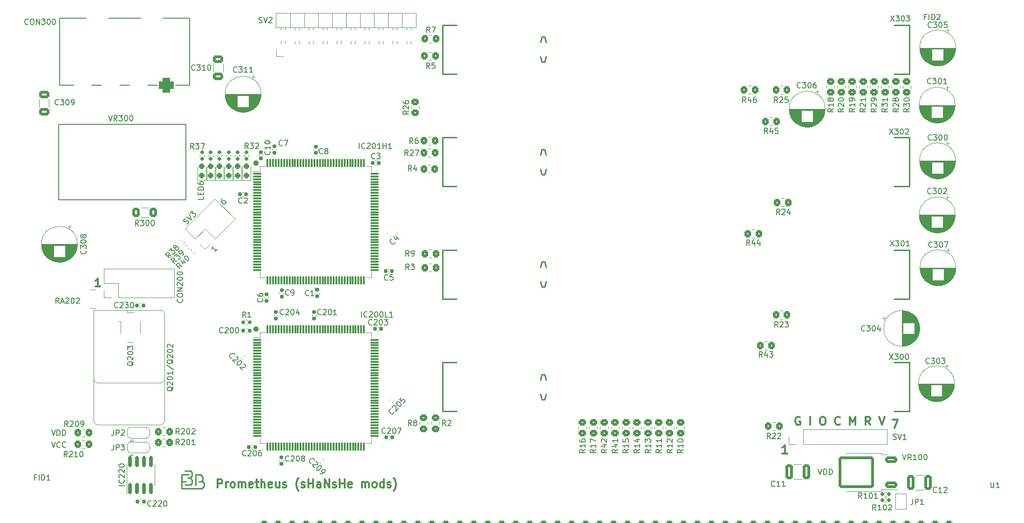
<source format=gbr>
%TF.GenerationSoftware,KiCad,Pcbnew,7.0.9*%
%TF.CreationDate,2024-02-25T17:12:21+01:00*%
%TF.ProjectId,Prometheus,50726f6d-6574-4686-9575-732e6b696361,rev?*%
%TF.SameCoordinates,Original*%
%TF.FileFunction,Legend,Top*%
%TF.FilePolarity,Positive*%
%FSLAX46Y46*%
G04 Gerber Fmt 4.6, Leading zero omitted, Abs format (unit mm)*
G04 Created by KiCad (PCBNEW 7.0.9) date 2024-02-25 17:12:21*
%MOMM*%
%LPD*%
G01*
G04 APERTURE LIST*
G04 Aperture macros list*
%AMRoundRect*
0 Rectangle with rounded corners*
0 $1 Rounding radius*
0 $2 $3 $4 $5 $6 $7 $8 $9 X,Y pos of 4 corners*
0 Add a 4 corners polygon primitive as box body*
4,1,4,$2,$3,$4,$5,$6,$7,$8,$9,$2,$3,0*
0 Add four circle primitives for the rounded corners*
1,1,$1+$1,$2,$3*
1,1,$1+$1,$4,$5*
1,1,$1+$1,$6,$7*
1,1,$1+$1,$8,$9*
0 Add four rect primitives between the rounded corners*
20,1,$1+$1,$2,$3,$4,$5,0*
20,1,$1+$1,$4,$5,$6,$7,0*
20,1,$1+$1,$6,$7,$8,$9,0*
20,1,$1+$1,$8,$9,$2,$3,0*%
%AMHorizOval*
0 Thick line with rounded ends*
0 $1 width*
0 $2 $3 position (X,Y) of the first rounded end (center of the circle)*
0 $4 $5 position (X,Y) of the second rounded end (center of the circle)*
0 Add line between two ends*
20,1,$1,$2,$3,$4,$5,0*
0 Add two circle primitives to create the rounded ends*
1,1,$1,$2,$3*
1,1,$1,$4,$5*%
%AMRotRect*
0 Rectangle, with rotation*
0 The origin of the aperture is its center*
0 $1 length*
0 $2 width*
0 $3 Rotation angle, in degrees counterclockwise*
0 Add horizontal line*
21,1,$1,$2,0,0,$3*%
%AMFreePoly0*
4,1,19,0.550000,-0.750000,0.000000,-0.750000,0.000000,-0.744911,-0.071157,-0.744911,-0.207708,-0.704816,-0.327430,-0.627875,-0.420627,-0.520320,-0.479746,-0.390866,-0.500000,-0.250000,-0.500000,0.250000,-0.479746,0.390866,-0.420627,0.520320,-0.327430,0.627875,-0.207708,0.704816,-0.071157,0.744911,0.000000,0.744911,0.000000,0.750000,0.550000,0.750000,0.550000,-0.750000,0.550000,-0.750000,
$1*%
%AMFreePoly1*
4,1,19,0.000000,0.744911,0.071157,0.744911,0.207708,0.704816,0.327430,0.627875,0.420627,0.520320,0.479746,0.390866,0.500000,0.250000,0.500000,-0.250000,0.479746,-0.390866,0.420627,-0.520320,0.327430,-0.627875,0.207708,-0.704816,0.071157,-0.744911,0.000000,-0.744911,0.000000,-0.750000,-0.550000,-0.750000,-0.550000,0.750000,0.000000,0.750000,0.000000,0.744911,0.000000,0.744911,
$1*%
G04 Aperture macros list end*
%ADD10C,0.500000*%
%ADD11C,0.254000*%
%ADD12C,0.076200*%
%ADD13C,0.150000*%
%ADD14C,0.300000*%
%ADD15C,0.120000*%
%ADD16C,0.127000*%
%ADD17C,0.203200*%
%ADD18RoundRect,0.250000X-0.450000X0.350000X-0.450000X-0.350000X0.450000X-0.350000X0.450000X0.350000X0*%
%ADD19RoundRect,0.155000X0.155000X-0.212500X0.155000X0.212500X-0.155000X0.212500X-0.155000X-0.212500X0*%
%ADD20R,1.600000X1.600000*%
%ADD21C,1.600000*%
%ADD22RoundRect,0.250000X0.850000X0.350000X-0.850000X0.350000X-0.850000X-0.350000X0.850000X-0.350000X0*%
%ADD23RoundRect,0.249997X2.950003X2.650003X-2.950003X2.650003X-2.950003X-2.650003X2.950003X-2.650003X0*%
%ADD24RoundRect,0.237500X0.237500X-0.287500X0.237500X0.287500X-0.237500X0.287500X-0.237500X-0.287500X0*%
%ADD25RoundRect,0.160000X0.197500X0.160000X-0.197500X0.160000X-0.197500X-0.160000X0.197500X-0.160000X0*%
%ADD26FreePoly0,0.000000*%
%ADD27R,1.000000X1.500000*%
%ADD28FreePoly1,0.000000*%
%ADD29RoundRect,0.250000X-0.350000X-0.450000X0.350000X-0.450000X0.350000X0.450000X-0.350000X0.450000X0*%
%ADD30RoundRect,0.155000X-0.212500X-0.155000X0.212500X-0.155000X0.212500X0.155000X-0.212500X0.155000X0*%
%ADD31RoundRect,0.155000X0.212500X0.155000X-0.212500X0.155000X-0.212500X-0.155000X0.212500X-0.155000X0*%
%ADD32RoundRect,0.155000X-0.155000X0.212500X-0.155000X-0.212500X0.155000X-0.212500X0.155000X0.212500X0*%
%ADD33RoundRect,0.155000X-0.040659X-0.259862X0.259862X0.040659X0.040659X0.259862X-0.259862X-0.040659X0*%
%ADD34RoundRect,0.160000X0.160000X-0.197500X0.160000X0.197500X-0.160000X0.197500X-0.160000X-0.197500X0*%
%ADD35RoundRect,0.160000X0.026517X0.252791X-0.252791X-0.026517X-0.026517X-0.252791X0.252791X0.026517X0*%
%ADD36RoundRect,0.155000X-0.259862X0.040659X0.040659X-0.259862X0.259862X-0.040659X-0.040659X0.259862X0*%
%ADD37RoundRect,0.250000X-0.400000X-0.625000X0.400000X-0.625000X0.400000X0.625000X-0.400000X0.625000X0*%
%ADD38RoundRect,0.250000X0.350000X0.450000X-0.350000X0.450000X-0.350000X-0.450000X0.350000X-0.450000X0*%
%ADD39R,0.700000X0.640000*%
%ADD40R,0.700000X0.500000*%
%ADD41R,1.200000X1.500000*%
%ADD42RoundRect,0.155000X0.259862X-0.040659X-0.040659X0.259862X-0.259862X0.040659X0.040659X-0.259862X0*%
%ADD43R,1.700000X1.700000*%
%ADD44O,1.700000X1.700000*%
%ADD45C,2.600000*%
%ADD46RoundRect,0.250000X0.450000X-0.350000X0.450000X0.350000X-0.450000X0.350000X-0.450000X-0.350000X0*%
%ADD47C,2.000000*%
%ADD48RoundRect,0.250000X0.650000X-0.412500X0.650000X0.412500X-0.650000X0.412500X-0.650000X-0.412500X0*%
%ADD49RoundRect,0.400000X0.400000X3.100000X-0.400000X3.100000X-0.400000X-3.100000X0.400000X-3.100000X0*%
%ADD50RoundRect,0.160000X-0.197500X-0.160000X0.197500X-0.160000X0.197500X0.160000X-0.197500X0.160000X0*%
%ADD51RotRect,1.700000X1.700000X135.000000*%
%ADD52HorizOval,1.700000X0.000000X0.000000X0.000000X0.000000X0*%
%ADD53C,1.800000*%
%ADD54RoundRect,0.695000X-0.695000X-0.695000X0.695000X-0.695000X0.695000X0.695000X-0.695000X0.695000X0*%
%ADD55C,2.780000*%
%ADD56RoundRect,0.250000X-0.412500X-1.100000X0.412500X-1.100000X0.412500X1.100000X-0.412500X1.100000X0*%
%ADD57R,1.500000X1.000000*%
%ADD58RoundRect,0.150000X0.150000X-0.825000X0.150000X0.825000X-0.150000X0.825000X-0.150000X-0.825000X0*%
%ADD59RoundRect,0.075000X-0.662500X-0.075000X0.662500X-0.075000X0.662500X0.075000X-0.662500X0.075000X0*%
%ADD60RoundRect,0.075000X-0.075000X-0.662500X0.075000X-0.662500X0.075000X0.662500X-0.075000X0.662500X0*%
%ADD61O,1.600000X1.600000*%
%ADD62RoundRect,0.250000X0.412500X1.100000X-0.412500X1.100000X-0.412500X-1.100000X0.412500X-1.100000X0*%
G04 APERTURE END LIST*
D10*
X-114862800Y14325600D02*
G75*
G03*
X-114862800Y14325600I-250000J0D01*
G01*
D11*
X-127101600Y-12750800D02*
X-126746000Y-13106400D01*
X-124815600Y-13411200D02*
X-125476000Y-13411200D01*
X-125222000Y-12141200D02*
X-126085600Y-12141200D01*
X-124561600Y-13665200D02*
X-124815600Y-13411200D01*
X-124815600Y-12547600D02*
X-125222000Y-12141200D01*
X-126085600Y-12141200D02*
X-126085600Y-14071600D01*
X-126746000Y-11734800D02*
X-126746000Y-12395200D01*
X-124968000Y-14681200D02*
X-124561600Y-14274800D01*
X-128625600Y-13411200D02*
X-128625600Y-14681200D01*
X-127000000Y-14020800D02*
X-128016000Y-14020800D01*
X-128625600Y-13411200D02*
X-128625600Y-12141200D01*
X-126746000Y-13106400D02*
X-126746000Y-13766800D01*
D12*
X-104416100Y21946700D02*
X-104416100Y21319600D01*
D11*
X-126746000Y-13766800D02*
X-127000000Y-14020800D01*
X-124815600Y-13157200D02*
X-124815600Y-12547600D01*
X-128625600Y-12141200D02*
X-127355600Y-12141200D01*
D10*
X-114862800Y44500800D02*
G75*
G03*
X-114862800Y44500800I-250000J0D01*
G01*
D11*
X-124561600Y-14274800D02*
X-124561600Y-13665200D01*
X-127863600Y-13411200D02*
X-128625600Y-13411200D01*
X-128625600Y-14681200D02*
X-124968000Y-14681200D01*
X-126746000Y-12395200D02*
X-127101600Y-12750800D01*
X-125145800Y-13411200D02*
X-124815600Y-13157200D01*
X-127101600Y-12750800D02*
X-127508000Y-12750800D01*
X-128016000Y-11480800D02*
X-127000000Y-11480800D01*
X-127000000Y-11480800D02*
X-126746000Y-11734800D01*
D13*
X-12912478Y-11112619D02*
X-12579145Y-12112619D01*
X-12579145Y-12112619D02*
X-12245812Y-11112619D01*
X-11912478Y-12112619D02*
X-11912478Y-11112619D01*
X-11912478Y-11112619D02*
X-11674383Y-11112619D01*
X-11674383Y-11112619D02*
X-11531526Y-11160238D01*
X-11531526Y-11160238D02*
X-11436288Y-11255476D01*
X-11436288Y-11255476D02*
X-11388669Y-11350714D01*
X-11388669Y-11350714D02*
X-11341050Y-11541190D01*
X-11341050Y-11541190D02*
X-11341050Y-11684047D01*
X-11341050Y-11684047D02*
X-11388669Y-11874523D01*
X-11388669Y-11874523D02*
X-11436288Y-11969761D01*
X-11436288Y-11969761D02*
X-11531526Y-12065000D01*
X-11531526Y-12065000D02*
X-11674383Y-12112619D01*
X-11674383Y-12112619D02*
X-11912478Y-12112619D01*
X-10912478Y-12112619D02*
X-10912478Y-11112619D01*
X-10912478Y-11112619D02*
X-10674383Y-11112619D01*
X-10674383Y-11112619D02*
X-10531526Y-11160238D01*
X-10531526Y-11160238D02*
X-10436288Y-11255476D01*
X-10436288Y-11255476D02*
X-10388669Y-11350714D01*
X-10388669Y-11350714D02*
X-10341050Y-11541190D01*
X-10341050Y-11541190D02*
X-10341050Y-11684047D01*
X-10341050Y-11684047D02*
X-10388669Y-11874523D01*
X-10388669Y-11874523D02*
X-10436288Y-11969761D01*
X-10436288Y-11969761D02*
X-10531526Y-12065000D01*
X-10531526Y-12065000D02*
X-10674383Y-12112619D01*
X-10674383Y-12112619D02*
X-10912478Y-12112619D01*
D14*
X-143439775Y22043172D02*
X-144296918Y22043172D01*
X-143868347Y22043172D02*
X-143868347Y23543172D01*
X-143868347Y23543172D02*
X-144011204Y23328886D01*
X-144011204Y23328886D02*
X-144154061Y23186029D01*
X-144154061Y23186029D02*
X-144296918Y23114600D01*
X-18573375Y-8284428D02*
X-19430518Y-8284428D01*
X-19001947Y-8284428D02*
X-19001947Y-6784428D01*
X-19001947Y-6784428D02*
X-19144804Y-6998714D01*
X-19144804Y-6998714D02*
X-19287661Y-7141571D01*
X-19287661Y-7141571D02*
X-19430518Y-7213000D01*
X-16236575Y-1674257D02*
X-16379432Y-1602828D01*
X-16379432Y-1602828D02*
X-16593718Y-1602828D01*
X-16593718Y-1602828D02*
X-16808004Y-1674257D01*
X-16808004Y-1674257D02*
X-16950861Y-1817114D01*
X-16950861Y-1817114D02*
X-17022290Y-1959971D01*
X-17022290Y-1959971D02*
X-17093718Y-2245685D01*
X-17093718Y-2245685D02*
X-17093718Y-2459971D01*
X-17093718Y-2459971D02*
X-17022290Y-2745685D01*
X-17022290Y-2745685D02*
X-16950861Y-2888542D01*
X-16950861Y-2888542D02*
X-16808004Y-3031400D01*
X-16808004Y-3031400D02*
X-16593718Y-3102828D01*
X-16593718Y-3102828D02*
X-16450861Y-3102828D01*
X-16450861Y-3102828D02*
X-16236575Y-3031400D01*
X-16236575Y-3031400D02*
X-16165147Y-2959971D01*
X-16165147Y-2959971D02*
X-16165147Y-2459971D01*
X-16165147Y-2459971D02*
X-16450861Y-2459971D01*
X-14379433Y-3102828D02*
X-14379433Y-1602828D01*
X-12236575Y-1602828D02*
X-11950861Y-1602828D01*
X-11950861Y-1602828D02*
X-11808004Y-1674257D01*
X-11808004Y-1674257D02*
X-11665147Y-1817114D01*
X-11665147Y-1817114D02*
X-11593718Y-2102828D01*
X-11593718Y-2102828D02*
X-11593718Y-2602828D01*
X-11593718Y-2602828D02*
X-11665147Y-2888542D01*
X-11665147Y-2888542D02*
X-11808004Y-3031400D01*
X-11808004Y-3031400D02*
X-11950861Y-3102828D01*
X-11950861Y-3102828D02*
X-12236575Y-3102828D01*
X-12236575Y-3102828D02*
X-12379432Y-3031400D01*
X-12379432Y-3031400D02*
X-12522290Y-2888542D01*
X-12522290Y-2888542D02*
X-12593718Y-2602828D01*
X-12593718Y-2602828D02*
X-12593718Y-2102828D01*
X-12593718Y-2102828D02*
X-12522290Y-1817114D01*
X-12522290Y-1817114D02*
X-12379432Y-1674257D01*
X-12379432Y-1674257D02*
X-12236575Y-1602828D01*
X-8950861Y-2959971D02*
X-9022289Y-3031400D01*
X-9022289Y-3031400D02*
X-9236575Y-3102828D01*
X-9236575Y-3102828D02*
X-9379432Y-3102828D01*
X-9379432Y-3102828D02*
X-9593718Y-3031400D01*
X-9593718Y-3031400D02*
X-9736575Y-2888542D01*
X-9736575Y-2888542D02*
X-9808004Y-2745685D01*
X-9808004Y-2745685D02*
X-9879432Y-2459971D01*
X-9879432Y-2459971D02*
X-9879432Y-2245685D01*
X-9879432Y-2245685D02*
X-9808004Y-1959971D01*
X-9808004Y-1959971D02*
X-9736575Y-1817114D01*
X-9736575Y-1817114D02*
X-9593718Y-1674257D01*
X-9593718Y-1674257D02*
X-9379432Y-1602828D01*
X-9379432Y-1602828D02*
X-9236575Y-1602828D01*
X-9236575Y-1602828D02*
X-9022289Y-1674257D01*
X-9022289Y-1674257D02*
X-8950861Y-1745685D01*
X-7165147Y-3102828D02*
X-7165147Y-1602828D01*
X-7165147Y-1602828D02*
X-6665147Y-2674257D01*
X-6665147Y-2674257D02*
X-6165147Y-1602828D01*
X-6165147Y-1602828D02*
X-6165147Y-3102828D01*
X-3450861Y-3102828D02*
X-3950861Y-2388542D01*
X-4308004Y-3102828D02*
X-4308004Y-1602828D01*
X-4308004Y-1602828D02*
X-3736575Y-1602828D01*
X-3736575Y-1602828D02*
X-3593718Y-1674257D01*
X-3593718Y-1674257D02*
X-3522289Y-1745685D01*
X-3522289Y-1745685D02*
X-3450861Y-1888542D01*
X-3450861Y-1888542D02*
X-3450861Y-2102828D01*
X-3450861Y-2102828D02*
X-3522289Y-2245685D01*
X-3522289Y-2245685D02*
X-3593718Y-2317114D01*
X-3593718Y-2317114D02*
X-3736575Y-2388542D01*
X-3736575Y-2388542D02*
X-4308004Y-2388542D01*
X-1879432Y-1602828D02*
X-1379432Y-3102828D01*
X-1379432Y-3102828D02*
X-879432Y-1602828D01*
D13*
X-121263574Y38017944D02*
X-121398261Y37883257D01*
X-121398261Y37883257D02*
X-121431933Y37782242D01*
X-121431933Y37782242D02*
X-121431933Y37714898D01*
X-121431933Y37714898D02*
X-121398261Y37546539D01*
X-121398261Y37546539D02*
X-121297246Y37378180D01*
X-121297246Y37378180D02*
X-121027872Y37108806D01*
X-121027872Y37108806D02*
X-120926857Y37075135D01*
X-120926857Y37075135D02*
X-120859513Y37075135D01*
X-120859513Y37075135D02*
X-120758498Y37108806D01*
X-120758498Y37108806D02*
X-120623811Y37243493D01*
X-120623811Y37243493D02*
X-120590139Y37344509D01*
X-120590139Y37344509D02*
X-120590139Y37411852D01*
X-120590139Y37411852D02*
X-120623811Y37512867D01*
X-120623811Y37512867D02*
X-120792170Y37681226D01*
X-120792170Y37681226D02*
X-120893185Y37714898D01*
X-120893185Y37714898D02*
X-120960529Y37714898D01*
X-120960529Y37714898D02*
X-121061544Y37681226D01*
X-121061544Y37681226D02*
X-121196231Y37546539D01*
X-121196231Y37546539D02*
X-121229903Y37445524D01*
X-121229903Y37445524D02*
X-121229903Y37378180D01*
X-121229903Y37378180D02*
X-121196231Y37277165D01*
X-152256878Y-6185019D02*
X-151923545Y-7185019D01*
X-151923545Y-7185019D02*
X-151590212Y-6185019D01*
X-150685450Y-7089780D02*
X-150733069Y-7137400D01*
X-150733069Y-7137400D02*
X-150875926Y-7185019D01*
X-150875926Y-7185019D02*
X-150971164Y-7185019D01*
X-150971164Y-7185019D02*
X-151114021Y-7137400D01*
X-151114021Y-7137400D02*
X-151209259Y-7042161D01*
X-151209259Y-7042161D02*
X-151256878Y-6946923D01*
X-151256878Y-6946923D02*
X-151304497Y-6756447D01*
X-151304497Y-6756447D02*
X-151304497Y-6613590D01*
X-151304497Y-6613590D02*
X-151256878Y-6423114D01*
X-151256878Y-6423114D02*
X-151209259Y-6327876D01*
X-151209259Y-6327876D02*
X-151114021Y-6232638D01*
X-151114021Y-6232638D02*
X-150971164Y-6185019D01*
X-150971164Y-6185019D02*
X-150875926Y-6185019D01*
X-150875926Y-6185019D02*
X-150733069Y-6232638D01*
X-150733069Y-6232638D02*
X-150685450Y-6280257D01*
X-149685450Y-7089780D02*
X-149733069Y-7137400D01*
X-149733069Y-7137400D02*
X-149875926Y-7185019D01*
X-149875926Y-7185019D02*
X-149971164Y-7185019D01*
X-149971164Y-7185019D02*
X-150114021Y-7137400D01*
X-150114021Y-7137400D02*
X-150209259Y-7042161D01*
X-150209259Y-7042161D02*
X-150256878Y-6946923D01*
X-150256878Y-6946923D02*
X-150304497Y-6756447D01*
X-150304497Y-6756447D02*
X-150304497Y-6613590D01*
X-150304497Y-6613590D02*
X-150256878Y-6423114D01*
X-150256878Y-6423114D02*
X-150209259Y-6327876D01*
X-150209259Y-6327876D02*
X-150114021Y-6232638D01*
X-150114021Y-6232638D02*
X-149971164Y-6185019D01*
X-149971164Y-6185019D02*
X-149875926Y-6185019D01*
X-149875926Y-6185019D02*
X-149733069Y-6232638D01*
X-149733069Y-6232638D02*
X-149685450Y-6280257D01*
D14*
X-122076690Y-14482028D02*
X-122076690Y-12982028D01*
X-122076690Y-12982028D02*
X-121505261Y-12982028D01*
X-121505261Y-12982028D02*
X-121362404Y-13053457D01*
X-121362404Y-13053457D02*
X-121290975Y-13124885D01*
X-121290975Y-13124885D02*
X-121219547Y-13267742D01*
X-121219547Y-13267742D02*
X-121219547Y-13482028D01*
X-121219547Y-13482028D02*
X-121290975Y-13624885D01*
X-121290975Y-13624885D02*
X-121362404Y-13696314D01*
X-121362404Y-13696314D02*
X-121505261Y-13767742D01*
X-121505261Y-13767742D02*
X-122076690Y-13767742D01*
X-120576690Y-14482028D02*
X-120576690Y-13482028D01*
X-120576690Y-13767742D02*
X-120505261Y-13624885D01*
X-120505261Y-13624885D02*
X-120433832Y-13553457D01*
X-120433832Y-13553457D02*
X-120290975Y-13482028D01*
X-120290975Y-13482028D02*
X-120148118Y-13482028D01*
X-119433833Y-14482028D02*
X-119576690Y-14410600D01*
X-119576690Y-14410600D02*
X-119648119Y-14339171D01*
X-119648119Y-14339171D02*
X-119719547Y-14196314D01*
X-119719547Y-14196314D02*
X-119719547Y-13767742D01*
X-119719547Y-13767742D02*
X-119648119Y-13624885D01*
X-119648119Y-13624885D02*
X-119576690Y-13553457D01*
X-119576690Y-13553457D02*
X-119433833Y-13482028D01*
X-119433833Y-13482028D02*
X-119219547Y-13482028D01*
X-119219547Y-13482028D02*
X-119076690Y-13553457D01*
X-119076690Y-13553457D02*
X-119005261Y-13624885D01*
X-119005261Y-13624885D02*
X-118933833Y-13767742D01*
X-118933833Y-13767742D02*
X-118933833Y-14196314D01*
X-118933833Y-14196314D02*
X-119005261Y-14339171D01*
X-119005261Y-14339171D02*
X-119076690Y-14410600D01*
X-119076690Y-14410600D02*
X-119219547Y-14482028D01*
X-119219547Y-14482028D02*
X-119433833Y-14482028D01*
X-118290976Y-14482028D02*
X-118290976Y-13482028D01*
X-118290976Y-13624885D02*
X-118219547Y-13553457D01*
X-118219547Y-13553457D02*
X-118076690Y-13482028D01*
X-118076690Y-13482028D02*
X-117862404Y-13482028D01*
X-117862404Y-13482028D02*
X-117719547Y-13553457D01*
X-117719547Y-13553457D02*
X-117648118Y-13696314D01*
X-117648118Y-13696314D02*
X-117648118Y-14482028D01*
X-117648118Y-13696314D02*
X-117576690Y-13553457D01*
X-117576690Y-13553457D02*
X-117433833Y-13482028D01*
X-117433833Y-13482028D02*
X-117219547Y-13482028D01*
X-117219547Y-13482028D02*
X-117076690Y-13553457D01*
X-117076690Y-13553457D02*
X-117005261Y-13696314D01*
X-117005261Y-13696314D02*
X-117005261Y-14482028D01*
X-115719547Y-14410600D02*
X-115862404Y-14482028D01*
X-115862404Y-14482028D02*
X-116148118Y-14482028D01*
X-116148118Y-14482028D02*
X-116290976Y-14410600D01*
X-116290976Y-14410600D02*
X-116362404Y-14267742D01*
X-116362404Y-14267742D02*
X-116362404Y-13696314D01*
X-116362404Y-13696314D02*
X-116290976Y-13553457D01*
X-116290976Y-13553457D02*
X-116148118Y-13482028D01*
X-116148118Y-13482028D02*
X-115862404Y-13482028D01*
X-115862404Y-13482028D02*
X-115719547Y-13553457D01*
X-115719547Y-13553457D02*
X-115648118Y-13696314D01*
X-115648118Y-13696314D02*
X-115648118Y-13839171D01*
X-115648118Y-13839171D02*
X-116362404Y-13982028D01*
X-115219547Y-13482028D02*
X-114648119Y-13482028D01*
X-115005262Y-12982028D02*
X-115005262Y-14267742D01*
X-115005262Y-14267742D02*
X-114933833Y-14410600D01*
X-114933833Y-14410600D02*
X-114790976Y-14482028D01*
X-114790976Y-14482028D02*
X-114648119Y-14482028D01*
X-114148119Y-14482028D02*
X-114148119Y-12982028D01*
X-113505261Y-14482028D02*
X-113505261Y-13696314D01*
X-113505261Y-13696314D02*
X-113576690Y-13553457D01*
X-113576690Y-13553457D02*
X-113719547Y-13482028D01*
X-113719547Y-13482028D02*
X-113933833Y-13482028D01*
X-113933833Y-13482028D02*
X-114076690Y-13553457D01*
X-114076690Y-13553457D02*
X-114148119Y-13624885D01*
X-112219547Y-14410600D02*
X-112362404Y-14482028D01*
X-112362404Y-14482028D02*
X-112648118Y-14482028D01*
X-112648118Y-14482028D02*
X-112790976Y-14410600D01*
X-112790976Y-14410600D02*
X-112862404Y-14267742D01*
X-112862404Y-14267742D02*
X-112862404Y-13696314D01*
X-112862404Y-13696314D02*
X-112790976Y-13553457D01*
X-112790976Y-13553457D02*
X-112648118Y-13482028D01*
X-112648118Y-13482028D02*
X-112362404Y-13482028D01*
X-112362404Y-13482028D02*
X-112219547Y-13553457D01*
X-112219547Y-13553457D02*
X-112148118Y-13696314D01*
X-112148118Y-13696314D02*
X-112148118Y-13839171D01*
X-112148118Y-13839171D02*
X-112862404Y-13982028D01*
X-110862404Y-13482028D02*
X-110862404Y-14482028D01*
X-111505262Y-13482028D02*
X-111505262Y-14267742D01*
X-111505262Y-14267742D02*
X-111433833Y-14410600D01*
X-111433833Y-14410600D02*
X-111290976Y-14482028D01*
X-111290976Y-14482028D02*
X-111076690Y-14482028D01*
X-111076690Y-14482028D02*
X-110933833Y-14410600D01*
X-110933833Y-14410600D02*
X-110862404Y-14339171D01*
X-110219547Y-14410600D02*
X-110076690Y-14482028D01*
X-110076690Y-14482028D02*
X-109790976Y-14482028D01*
X-109790976Y-14482028D02*
X-109648119Y-14410600D01*
X-109648119Y-14410600D02*
X-109576690Y-14267742D01*
X-109576690Y-14267742D02*
X-109576690Y-14196314D01*
X-109576690Y-14196314D02*
X-109648119Y-14053457D01*
X-109648119Y-14053457D02*
X-109790976Y-13982028D01*
X-109790976Y-13982028D02*
X-110005261Y-13982028D01*
X-110005261Y-13982028D02*
X-110148119Y-13910600D01*
X-110148119Y-13910600D02*
X-110219547Y-13767742D01*
X-110219547Y-13767742D02*
X-110219547Y-13696314D01*
X-110219547Y-13696314D02*
X-110148119Y-13553457D01*
X-110148119Y-13553457D02*
X-110005261Y-13482028D01*
X-110005261Y-13482028D02*
X-109790976Y-13482028D01*
X-109790976Y-13482028D02*
X-109648119Y-13553457D01*
X-107362404Y-15053457D02*
X-107433833Y-14982028D01*
X-107433833Y-14982028D02*
X-107576690Y-14767742D01*
X-107576690Y-14767742D02*
X-107648118Y-14624885D01*
X-107648118Y-14624885D02*
X-107719547Y-14410600D01*
X-107719547Y-14410600D02*
X-107790976Y-14053457D01*
X-107790976Y-14053457D02*
X-107790976Y-13767742D01*
X-107790976Y-13767742D02*
X-107719547Y-13410600D01*
X-107719547Y-13410600D02*
X-107648118Y-13196314D01*
X-107648118Y-13196314D02*
X-107576690Y-13053457D01*
X-107576690Y-13053457D02*
X-107433833Y-12839171D01*
X-107433833Y-12839171D02*
X-107362404Y-12767742D01*
X-106862404Y-14410600D02*
X-106719547Y-14482028D01*
X-106719547Y-14482028D02*
X-106433833Y-14482028D01*
X-106433833Y-14482028D02*
X-106290976Y-14410600D01*
X-106290976Y-14410600D02*
X-106219547Y-14267742D01*
X-106219547Y-14267742D02*
X-106219547Y-14196314D01*
X-106219547Y-14196314D02*
X-106290976Y-14053457D01*
X-106290976Y-14053457D02*
X-106433833Y-13982028D01*
X-106433833Y-13982028D02*
X-106648118Y-13982028D01*
X-106648118Y-13982028D02*
X-106790976Y-13910600D01*
X-106790976Y-13910600D02*
X-106862404Y-13767742D01*
X-106862404Y-13767742D02*
X-106862404Y-13696314D01*
X-106862404Y-13696314D02*
X-106790976Y-13553457D01*
X-106790976Y-13553457D02*
X-106648118Y-13482028D01*
X-106648118Y-13482028D02*
X-106433833Y-13482028D01*
X-106433833Y-13482028D02*
X-106290976Y-13553457D01*
X-105576690Y-14482028D02*
X-105576690Y-12982028D01*
X-105576690Y-13696314D02*
X-104719547Y-13696314D01*
X-104719547Y-14482028D02*
X-104719547Y-12982028D01*
X-103362403Y-14482028D02*
X-103362403Y-13696314D01*
X-103362403Y-13696314D02*
X-103433832Y-13553457D01*
X-103433832Y-13553457D02*
X-103576689Y-13482028D01*
X-103576689Y-13482028D02*
X-103862403Y-13482028D01*
X-103862403Y-13482028D02*
X-104005261Y-13553457D01*
X-103362403Y-14410600D02*
X-103505261Y-14482028D01*
X-103505261Y-14482028D02*
X-103862403Y-14482028D01*
X-103862403Y-14482028D02*
X-104005261Y-14410600D01*
X-104005261Y-14410600D02*
X-104076689Y-14267742D01*
X-104076689Y-14267742D02*
X-104076689Y-14124885D01*
X-104076689Y-14124885D02*
X-104005261Y-13982028D01*
X-104005261Y-13982028D02*
X-103862403Y-13910600D01*
X-103862403Y-13910600D02*
X-103505261Y-13910600D01*
X-103505261Y-13910600D02*
X-103362403Y-13839171D01*
X-102648118Y-14482028D02*
X-102648118Y-12982028D01*
X-102648118Y-12982028D02*
X-101790975Y-14482028D01*
X-101790975Y-14482028D02*
X-101790975Y-12982028D01*
X-101148117Y-14410600D02*
X-101005260Y-14482028D01*
X-101005260Y-14482028D02*
X-100719546Y-14482028D01*
X-100719546Y-14482028D02*
X-100576689Y-14410600D01*
X-100576689Y-14410600D02*
X-100505260Y-14267742D01*
X-100505260Y-14267742D02*
X-100505260Y-14196314D01*
X-100505260Y-14196314D02*
X-100576689Y-14053457D01*
X-100576689Y-14053457D02*
X-100719546Y-13982028D01*
X-100719546Y-13982028D02*
X-100933831Y-13982028D01*
X-100933831Y-13982028D02*
X-101076689Y-13910600D01*
X-101076689Y-13910600D02*
X-101148117Y-13767742D01*
X-101148117Y-13767742D02*
X-101148117Y-13696314D01*
X-101148117Y-13696314D02*
X-101076689Y-13553457D01*
X-101076689Y-13553457D02*
X-100933831Y-13482028D01*
X-100933831Y-13482028D02*
X-100719546Y-13482028D01*
X-100719546Y-13482028D02*
X-100576689Y-13553457D01*
X-99862403Y-14482028D02*
X-99862403Y-12982028D01*
X-99862403Y-13696314D02*
X-99005260Y-13696314D01*
X-99005260Y-14482028D02*
X-99005260Y-12982028D01*
X-97719545Y-14410600D02*
X-97862402Y-14482028D01*
X-97862402Y-14482028D02*
X-98148116Y-14482028D01*
X-98148116Y-14482028D02*
X-98290974Y-14410600D01*
X-98290974Y-14410600D02*
X-98362402Y-14267742D01*
X-98362402Y-14267742D02*
X-98362402Y-13696314D01*
X-98362402Y-13696314D02*
X-98290974Y-13553457D01*
X-98290974Y-13553457D02*
X-98148116Y-13482028D01*
X-98148116Y-13482028D02*
X-97862402Y-13482028D01*
X-97862402Y-13482028D02*
X-97719545Y-13553457D01*
X-97719545Y-13553457D02*
X-97648116Y-13696314D01*
X-97648116Y-13696314D02*
X-97648116Y-13839171D01*
X-97648116Y-13839171D02*
X-98362402Y-13982028D01*
X-95862403Y-14482028D02*
X-95862403Y-13482028D01*
X-95862403Y-13624885D02*
X-95790974Y-13553457D01*
X-95790974Y-13553457D02*
X-95648117Y-13482028D01*
X-95648117Y-13482028D02*
X-95433831Y-13482028D01*
X-95433831Y-13482028D02*
X-95290974Y-13553457D01*
X-95290974Y-13553457D02*
X-95219545Y-13696314D01*
X-95219545Y-13696314D02*
X-95219545Y-14482028D01*
X-95219545Y-13696314D02*
X-95148117Y-13553457D01*
X-95148117Y-13553457D02*
X-95005260Y-13482028D01*
X-95005260Y-13482028D02*
X-94790974Y-13482028D01*
X-94790974Y-13482028D02*
X-94648117Y-13553457D01*
X-94648117Y-13553457D02*
X-94576688Y-13696314D01*
X-94576688Y-13696314D02*
X-94576688Y-14482028D01*
X-93648117Y-14482028D02*
X-93790974Y-14410600D01*
X-93790974Y-14410600D02*
X-93862403Y-14339171D01*
X-93862403Y-14339171D02*
X-93933831Y-14196314D01*
X-93933831Y-14196314D02*
X-93933831Y-13767742D01*
X-93933831Y-13767742D02*
X-93862403Y-13624885D01*
X-93862403Y-13624885D02*
X-93790974Y-13553457D01*
X-93790974Y-13553457D02*
X-93648117Y-13482028D01*
X-93648117Y-13482028D02*
X-93433831Y-13482028D01*
X-93433831Y-13482028D02*
X-93290974Y-13553457D01*
X-93290974Y-13553457D02*
X-93219545Y-13624885D01*
X-93219545Y-13624885D02*
X-93148117Y-13767742D01*
X-93148117Y-13767742D02*
X-93148117Y-14196314D01*
X-93148117Y-14196314D02*
X-93219545Y-14339171D01*
X-93219545Y-14339171D02*
X-93290974Y-14410600D01*
X-93290974Y-14410600D02*
X-93433831Y-14482028D01*
X-93433831Y-14482028D02*
X-93648117Y-14482028D01*
X-91862402Y-14482028D02*
X-91862402Y-12982028D01*
X-91862402Y-14410600D02*
X-92005260Y-14482028D01*
X-92005260Y-14482028D02*
X-92290974Y-14482028D01*
X-92290974Y-14482028D02*
X-92433831Y-14410600D01*
X-92433831Y-14410600D02*
X-92505260Y-14339171D01*
X-92505260Y-14339171D02*
X-92576688Y-14196314D01*
X-92576688Y-14196314D02*
X-92576688Y-13767742D01*
X-92576688Y-13767742D02*
X-92505260Y-13624885D01*
X-92505260Y-13624885D02*
X-92433831Y-13553457D01*
X-92433831Y-13553457D02*
X-92290974Y-13482028D01*
X-92290974Y-13482028D02*
X-92005260Y-13482028D01*
X-92005260Y-13482028D02*
X-91862402Y-13553457D01*
X-91219545Y-14410600D02*
X-91076688Y-14482028D01*
X-91076688Y-14482028D02*
X-90790974Y-14482028D01*
X-90790974Y-14482028D02*
X-90648117Y-14410600D01*
X-90648117Y-14410600D02*
X-90576688Y-14267742D01*
X-90576688Y-14267742D02*
X-90576688Y-14196314D01*
X-90576688Y-14196314D02*
X-90648117Y-14053457D01*
X-90648117Y-14053457D02*
X-90790974Y-13982028D01*
X-90790974Y-13982028D02*
X-91005259Y-13982028D01*
X-91005259Y-13982028D02*
X-91148117Y-13910600D01*
X-91148117Y-13910600D02*
X-91219545Y-13767742D01*
X-91219545Y-13767742D02*
X-91219545Y-13696314D01*
X-91219545Y-13696314D02*
X-91148117Y-13553457D01*
X-91148117Y-13553457D02*
X-91005259Y-13482028D01*
X-91005259Y-13482028D02*
X-90790974Y-13482028D01*
X-90790974Y-13482028D02*
X-90648117Y-13553457D01*
X-90076688Y-15053457D02*
X-90005259Y-14982028D01*
X-90005259Y-14982028D02*
X-89862402Y-14767742D01*
X-89862402Y-14767742D02*
X-89790973Y-14624885D01*
X-89790973Y-14624885D02*
X-89719545Y-14410600D01*
X-89719545Y-14410600D02*
X-89648116Y-14053457D01*
X-89648116Y-14053457D02*
X-89648116Y-13767742D01*
X-89648116Y-13767742D02*
X-89719545Y-13410600D01*
X-89719545Y-13410600D02*
X-89790973Y-13196314D01*
X-89790973Y-13196314D02*
X-89862402Y-13053457D01*
X-89862402Y-13053457D02*
X-90005259Y-12839171D01*
X-90005259Y-12839171D02*
X-90076688Y-12767742D01*
D13*
X-122165524Y28792980D02*
X-122569585Y28388919D01*
X-122367555Y28590950D02*
X-123074661Y29298057D01*
X-123074661Y29298057D02*
X-123040990Y29129698D01*
X-123040990Y29129698D02*
X-123040990Y28995011D01*
X-123040990Y28995011D02*
X-123074661Y28893996D01*
X-152256878Y-4000619D02*
X-151923545Y-5000619D01*
X-151923545Y-5000619D02*
X-151590212Y-4000619D01*
X-151256878Y-5000619D02*
X-151256878Y-4000619D01*
X-151256878Y-4000619D02*
X-151018783Y-4000619D01*
X-151018783Y-4000619D02*
X-150875926Y-4048238D01*
X-150875926Y-4048238D02*
X-150780688Y-4143476D01*
X-150780688Y-4143476D02*
X-150733069Y-4238714D01*
X-150733069Y-4238714D02*
X-150685450Y-4429190D01*
X-150685450Y-4429190D02*
X-150685450Y-4572047D01*
X-150685450Y-4572047D02*
X-150733069Y-4762523D01*
X-150733069Y-4762523D02*
X-150780688Y-4857761D01*
X-150780688Y-4857761D02*
X-150875926Y-4953000D01*
X-150875926Y-4953000D02*
X-151018783Y-5000619D01*
X-151018783Y-5000619D02*
X-151256878Y-5000619D01*
X-150256878Y-5000619D02*
X-150256878Y-4000619D01*
X-150256878Y-4000619D02*
X-150018783Y-4000619D01*
X-150018783Y-4000619D02*
X-149875926Y-4048238D01*
X-149875926Y-4048238D02*
X-149780688Y-4143476D01*
X-149780688Y-4143476D02*
X-149733069Y-4238714D01*
X-149733069Y-4238714D02*
X-149685450Y-4429190D01*
X-149685450Y-4429190D02*
X-149685450Y-4572047D01*
X-149685450Y-4572047D02*
X-149733069Y-4762523D01*
X-149733069Y-4762523D02*
X-149780688Y-4857761D01*
X-149780688Y-4857761D02*
X-149875926Y-4953000D01*
X-149875926Y-4953000D02*
X-150018783Y-5000619D01*
X-150018783Y-5000619D02*
X-150256878Y-5000619D01*
D14*
X564053Y-2161628D02*
X1564053Y-2161628D01*
X1564053Y-2161628D02*
X921196Y-3661628D01*
D13*
X-41404381Y-7551657D02*
X-41880572Y-7884990D01*
X-41404381Y-8123085D02*
X-42404381Y-8123085D01*
X-42404381Y-8123085D02*
X-42404381Y-7742133D01*
X-42404381Y-7742133D02*
X-42356762Y-7646895D01*
X-42356762Y-7646895D02*
X-42309143Y-7599276D01*
X-42309143Y-7599276D02*
X-42213905Y-7551657D01*
X-42213905Y-7551657D02*
X-42071048Y-7551657D01*
X-42071048Y-7551657D02*
X-41975810Y-7599276D01*
X-41975810Y-7599276D02*
X-41928191Y-7646895D01*
X-41928191Y-7646895D02*
X-41880572Y-7742133D01*
X-41880572Y-7742133D02*
X-41880572Y-8123085D01*
X-41404381Y-6599276D02*
X-41404381Y-7170704D01*
X-41404381Y-6884990D02*
X-42404381Y-6884990D01*
X-42404381Y-6884990D02*
X-42261524Y-6980228D01*
X-42261524Y-6980228D02*
X-42166286Y-7075466D01*
X-42166286Y-7075466D02*
X-42118667Y-7170704D01*
X-41404381Y-5646895D02*
X-41404381Y-6218323D01*
X-41404381Y-5932609D02*
X-42404381Y-5932609D01*
X-42404381Y-5932609D02*
X-42261524Y-6027847D01*
X-42261524Y-6027847D02*
X-42166286Y-6123085D01*
X-42166286Y-6123085D02*
X-42118667Y-6218323D01*
X-4320381Y54424343D02*
X-4796572Y54091010D01*
X-4320381Y53852915D02*
X-5320381Y53852915D01*
X-5320381Y53852915D02*
X-5320381Y54233867D01*
X-5320381Y54233867D02*
X-5272762Y54329105D01*
X-5272762Y54329105D02*
X-5225143Y54376724D01*
X-5225143Y54376724D02*
X-5129905Y54424343D01*
X-5129905Y54424343D02*
X-4987048Y54424343D01*
X-4987048Y54424343D02*
X-4891810Y54376724D01*
X-4891810Y54376724D02*
X-4844191Y54329105D01*
X-4844191Y54329105D02*
X-4796572Y54233867D01*
X-4796572Y54233867D02*
X-4796572Y53852915D01*
X-5225143Y54805296D02*
X-5272762Y54852915D01*
X-5272762Y54852915D02*
X-5320381Y54948153D01*
X-5320381Y54948153D02*
X-5320381Y55186248D01*
X-5320381Y55186248D02*
X-5272762Y55281486D01*
X-5272762Y55281486D02*
X-5225143Y55329105D01*
X-5225143Y55329105D02*
X-5129905Y55376724D01*
X-5129905Y55376724D02*
X-5034667Y55376724D01*
X-5034667Y55376724D02*
X-4891810Y55329105D01*
X-4891810Y55329105D02*
X-4320381Y54757677D01*
X-4320381Y54757677D02*
X-4320381Y55376724D01*
X-4320381Y56329105D02*
X-4320381Y55757677D01*
X-4320381Y56043391D02*
X-5320381Y56043391D01*
X-5320381Y56043391D02*
X-5177524Y55948153D01*
X-5177524Y55948153D02*
X-5082286Y55852915D01*
X-5082286Y55852915D02*
X-5034667Y55757677D01*
X-110301067Y47748020D02*
X-110348686Y47700400D01*
X-110348686Y47700400D02*
X-110491543Y47652781D01*
X-110491543Y47652781D02*
X-110586781Y47652781D01*
X-110586781Y47652781D02*
X-110729638Y47700400D01*
X-110729638Y47700400D02*
X-110824876Y47795639D01*
X-110824876Y47795639D02*
X-110872495Y47890877D01*
X-110872495Y47890877D02*
X-110920114Y48081353D01*
X-110920114Y48081353D02*
X-110920114Y48224210D01*
X-110920114Y48224210D02*
X-110872495Y48414686D01*
X-110872495Y48414686D02*
X-110824876Y48509924D01*
X-110824876Y48509924D02*
X-110729638Y48605162D01*
X-110729638Y48605162D02*
X-110586781Y48652781D01*
X-110586781Y48652781D02*
X-110491543Y48652781D01*
X-110491543Y48652781D02*
X-110348686Y48605162D01*
X-110348686Y48605162D02*
X-110301067Y48557543D01*
X-109967733Y48652781D02*
X-109301067Y48652781D01*
X-109301067Y48652781D02*
X-109729638Y47652781D01*
X7262952Y8124020D02*
X7215333Y8076400D01*
X7215333Y8076400D02*
X7072476Y8028781D01*
X7072476Y8028781D02*
X6977238Y8028781D01*
X6977238Y8028781D02*
X6834381Y8076400D01*
X6834381Y8076400D02*
X6739143Y8171639D01*
X6739143Y8171639D02*
X6691524Y8266877D01*
X6691524Y8266877D02*
X6643905Y8457353D01*
X6643905Y8457353D02*
X6643905Y8600210D01*
X6643905Y8600210D02*
X6691524Y8790686D01*
X6691524Y8790686D02*
X6739143Y8885924D01*
X6739143Y8885924D02*
X6834381Y8981162D01*
X6834381Y8981162D02*
X6977238Y9028781D01*
X6977238Y9028781D02*
X7072476Y9028781D01*
X7072476Y9028781D02*
X7215333Y8981162D01*
X7215333Y8981162D02*
X7262952Y8933543D01*
X7596286Y9028781D02*
X8215333Y9028781D01*
X8215333Y9028781D02*
X7882000Y8647829D01*
X7882000Y8647829D02*
X8024857Y8647829D01*
X8024857Y8647829D02*
X8120095Y8600210D01*
X8120095Y8600210D02*
X8167714Y8552591D01*
X8167714Y8552591D02*
X8215333Y8457353D01*
X8215333Y8457353D02*
X8215333Y8219258D01*
X8215333Y8219258D02*
X8167714Y8124020D01*
X8167714Y8124020D02*
X8120095Y8076400D01*
X8120095Y8076400D02*
X8024857Y8028781D01*
X8024857Y8028781D02*
X7739143Y8028781D01*
X7739143Y8028781D02*
X7643905Y8076400D01*
X7643905Y8076400D02*
X7596286Y8124020D01*
X8834381Y9028781D02*
X8929619Y9028781D01*
X8929619Y9028781D02*
X9024857Y8981162D01*
X9024857Y8981162D02*
X9072476Y8933543D01*
X9072476Y8933543D02*
X9120095Y8838305D01*
X9120095Y8838305D02*
X9167714Y8647829D01*
X9167714Y8647829D02*
X9167714Y8409734D01*
X9167714Y8409734D02*
X9120095Y8219258D01*
X9120095Y8219258D02*
X9072476Y8124020D01*
X9072476Y8124020D02*
X9024857Y8076400D01*
X9024857Y8076400D02*
X8929619Y8028781D01*
X8929619Y8028781D02*
X8834381Y8028781D01*
X8834381Y8028781D02*
X8739143Y8076400D01*
X8739143Y8076400D02*
X8691524Y8124020D01*
X8691524Y8124020D02*
X8643905Y8219258D01*
X8643905Y8219258D02*
X8596286Y8409734D01*
X8596286Y8409734D02*
X8596286Y8647829D01*
X8596286Y8647829D02*
X8643905Y8838305D01*
X8643905Y8838305D02*
X8691524Y8933543D01*
X8691524Y8933543D02*
X8739143Y8981162D01*
X8739143Y8981162D02*
X8834381Y9028781D01*
X9501048Y9028781D02*
X10120095Y9028781D01*
X10120095Y9028781D02*
X9786762Y8647829D01*
X9786762Y8647829D02*
X9929619Y8647829D01*
X9929619Y8647829D02*
X10024857Y8600210D01*
X10024857Y8600210D02*
X10072476Y8552591D01*
X10072476Y8552591D02*
X10120095Y8457353D01*
X10120095Y8457353D02*
X10120095Y8219258D01*
X10120095Y8219258D02*
X10072476Y8124020D01*
X10072476Y8124020D02*
X10024857Y8076400D01*
X10024857Y8076400D02*
X9929619Y8028781D01*
X9929619Y8028781D02*
X9643905Y8028781D01*
X9643905Y8028781D02*
X9548667Y8076400D01*
X9548667Y8076400D02*
X9501048Y8124020D01*
X2411695Y-8446419D02*
X2745028Y-9446419D01*
X2745028Y-9446419D02*
X3078361Y-8446419D01*
X3983123Y-9446419D02*
X3649790Y-8970228D01*
X3411695Y-9446419D02*
X3411695Y-8446419D01*
X3411695Y-8446419D02*
X3792647Y-8446419D01*
X3792647Y-8446419D02*
X3887885Y-8494038D01*
X3887885Y-8494038D02*
X3935504Y-8541657D01*
X3935504Y-8541657D02*
X3983123Y-8636895D01*
X3983123Y-8636895D02*
X3983123Y-8779752D01*
X3983123Y-8779752D02*
X3935504Y-8874990D01*
X3935504Y-8874990D02*
X3887885Y-8922609D01*
X3887885Y-8922609D02*
X3792647Y-8970228D01*
X3792647Y-8970228D02*
X3411695Y-8970228D01*
X4935504Y-9446419D02*
X4364076Y-9446419D01*
X4649790Y-9446419D02*
X4649790Y-8446419D01*
X4649790Y-8446419D02*
X4554552Y-8589276D01*
X4554552Y-8589276D02*
X4459314Y-8684514D01*
X4459314Y-8684514D02*
X4364076Y-8732133D01*
X5554552Y-8446419D02*
X5649790Y-8446419D01*
X5649790Y-8446419D02*
X5745028Y-8494038D01*
X5745028Y-8494038D02*
X5792647Y-8541657D01*
X5792647Y-8541657D02*
X5840266Y-8636895D01*
X5840266Y-8636895D02*
X5887885Y-8827371D01*
X5887885Y-8827371D02*
X5887885Y-9065466D01*
X5887885Y-9065466D02*
X5840266Y-9255942D01*
X5840266Y-9255942D02*
X5792647Y-9351180D01*
X5792647Y-9351180D02*
X5745028Y-9398800D01*
X5745028Y-9398800D02*
X5649790Y-9446419D01*
X5649790Y-9446419D02*
X5554552Y-9446419D01*
X5554552Y-9446419D02*
X5459314Y-9398800D01*
X5459314Y-9398800D02*
X5411695Y-9351180D01*
X5411695Y-9351180D02*
X5364076Y-9255942D01*
X5364076Y-9255942D02*
X5316457Y-9065466D01*
X5316457Y-9065466D02*
X5316457Y-8827371D01*
X5316457Y-8827371D02*
X5364076Y-8636895D01*
X5364076Y-8636895D02*
X5411695Y-8541657D01*
X5411695Y-8541657D02*
X5459314Y-8494038D01*
X5459314Y-8494038D02*
X5554552Y-8446419D01*
X6506933Y-8446419D02*
X6602171Y-8446419D01*
X6602171Y-8446419D02*
X6697409Y-8494038D01*
X6697409Y-8494038D02*
X6745028Y-8541657D01*
X6745028Y-8541657D02*
X6792647Y-8636895D01*
X6792647Y-8636895D02*
X6840266Y-8827371D01*
X6840266Y-8827371D02*
X6840266Y-9065466D01*
X6840266Y-9065466D02*
X6792647Y-9255942D01*
X6792647Y-9255942D02*
X6745028Y-9351180D01*
X6745028Y-9351180D02*
X6697409Y-9398800D01*
X6697409Y-9398800D02*
X6602171Y-9446419D01*
X6602171Y-9446419D02*
X6506933Y-9446419D01*
X6506933Y-9446419D02*
X6411695Y-9398800D01*
X6411695Y-9398800D02*
X6364076Y-9351180D01*
X6364076Y-9351180D02*
X6316457Y-9255942D01*
X6316457Y-9255942D02*
X6268838Y-9065466D01*
X6268838Y-9065466D02*
X6268838Y-8827371D01*
X6268838Y-8827371D02*
X6316457Y-8636895D01*
X6316457Y-8636895D02*
X6364076Y-8541657D01*
X6364076Y-8541657D02*
X6411695Y-8494038D01*
X6411695Y-8494038D02*
X6506933Y-8446419D01*
X-124653581Y38403353D02*
X-124653581Y37927163D01*
X-124653581Y37927163D02*
X-125653581Y37927163D01*
X-125177391Y38736687D02*
X-125177391Y39070020D01*
X-124653581Y39212877D02*
X-124653581Y38736687D01*
X-124653581Y38736687D02*
X-125653581Y38736687D01*
X-125653581Y38736687D02*
X-125653581Y39212877D01*
X-124653581Y39641449D02*
X-125653581Y39641449D01*
X-125653581Y39641449D02*
X-125653581Y39879544D01*
X-125653581Y39879544D02*
X-125605962Y40022401D01*
X-125605962Y40022401D02*
X-125510724Y40117639D01*
X-125510724Y40117639D02*
X-125415486Y40165258D01*
X-125415486Y40165258D02*
X-125225010Y40212877D01*
X-125225010Y40212877D02*
X-125082153Y40212877D01*
X-125082153Y40212877D02*
X-124891677Y40165258D01*
X-124891677Y40165258D02*
X-124796439Y40117639D01*
X-124796439Y40117639D02*
X-124701200Y40022401D01*
X-124701200Y40022401D02*
X-124653581Y39879544D01*
X-124653581Y39879544D02*
X-124653581Y39641449D01*
X-125653581Y41070020D02*
X-125653581Y40879544D01*
X-125653581Y40879544D02*
X-125605962Y40784306D01*
X-125605962Y40784306D02*
X-125558343Y40736687D01*
X-125558343Y40736687D02*
X-125415486Y40641449D01*
X-125415486Y40641449D02*
X-125225010Y40593830D01*
X-125225010Y40593830D02*
X-124844058Y40593830D01*
X-124844058Y40593830D02*
X-124748820Y40641449D01*
X-124748820Y40641449D02*
X-124701200Y40689068D01*
X-124701200Y40689068D02*
X-124653581Y40784306D01*
X-124653581Y40784306D02*
X-124653581Y40974782D01*
X-124653581Y40974782D02*
X-124701200Y41070020D01*
X-124701200Y41070020D02*
X-124748820Y41117639D01*
X-124748820Y41117639D02*
X-124844058Y41165258D01*
X-124844058Y41165258D02*
X-125082153Y41165258D01*
X-125082153Y41165258D02*
X-125177391Y41117639D01*
X-125177391Y41117639D02*
X-125225010Y41070020D01*
X-125225010Y41070020D02*
X-125272629Y40974782D01*
X-125272629Y40974782D02*
X-125272629Y40784306D01*
X-125272629Y40784306D02*
X-125225010Y40689068D01*
X-125225010Y40689068D02*
X-125177391Y40641449D01*
X-125177391Y40641449D02*
X-125082153Y40593830D01*
X-146065620Y28629753D02*
X-146018000Y28582134D01*
X-146018000Y28582134D02*
X-145970381Y28439277D01*
X-145970381Y28439277D02*
X-145970381Y28344039D01*
X-145970381Y28344039D02*
X-146018000Y28201182D01*
X-146018000Y28201182D02*
X-146113239Y28105944D01*
X-146113239Y28105944D02*
X-146208477Y28058325D01*
X-146208477Y28058325D02*
X-146398953Y28010706D01*
X-146398953Y28010706D02*
X-146541810Y28010706D01*
X-146541810Y28010706D02*
X-146732286Y28058325D01*
X-146732286Y28058325D02*
X-146827524Y28105944D01*
X-146827524Y28105944D02*
X-146922762Y28201182D01*
X-146922762Y28201182D02*
X-146970381Y28344039D01*
X-146970381Y28344039D02*
X-146970381Y28439277D01*
X-146970381Y28439277D02*
X-146922762Y28582134D01*
X-146922762Y28582134D02*
X-146875143Y28629753D01*
X-146970381Y28963087D02*
X-146970381Y29582134D01*
X-146970381Y29582134D02*
X-146589429Y29248801D01*
X-146589429Y29248801D02*
X-146589429Y29391658D01*
X-146589429Y29391658D02*
X-146541810Y29486896D01*
X-146541810Y29486896D02*
X-146494191Y29534515D01*
X-146494191Y29534515D02*
X-146398953Y29582134D01*
X-146398953Y29582134D02*
X-146160858Y29582134D01*
X-146160858Y29582134D02*
X-146065620Y29534515D01*
X-146065620Y29534515D02*
X-146018000Y29486896D01*
X-146018000Y29486896D02*
X-145970381Y29391658D01*
X-145970381Y29391658D02*
X-145970381Y29105944D01*
X-145970381Y29105944D02*
X-146018000Y29010706D01*
X-146018000Y29010706D02*
X-146065620Y28963087D01*
X-146970381Y30201182D02*
X-146970381Y30296420D01*
X-146970381Y30296420D02*
X-146922762Y30391658D01*
X-146922762Y30391658D02*
X-146875143Y30439277D01*
X-146875143Y30439277D02*
X-146779905Y30486896D01*
X-146779905Y30486896D02*
X-146589429Y30534515D01*
X-146589429Y30534515D02*
X-146351334Y30534515D01*
X-146351334Y30534515D02*
X-146160858Y30486896D01*
X-146160858Y30486896D02*
X-146065620Y30439277D01*
X-146065620Y30439277D02*
X-146018000Y30391658D01*
X-146018000Y30391658D02*
X-145970381Y30296420D01*
X-145970381Y30296420D02*
X-145970381Y30201182D01*
X-145970381Y30201182D02*
X-146018000Y30105944D01*
X-146018000Y30105944D02*
X-146065620Y30058325D01*
X-146065620Y30058325D02*
X-146160858Y30010706D01*
X-146160858Y30010706D02*
X-146351334Y29963087D01*
X-146351334Y29963087D02*
X-146589429Y29963087D01*
X-146589429Y29963087D02*
X-146779905Y30010706D01*
X-146779905Y30010706D02*
X-146875143Y30058325D01*
X-146875143Y30058325D02*
X-146922762Y30105944D01*
X-146922762Y30105944D02*
X-146970381Y30201182D01*
X-146541810Y31105944D02*
X-146589429Y31010706D01*
X-146589429Y31010706D02*
X-146637048Y30963087D01*
X-146637048Y30963087D02*
X-146732286Y30915468D01*
X-146732286Y30915468D02*
X-146779905Y30915468D01*
X-146779905Y30915468D02*
X-146875143Y30963087D01*
X-146875143Y30963087D02*
X-146922762Y31010706D01*
X-146922762Y31010706D02*
X-146970381Y31105944D01*
X-146970381Y31105944D02*
X-146970381Y31296420D01*
X-146970381Y31296420D02*
X-146922762Y31391658D01*
X-146922762Y31391658D02*
X-146875143Y31439277D01*
X-146875143Y31439277D02*
X-146779905Y31486896D01*
X-146779905Y31486896D02*
X-146732286Y31486896D01*
X-146732286Y31486896D02*
X-146637048Y31439277D01*
X-146637048Y31439277D02*
X-146589429Y31391658D01*
X-146589429Y31391658D02*
X-146541810Y31296420D01*
X-146541810Y31296420D02*
X-146541810Y31105944D01*
X-146541810Y31105944D02*
X-146494191Y31010706D01*
X-146494191Y31010706D02*
X-146446572Y30963087D01*
X-146446572Y30963087D02*
X-146351334Y30915468D01*
X-146351334Y30915468D02*
X-146160858Y30915468D01*
X-146160858Y30915468D02*
X-146065620Y30963087D01*
X-146065620Y30963087D02*
X-146018000Y31010706D01*
X-146018000Y31010706D02*
X-145970381Y31105944D01*
X-145970381Y31105944D02*
X-145970381Y31296420D01*
X-145970381Y31296420D02*
X-146018000Y31391658D01*
X-146018000Y31391658D02*
X-146065620Y31439277D01*
X-146065620Y31439277D02*
X-146160858Y31486896D01*
X-146160858Y31486896D02*
X-146351334Y31486896D01*
X-146351334Y31486896D02*
X-146446572Y31439277D01*
X-146446572Y31439277D02*
X-146494191Y31391658D01*
X-146494191Y31391658D02*
X-146541810Y31296420D01*
X-2439848Y-18590419D02*
X-2773181Y-18114228D01*
X-3011276Y-18590419D02*
X-3011276Y-17590419D01*
X-3011276Y-17590419D02*
X-2630324Y-17590419D01*
X-2630324Y-17590419D02*
X-2535086Y-17638038D01*
X-2535086Y-17638038D02*
X-2487467Y-17685657D01*
X-2487467Y-17685657D02*
X-2439848Y-17780895D01*
X-2439848Y-17780895D02*
X-2439848Y-17923752D01*
X-2439848Y-17923752D02*
X-2487467Y-18018990D01*
X-2487467Y-18018990D02*
X-2535086Y-18066609D01*
X-2535086Y-18066609D02*
X-2630324Y-18114228D01*
X-2630324Y-18114228D02*
X-3011276Y-18114228D01*
X-1487467Y-18590419D02*
X-2058895Y-18590419D01*
X-1773181Y-18590419D02*
X-1773181Y-17590419D01*
X-1773181Y-17590419D02*
X-1868419Y-17733276D01*
X-1868419Y-17733276D02*
X-1963657Y-17828514D01*
X-1963657Y-17828514D02*
X-2058895Y-17876133D01*
X-868419Y-17590419D02*
X-773181Y-17590419D01*
X-773181Y-17590419D02*
X-677943Y-17638038D01*
X-677943Y-17638038D02*
X-630324Y-17685657D01*
X-630324Y-17685657D02*
X-582705Y-17780895D01*
X-582705Y-17780895D02*
X-535086Y-17971371D01*
X-535086Y-17971371D02*
X-535086Y-18209466D01*
X-535086Y-18209466D02*
X-582705Y-18399942D01*
X-582705Y-18399942D02*
X-630324Y-18495180D01*
X-630324Y-18495180D02*
X-677943Y-18542800D01*
X-677943Y-18542800D02*
X-773181Y-18590419D01*
X-773181Y-18590419D02*
X-868419Y-18590419D01*
X-868419Y-18590419D02*
X-963657Y-18542800D01*
X-963657Y-18542800D02*
X-1011276Y-18495180D01*
X-1011276Y-18495180D02*
X-1058895Y-18399942D01*
X-1058895Y-18399942D02*
X-1106514Y-18209466D01*
X-1106514Y-18209466D02*
X-1106514Y-17971371D01*
X-1106514Y-17971371D02*
X-1058895Y-17780895D01*
X-1058895Y-17780895D02*
X-1011276Y-17685657D01*
X-1011276Y-17685657D02*
X-963657Y-17638038D01*
X-963657Y-17638038D02*
X-868419Y-17590419D01*
X-154133Y-17685657D02*
X-106514Y-17638038D01*
X-106514Y-17638038D02*
X-11276Y-17590419D01*
X-11276Y-17590419D02*
X226819Y-17590419D01*
X226819Y-17590419D02*
X322057Y-17638038D01*
X322057Y-17638038D02*
X369676Y-17685657D01*
X369676Y-17685657D02*
X417295Y-17780895D01*
X417295Y-17780895D02*
X417295Y-17876133D01*
X417295Y-17876133D02*
X369676Y-18018990D01*
X369676Y-18018990D02*
X-201752Y-18590419D01*
X-201752Y-18590419D02*
X417295Y-18590419D01*
X-140990534Y-4026819D02*
X-140990534Y-4741104D01*
X-140990534Y-4741104D02*
X-141038153Y-4883961D01*
X-141038153Y-4883961D02*
X-141133391Y-4979200D01*
X-141133391Y-4979200D02*
X-141276248Y-5026819D01*
X-141276248Y-5026819D02*
X-141371486Y-5026819D01*
X-140514343Y-5026819D02*
X-140514343Y-4026819D01*
X-140514343Y-4026819D02*
X-140133391Y-4026819D01*
X-140133391Y-4026819D02*
X-140038153Y-4074438D01*
X-140038153Y-4074438D02*
X-139990534Y-4122057D01*
X-139990534Y-4122057D02*
X-139942915Y-4217295D01*
X-139942915Y-4217295D02*
X-139942915Y-4360152D01*
X-139942915Y-4360152D02*
X-139990534Y-4455390D01*
X-139990534Y-4455390D02*
X-140038153Y-4503009D01*
X-140038153Y-4503009D02*
X-140133391Y-4550628D01*
X-140133391Y-4550628D02*
X-140514343Y-4550628D01*
X-139561962Y-4122057D02*
X-139514343Y-4074438D01*
X-139514343Y-4074438D02*
X-139419105Y-4026819D01*
X-139419105Y-4026819D02*
X-139181010Y-4026819D01*
X-139181010Y-4026819D02*
X-139085772Y-4074438D01*
X-139085772Y-4074438D02*
X-139038153Y-4122057D01*
X-139038153Y-4122057D02*
X-138990534Y-4217295D01*
X-138990534Y-4217295D02*
X-138990534Y-4312533D01*
X-138990534Y-4312533D02*
X-139038153Y-4455390D01*
X-139038153Y-4455390D02*
X-139609581Y-5026819D01*
X-139609581Y-5026819D02*
X-138990534Y-5026819D01*
X-129033448Y-6703219D02*
X-129366781Y-6227028D01*
X-129604876Y-6703219D02*
X-129604876Y-5703219D01*
X-129604876Y-5703219D02*
X-129223924Y-5703219D01*
X-129223924Y-5703219D02*
X-129128686Y-5750838D01*
X-129128686Y-5750838D02*
X-129081067Y-5798457D01*
X-129081067Y-5798457D02*
X-129033448Y-5893695D01*
X-129033448Y-5893695D02*
X-129033448Y-6036552D01*
X-129033448Y-6036552D02*
X-129081067Y-6131790D01*
X-129081067Y-6131790D02*
X-129128686Y-6179409D01*
X-129128686Y-6179409D02*
X-129223924Y-6227028D01*
X-129223924Y-6227028D02*
X-129604876Y-6227028D01*
X-128652495Y-5798457D02*
X-128604876Y-5750838D01*
X-128604876Y-5750838D02*
X-128509638Y-5703219D01*
X-128509638Y-5703219D02*
X-128271543Y-5703219D01*
X-128271543Y-5703219D02*
X-128176305Y-5750838D01*
X-128176305Y-5750838D02*
X-128128686Y-5798457D01*
X-128128686Y-5798457D02*
X-128081067Y-5893695D01*
X-128081067Y-5893695D02*
X-128081067Y-5988933D01*
X-128081067Y-5988933D02*
X-128128686Y-6131790D01*
X-128128686Y-6131790D02*
X-128700114Y-6703219D01*
X-128700114Y-6703219D02*
X-128081067Y-6703219D01*
X-127462019Y-5703219D02*
X-127366781Y-5703219D01*
X-127366781Y-5703219D02*
X-127271543Y-5750838D01*
X-127271543Y-5750838D02*
X-127223924Y-5798457D01*
X-127223924Y-5798457D02*
X-127176305Y-5893695D01*
X-127176305Y-5893695D02*
X-127128686Y-6084171D01*
X-127128686Y-6084171D02*
X-127128686Y-6322266D01*
X-127128686Y-6322266D02*
X-127176305Y-6512742D01*
X-127176305Y-6512742D02*
X-127223924Y-6607980D01*
X-127223924Y-6607980D02*
X-127271543Y-6655600D01*
X-127271543Y-6655600D02*
X-127366781Y-6703219D01*
X-127366781Y-6703219D02*
X-127462019Y-6703219D01*
X-127462019Y-6703219D02*
X-127557257Y-6655600D01*
X-127557257Y-6655600D02*
X-127604876Y-6607980D01*
X-127604876Y-6607980D02*
X-127652495Y-6512742D01*
X-127652495Y-6512742D02*
X-127700114Y-6322266D01*
X-127700114Y-6322266D02*
X-127700114Y-6084171D01*
X-127700114Y-6084171D02*
X-127652495Y-5893695D01*
X-127652495Y-5893695D02*
X-127604876Y-5798457D01*
X-127604876Y-5798457D02*
X-127557257Y-5750838D01*
X-127557257Y-5750838D02*
X-127462019Y-5703219D01*
X-126176305Y-6703219D02*
X-126747733Y-6703219D01*
X-126462019Y-6703219D02*
X-126462019Y-5703219D01*
X-126462019Y-5703219D02*
X-126557257Y-5846076D01*
X-126557257Y-5846076D02*
X-126652495Y-5941314D01*
X-126652495Y-5941314D02*
X-126747733Y-5988933D01*
X-37492781Y-7551657D02*
X-37968972Y-7884990D01*
X-37492781Y-8123085D02*
X-38492781Y-8123085D01*
X-38492781Y-8123085D02*
X-38492781Y-7742133D01*
X-38492781Y-7742133D02*
X-38445162Y-7646895D01*
X-38445162Y-7646895D02*
X-38397543Y-7599276D01*
X-38397543Y-7599276D02*
X-38302305Y-7551657D01*
X-38302305Y-7551657D02*
X-38159448Y-7551657D01*
X-38159448Y-7551657D02*
X-38064210Y-7599276D01*
X-38064210Y-7599276D02*
X-38016591Y-7646895D01*
X-38016591Y-7646895D02*
X-37968972Y-7742133D01*
X-37968972Y-7742133D02*
X-37968972Y-8123085D01*
X-37492781Y-6599276D02*
X-37492781Y-7170704D01*
X-37492781Y-6884990D02*
X-38492781Y-6884990D01*
X-38492781Y-6884990D02*
X-38349924Y-6980228D01*
X-38349924Y-6980228D02*
X-38254686Y-7075466D01*
X-38254686Y-7075466D02*
X-38207067Y-7170704D01*
X-38492781Y-5980228D02*
X-38492781Y-5884990D01*
X-38492781Y-5884990D02*
X-38445162Y-5789752D01*
X-38445162Y-5789752D02*
X-38397543Y-5742133D01*
X-38397543Y-5742133D02*
X-38302305Y-5694514D01*
X-38302305Y-5694514D02*
X-38111829Y-5646895D01*
X-38111829Y-5646895D02*
X-37873734Y-5646895D01*
X-37873734Y-5646895D02*
X-37683258Y-5694514D01*
X-37683258Y-5694514D02*
X-37588020Y-5742133D01*
X-37588020Y-5742133D02*
X-37540400Y-5789752D01*
X-37540400Y-5789752D02*
X-37492781Y-5884990D01*
X-37492781Y-5884990D02*
X-37492781Y-5980228D01*
X-37492781Y-5980228D02*
X-37540400Y-6075466D01*
X-37540400Y-6075466D02*
X-37588020Y-6123085D01*
X-37588020Y-6123085D02*
X-37683258Y-6170704D01*
X-37683258Y-6170704D02*
X-37873734Y-6218323D01*
X-37873734Y-6218323D02*
X-38111829Y-6218323D01*
X-38111829Y-6218323D02*
X-38302305Y-6170704D01*
X-38302305Y-6170704D02*
X-38397543Y-6123085D01*
X-38397543Y-6123085D02*
X-38445162Y-6075466D01*
X-38445162Y-6075466D02*
X-38492781Y-5980228D01*
X-91593848Y-4575980D02*
X-91641467Y-4623600D01*
X-91641467Y-4623600D02*
X-91784324Y-4671219D01*
X-91784324Y-4671219D02*
X-91879562Y-4671219D01*
X-91879562Y-4671219D02*
X-92022419Y-4623600D01*
X-92022419Y-4623600D02*
X-92117657Y-4528361D01*
X-92117657Y-4528361D02*
X-92165276Y-4433123D01*
X-92165276Y-4433123D02*
X-92212895Y-4242647D01*
X-92212895Y-4242647D02*
X-92212895Y-4099790D01*
X-92212895Y-4099790D02*
X-92165276Y-3909314D01*
X-92165276Y-3909314D02*
X-92117657Y-3814076D01*
X-92117657Y-3814076D02*
X-92022419Y-3718838D01*
X-92022419Y-3718838D02*
X-91879562Y-3671219D01*
X-91879562Y-3671219D02*
X-91784324Y-3671219D01*
X-91784324Y-3671219D02*
X-91641467Y-3718838D01*
X-91641467Y-3718838D02*
X-91593848Y-3766457D01*
X-91212895Y-3766457D02*
X-91165276Y-3718838D01*
X-91165276Y-3718838D02*
X-91070038Y-3671219D01*
X-91070038Y-3671219D02*
X-90831943Y-3671219D01*
X-90831943Y-3671219D02*
X-90736705Y-3718838D01*
X-90736705Y-3718838D02*
X-90689086Y-3766457D01*
X-90689086Y-3766457D02*
X-90641467Y-3861695D01*
X-90641467Y-3861695D02*
X-90641467Y-3956933D01*
X-90641467Y-3956933D02*
X-90689086Y-4099790D01*
X-90689086Y-4099790D02*
X-91260514Y-4671219D01*
X-91260514Y-4671219D02*
X-90641467Y-4671219D01*
X-90022419Y-3671219D02*
X-89927181Y-3671219D01*
X-89927181Y-3671219D02*
X-89831943Y-3718838D01*
X-89831943Y-3718838D02*
X-89784324Y-3766457D01*
X-89784324Y-3766457D02*
X-89736705Y-3861695D01*
X-89736705Y-3861695D02*
X-89689086Y-4052171D01*
X-89689086Y-4052171D02*
X-89689086Y-4290266D01*
X-89689086Y-4290266D02*
X-89736705Y-4480742D01*
X-89736705Y-4480742D02*
X-89784324Y-4575980D01*
X-89784324Y-4575980D02*
X-89831943Y-4623600D01*
X-89831943Y-4623600D02*
X-89927181Y-4671219D01*
X-89927181Y-4671219D02*
X-90022419Y-4671219D01*
X-90022419Y-4671219D02*
X-90117657Y-4623600D01*
X-90117657Y-4623600D02*
X-90165276Y-4575980D01*
X-90165276Y-4575980D02*
X-90212895Y-4480742D01*
X-90212895Y-4480742D02*
X-90260514Y-4290266D01*
X-90260514Y-4290266D02*
X-90260514Y-4052171D01*
X-90260514Y-4052171D02*
X-90212895Y-3861695D01*
X-90212895Y-3861695D02*
X-90165276Y-3766457D01*
X-90165276Y-3766457D02*
X-90117657Y-3718838D01*
X-90117657Y-3718838D02*
X-90022419Y-3671219D01*
X-89355752Y-3671219D02*
X-88689086Y-3671219D01*
X-88689086Y-3671219D02*
X-89117657Y-4671219D01*
X-116943048Y-8631580D02*
X-116990667Y-8679200D01*
X-116990667Y-8679200D02*
X-117133524Y-8726819D01*
X-117133524Y-8726819D02*
X-117228762Y-8726819D01*
X-117228762Y-8726819D02*
X-117371619Y-8679200D01*
X-117371619Y-8679200D02*
X-117466857Y-8583961D01*
X-117466857Y-8583961D02*
X-117514476Y-8488723D01*
X-117514476Y-8488723D02*
X-117562095Y-8298247D01*
X-117562095Y-8298247D02*
X-117562095Y-8155390D01*
X-117562095Y-8155390D02*
X-117514476Y-7964914D01*
X-117514476Y-7964914D02*
X-117466857Y-7869676D01*
X-117466857Y-7869676D02*
X-117371619Y-7774438D01*
X-117371619Y-7774438D02*
X-117228762Y-7726819D01*
X-117228762Y-7726819D02*
X-117133524Y-7726819D01*
X-117133524Y-7726819D02*
X-116990667Y-7774438D01*
X-116990667Y-7774438D02*
X-116943048Y-7822057D01*
X-116562095Y-7822057D02*
X-116514476Y-7774438D01*
X-116514476Y-7774438D02*
X-116419238Y-7726819D01*
X-116419238Y-7726819D02*
X-116181143Y-7726819D01*
X-116181143Y-7726819D02*
X-116085905Y-7774438D01*
X-116085905Y-7774438D02*
X-116038286Y-7822057D01*
X-116038286Y-7822057D02*
X-115990667Y-7917295D01*
X-115990667Y-7917295D02*
X-115990667Y-8012533D01*
X-115990667Y-8012533D02*
X-116038286Y-8155390D01*
X-116038286Y-8155390D02*
X-116609714Y-8726819D01*
X-116609714Y-8726819D02*
X-115990667Y-8726819D01*
X-115371619Y-7726819D02*
X-115276381Y-7726819D01*
X-115276381Y-7726819D02*
X-115181143Y-7774438D01*
X-115181143Y-7774438D02*
X-115133524Y-7822057D01*
X-115133524Y-7822057D02*
X-115085905Y-7917295D01*
X-115085905Y-7917295D02*
X-115038286Y-8107771D01*
X-115038286Y-8107771D02*
X-115038286Y-8345866D01*
X-115038286Y-8345866D02*
X-115085905Y-8536342D01*
X-115085905Y-8536342D02*
X-115133524Y-8631580D01*
X-115133524Y-8631580D02*
X-115181143Y-8679200D01*
X-115181143Y-8679200D02*
X-115276381Y-8726819D01*
X-115276381Y-8726819D02*
X-115371619Y-8726819D01*
X-115371619Y-8726819D02*
X-115466857Y-8679200D01*
X-115466857Y-8679200D02*
X-115514476Y-8631580D01*
X-115514476Y-8631580D02*
X-115562095Y-8536342D01*
X-115562095Y-8536342D02*
X-115609714Y-8345866D01*
X-115609714Y-8345866D02*
X-115609714Y-8107771D01*
X-115609714Y-8107771D02*
X-115562095Y-7917295D01*
X-115562095Y-7917295D02*
X-115514476Y-7822057D01*
X-115514476Y-7822057D02*
X-115466857Y-7774438D01*
X-115466857Y-7774438D02*
X-115371619Y-7726819D01*
X-114181143Y-7726819D02*
X-114371619Y-7726819D01*
X-114371619Y-7726819D02*
X-114466857Y-7774438D01*
X-114466857Y-7774438D02*
X-114514476Y-7822057D01*
X-114514476Y-7822057D02*
X-114609714Y-7964914D01*
X-114609714Y-7964914D02*
X-114657333Y-8155390D01*
X-114657333Y-8155390D02*
X-114657333Y-8536342D01*
X-114657333Y-8536342D02*
X-114609714Y-8631580D01*
X-114609714Y-8631580D02*
X-114562095Y-8679200D01*
X-114562095Y-8679200D02*
X-114466857Y-8726819D01*
X-114466857Y-8726819D02*
X-114276381Y-8726819D01*
X-114276381Y-8726819D02*
X-114181143Y-8679200D01*
X-114181143Y-8679200D02*
X-114133524Y-8631580D01*
X-114133524Y-8631580D02*
X-114085905Y-8536342D01*
X-114085905Y-8536342D02*
X-114085905Y-8298247D01*
X-114085905Y-8298247D02*
X-114133524Y-8203009D01*
X-114133524Y-8203009D02*
X-114181143Y-8155390D01*
X-114181143Y-8155390D02*
X-114276381Y-8107771D01*
X-114276381Y-8107771D02*
X-114466857Y-8107771D01*
X-114466857Y-8107771D02*
X-114562095Y-8155390D01*
X-114562095Y-8155390D02*
X-114609714Y-8203009D01*
X-114609714Y-8203009D02*
X-114657333Y-8298247D01*
X-130154747Y3820816D02*
X-130202366Y3725578D01*
X-130202366Y3725578D02*
X-130297604Y3630340D01*
X-130297604Y3630340D02*
X-130440462Y3487483D01*
X-130440462Y3487483D02*
X-130488081Y3392245D01*
X-130488081Y3392245D02*
X-130488081Y3297007D01*
X-130249985Y3344626D02*
X-130297604Y3249388D01*
X-130297604Y3249388D02*
X-130392843Y3154150D01*
X-130392843Y3154150D02*
X-130583319Y3106531D01*
X-130583319Y3106531D02*
X-130916652Y3106531D01*
X-130916652Y3106531D02*
X-131107128Y3154150D01*
X-131107128Y3154150D02*
X-131202366Y3249388D01*
X-131202366Y3249388D02*
X-131249985Y3344626D01*
X-131249985Y3344626D02*
X-131249985Y3535102D01*
X-131249985Y3535102D02*
X-131202366Y3630340D01*
X-131202366Y3630340D02*
X-131107128Y3725578D01*
X-131107128Y3725578D02*
X-130916652Y3773197D01*
X-130916652Y3773197D02*
X-130583319Y3773197D01*
X-130583319Y3773197D02*
X-130392843Y3725578D01*
X-130392843Y3725578D02*
X-130297604Y3630340D01*
X-130297604Y3630340D02*
X-130249985Y3535102D01*
X-130249985Y3535102D02*
X-130249985Y3344626D01*
X-131154747Y4154150D02*
X-131202366Y4201769D01*
X-131202366Y4201769D02*
X-131249985Y4297007D01*
X-131249985Y4297007D02*
X-131249985Y4535102D01*
X-131249985Y4535102D02*
X-131202366Y4630340D01*
X-131202366Y4630340D02*
X-131154747Y4677959D01*
X-131154747Y4677959D02*
X-131059509Y4725578D01*
X-131059509Y4725578D02*
X-130964271Y4725578D01*
X-130964271Y4725578D02*
X-130821414Y4677959D01*
X-130821414Y4677959D02*
X-130249985Y4106531D01*
X-130249985Y4106531D02*
X-130249985Y4725578D01*
X-131249985Y5344626D02*
X-131249985Y5439864D01*
X-131249985Y5439864D02*
X-131202366Y5535102D01*
X-131202366Y5535102D02*
X-131154747Y5582721D01*
X-131154747Y5582721D02*
X-131059509Y5630340D01*
X-131059509Y5630340D02*
X-130869033Y5677959D01*
X-130869033Y5677959D02*
X-130630938Y5677959D01*
X-130630938Y5677959D02*
X-130440462Y5630340D01*
X-130440462Y5630340D02*
X-130345224Y5582721D01*
X-130345224Y5582721D02*
X-130297604Y5535102D01*
X-130297604Y5535102D02*
X-130249985Y5439864D01*
X-130249985Y5439864D02*
X-130249985Y5344626D01*
X-130249985Y5344626D02*
X-130297604Y5249388D01*
X-130297604Y5249388D02*
X-130345224Y5201769D01*
X-130345224Y5201769D02*
X-130440462Y5154150D01*
X-130440462Y5154150D02*
X-130630938Y5106531D01*
X-130630938Y5106531D02*
X-130869033Y5106531D01*
X-130869033Y5106531D02*
X-131059509Y5154150D01*
X-131059509Y5154150D02*
X-131154747Y5201769D01*
X-131154747Y5201769D02*
X-131202366Y5249388D01*
X-131202366Y5249388D02*
X-131249985Y5344626D01*
X-130249985Y6630340D02*
X-130249985Y6058912D01*
X-130249985Y6344626D02*
X-131249985Y6344626D01*
X-131249985Y6344626D02*
X-131107128Y6249388D01*
X-131107128Y6249388D02*
X-131011890Y6154150D01*
X-131011890Y6154150D02*
X-130964271Y6058912D01*
X-131297604Y7773197D02*
X-130011890Y6916055D01*
X-130154747Y8773197D02*
X-130202366Y8677959D01*
X-130202366Y8677959D02*
X-130297604Y8582721D01*
X-130297604Y8582721D02*
X-130440462Y8439864D01*
X-130440462Y8439864D02*
X-130488081Y8344626D01*
X-130488081Y8344626D02*
X-130488081Y8249388D01*
X-130249985Y8297007D02*
X-130297604Y8201769D01*
X-130297604Y8201769D02*
X-130392843Y8106531D01*
X-130392843Y8106531D02*
X-130583319Y8058912D01*
X-130583319Y8058912D02*
X-130916652Y8058912D01*
X-130916652Y8058912D02*
X-131107128Y8106531D01*
X-131107128Y8106531D02*
X-131202366Y8201769D01*
X-131202366Y8201769D02*
X-131249985Y8297007D01*
X-131249985Y8297007D02*
X-131249985Y8487483D01*
X-131249985Y8487483D02*
X-131202366Y8582721D01*
X-131202366Y8582721D02*
X-131107128Y8677959D01*
X-131107128Y8677959D02*
X-130916652Y8725578D01*
X-130916652Y8725578D02*
X-130583319Y8725578D01*
X-130583319Y8725578D02*
X-130392843Y8677959D01*
X-130392843Y8677959D02*
X-130297604Y8582721D01*
X-130297604Y8582721D02*
X-130249985Y8487483D01*
X-130249985Y8487483D02*
X-130249985Y8297007D01*
X-131154747Y9106531D02*
X-131202366Y9154150D01*
X-131202366Y9154150D02*
X-131249985Y9249388D01*
X-131249985Y9249388D02*
X-131249985Y9487483D01*
X-131249985Y9487483D02*
X-131202366Y9582721D01*
X-131202366Y9582721D02*
X-131154747Y9630340D01*
X-131154747Y9630340D02*
X-131059509Y9677959D01*
X-131059509Y9677959D02*
X-130964271Y9677959D01*
X-130964271Y9677959D02*
X-130821414Y9630340D01*
X-130821414Y9630340D02*
X-130249985Y9058912D01*
X-130249985Y9058912D02*
X-130249985Y9677959D01*
X-131249985Y10297007D02*
X-131249985Y10392245D01*
X-131249985Y10392245D02*
X-131202366Y10487483D01*
X-131202366Y10487483D02*
X-131154747Y10535102D01*
X-131154747Y10535102D02*
X-131059509Y10582721D01*
X-131059509Y10582721D02*
X-130869033Y10630340D01*
X-130869033Y10630340D02*
X-130630938Y10630340D01*
X-130630938Y10630340D02*
X-130440462Y10582721D01*
X-130440462Y10582721D02*
X-130345224Y10535102D01*
X-130345224Y10535102D02*
X-130297604Y10487483D01*
X-130297604Y10487483D02*
X-130249985Y10392245D01*
X-130249985Y10392245D02*
X-130249985Y10297007D01*
X-130249985Y10297007D02*
X-130297604Y10201769D01*
X-130297604Y10201769D02*
X-130345224Y10154150D01*
X-130345224Y10154150D02*
X-130440462Y10106531D01*
X-130440462Y10106531D02*
X-130630938Y10058912D01*
X-130630938Y10058912D02*
X-130869033Y10058912D01*
X-130869033Y10058912D02*
X-131059509Y10106531D01*
X-131059509Y10106531D02*
X-131154747Y10154150D01*
X-131154747Y10154150D02*
X-131202366Y10201769D01*
X-131202366Y10201769D02*
X-131249985Y10297007D01*
X-131154747Y11011293D02*
X-131202366Y11058912D01*
X-131202366Y11058912D02*
X-131249985Y11154150D01*
X-131249985Y11154150D02*
X-131249985Y11392245D01*
X-131249985Y11392245D02*
X-131202366Y11487483D01*
X-131202366Y11487483D02*
X-131154747Y11535102D01*
X-131154747Y11535102D02*
X-131059509Y11582721D01*
X-131059509Y11582721D02*
X-130964271Y11582721D01*
X-130964271Y11582721D02*
X-130821414Y11535102D01*
X-130821414Y11535102D02*
X-130249985Y10963674D01*
X-130249985Y10963674D02*
X-130249985Y11582721D01*
X-113940420Y19899334D02*
X-113892800Y19851715D01*
X-113892800Y19851715D02*
X-113845181Y19708858D01*
X-113845181Y19708858D02*
X-113845181Y19613620D01*
X-113845181Y19613620D02*
X-113892800Y19470763D01*
X-113892800Y19470763D02*
X-113988039Y19375525D01*
X-113988039Y19375525D02*
X-114083277Y19327906D01*
X-114083277Y19327906D02*
X-114273753Y19280287D01*
X-114273753Y19280287D02*
X-114416610Y19280287D01*
X-114416610Y19280287D02*
X-114607086Y19327906D01*
X-114607086Y19327906D02*
X-114702324Y19375525D01*
X-114702324Y19375525D02*
X-114797562Y19470763D01*
X-114797562Y19470763D02*
X-114845181Y19613620D01*
X-114845181Y19613620D02*
X-114845181Y19708858D01*
X-114845181Y19708858D02*
X-114797562Y19851715D01*
X-114797562Y19851715D02*
X-114749943Y19899334D01*
X-114845181Y20756477D02*
X-114845181Y20566001D01*
X-114845181Y20566001D02*
X-114797562Y20470763D01*
X-114797562Y20470763D02*
X-114749943Y20423144D01*
X-114749943Y20423144D02*
X-114607086Y20327906D01*
X-114607086Y20327906D02*
X-114416610Y20280287D01*
X-114416610Y20280287D02*
X-114035658Y20280287D01*
X-114035658Y20280287D02*
X-113940420Y20327906D01*
X-113940420Y20327906D02*
X-113892800Y20375525D01*
X-113892800Y20375525D02*
X-113845181Y20470763D01*
X-113845181Y20470763D02*
X-113845181Y20661239D01*
X-113845181Y20661239D02*
X-113892800Y20756477D01*
X-113892800Y20756477D02*
X-113940420Y20804096D01*
X-113940420Y20804096D02*
X-114035658Y20851715D01*
X-114035658Y20851715D02*
X-114273753Y20851715D01*
X-114273753Y20851715D02*
X-114368991Y20804096D01*
X-114368991Y20804096D02*
X-114416610Y20756477D01*
X-114416610Y20756477D02*
X-114464229Y20661239D01*
X-114464229Y20661239D02*
X-114464229Y20470763D01*
X-114464229Y20470763D02*
X-114416610Y20375525D01*
X-114416610Y20375525D02*
X-114368991Y20327906D01*
X-114368991Y20327906D02*
X-114273753Y20280287D01*
X-89830389Y30107888D02*
X-89830389Y30040544D01*
X-89830389Y30040544D02*
X-89897733Y29905857D01*
X-89897733Y29905857D02*
X-89965076Y29838514D01*
X-89965076Y29838514D02*
X-90099763Y29771170D01*
X-90099763Y29771170D02*
X-90234450Y29771170D01*
X-90234450Y29771170D02*
X-90335465Y29804842D01*
X-90335465Y29804842D02*
X-90503824Y29905857D01*
X-90503824Y29905857D02*
X-90604839Y30006872D01*
X-90604839Y30006872D02*
X-90705855Y30175231D01*
X-90705855Y30175231D02*
X-90739526Y30276246D01*
X-90739526Y30276246D02*
X-90739526Y30410933D01*
X-90739526Y30410933D02*
X-90672183Y30545620D01*
X-90672183Y30545620D02*
X-90604839Y30612964D01*
X-90604839Y30612964D02*
X-90470152Y30680307D01*
X-90470152Y30680307D02*
X-90402809Y30680307D01*
X-89628359Y31118040D02*
X-89156954Y30646636D01*
X-90066091Y31219055D02*
X-89729374Y30545620D01*
X-89729374Y30545620D02*
X-89291641Y30983353D01*
X-47398781Y-7551657D02*
X-47874972Y-7884990D01*
X-47398781Y-8123085D02*
X-48398781Y-8123085D01*
X-48398781Y-8123085D02*
X-48398781Y-7742133D01*
X-48398781Y-7742133D02*
X-48351162Y-7646895D01*
X-48351162Y-7646895D02*
X-48303543Y-7599276D01*
X-48303543Y-7599276D02*
X-48208305Y-7551657D01*
X-48208305Y-7551657D02*
X-48065448Y-7551657D01*
X-48065448Y-7551657D02*
X-47970210Y-7599276D01*
X-47970210Y-7599276D02*
X-47922591Y-7646895D01*
X-47922591Y-7646895D02*
X-47874972Y-7742133D01*
X-47874972Y-7742133D02*
X-47874972Y-8123085D01*
X-47398781Y-6599276D02*
X-47398781Y-7170704D01*
X-47398781Y-6884990D02*
X-48398781Y-6884990D01*
X-48398781Y-6884990D02*
X-48255924Y-6980228D01*
X-48255924Y-6980228D02*
X-48160686Y-7075466D01*
X-48160686Y-7075466D02*
X-48113067Y-7170704D01*
X-48398781Y-5694514D02*
X-48398781Y-6170704D01*
X-48398781Y-6170704D02*
X-47922591Y-6218323D01*
X-47922591Y-6218323D02*
X-47970210Y-6170704D01*
X-47970210Y-6170704D02*
X-48017829Y-6075466D01*
X-48017829Y-6075466D02*
X-48017829Y-5837371D01*
X-48017829Y-5837371D02*
X-47970210Y-5742133D01*
X-47970210Y-5742133D02*
X-47922591Y-5694514D01*
X-47922591Y-5694514D02*
X-47827353Y-5646895D01*
X-47827353Y-5646895D02*
X-47589258Y-5646895D01*
X-47589258Y-5646895D02*
X-47494020Y-5694514D01*
X-47494020Y-5694514D02*
X-47446400Y-5742133D01*
X-47446400Y-5742133D02*
X-47398781Y-5837371D01*
X-47398781Y-5837371D02*
X-47398781Y-6075466D01*
X-47398781Y-6075466D02*
X-47446400Y-6170704D01*
X-47446400Y-6170704D02*
X-47494020Y-6218323D01*
X-116955867Y16461581D02*
X-117289200Y16937772D01*
X-117527295Y16461581D02*
X-117527295Y17461581D01*
X-117527295Y17461581D02*
X-117146343Y17461581D01*
X-117146343Y17461581D02*
X-117051105Y17413962D01*
X-117051105Y17413962D02*
X-117003486Y17366343D01*
X-117003486Y17366343D02*
X-116955867Y17271105D01*
X-116955867Y17271105D02*
X-116955867Y17128248D01*
X-116955867Y17128248D02*
X-117003486Y17033010D01*
X-117003486Y17033010D02*
X-117051105Y16985391D01*
X-117051105Y16985391D02*
X-117146343Y16937772D01*
X-117146343Y16937772D02*
X-117527295Y16937772D01*
X-116003486Y16461581D02*
X-116574914Y16461581D01*
X-116289200Y16461581D02*
X-116289200Y17461581D01*
X-116289200Y17461581D02*
X-116384438Y17318724D01*
X-116384438Y17318724D02*
X-116479676Y17223486D01*
X-116479676Y17223486D02*
X-116574914Y17175867D01*
X-86831467Y-3240819D02*
X-87164800Y-2764628D01*
X-87402895Y-3240819D02*
X-87402895Y-2240819D01*
X-87402895Y-2240819D02*
X-87021943Y-2240819D01*
X-87021943Y-2240819D02*
X-86926705Y-2288438D01*
X-86926705Y-2288438D02*
X-86879086Y-2336057D01*
X-86879086Y-2336057D02*
X-86831467Y-2431295D01*
X-86831467Y-2431295D02*
X-86831467Y-2574152D01*
X-86831467Y-2574152D02*
X-86879086Y-2669390D01*
X-86879086Y-2669390D02*
X-86926705Y-2717009D01*
X-86926705Y-2717009D02*
X-87021943Y-2764628D01*
X-87021943Y-2764628D02*
X-87402895Y-2764628D01*
X-86260038Y-2669390D02*
X-86355276Y-2621771D01*
X-86355276Y-2621771D02*
X-86402895Y-2574152D01*
X-86402895Y-2574152D02*
X-86450514Y-2478914D01*
X-86450514Y-2478914D02*
X-86450514Y-2431295D01*
X-86450514Y-2431295D02*
X-86402895Y-2336057D01*
X-86402895Y-2336057D02*
X-86355276Y-2288438D01*
X-86355276Y-2288438D02*
X-86260038Y-2240819D01*
X-86260038Y-2240819D02*
X-86069562Y-2240819D01*
X-86069562Y-2240819D02*
X-85974324Y-2288438D01*
X-85974324Y-2288438D02*
X-85926705Y-2336057D01*
X-85926705Y-2336057D02*
X-85879086Y-2431295D01*
X-85879086Y-2431295D02*
X-85879086Y-2478914D01*
X-85879086Y-2478914D02*
X-85926705Y-2574152D01*
X-85926705Y-2574152D02*
X-85974324Y-2621771D01*
X-85974324Y-2621771D02*
X-86069562Y-2669390D01*
X-86069562Y-2669390D02*
X-86260038Y-2669390D01*
X-86260038Y-2669390D02*
X-86355276Y-2717009D01*
X-86355276Y-2717009D02*
X-86402895Y-2764628D01*
X-86402895Y-2764628D02*
X-86450514Y-2859866D01*
X-86450514Y-2859866D02*
X-86450514Y-3050342D01*
X-86450514Y-3050342D02*
X-86402895Y-3145580D01*
X-86402895Y-3145580D02*
X-86355276Y-3193200D01*
X-86355276Y-3193200D02*
X-86260038Y-3240819D01*
X-86260038Y-3240819D02*
X-86069562Y-3240819D01*
X-86069562Y-3240819D02*
X-85974324Y-3193200D01*
X-85974324Y-3193200D02*
X-85926705Y-3145580D01*
X-85926705Y-3145580D02*
X-85879086Y-3050342D01*
X-85879086Y-3050342D02*
X-85879086Y-2859866D01*
X-85879086Y-2859866D02*
X-85926705Y-2764628D01*
X-85926705Y-2764628D02*
X-85974324Y-2717009D01*
X-85974324Y-2717009D02*
X-86069562Y-2669390D01*
X-109132667Y20570020D02*
X-109180286Y20522400D01*
X-109180286Y20522400D02*
X-109323143Y20474781D01*
X-109323143Y20474781D02*
X-109418381Y20474781D01*
X-109418381Y20474781D02*
X-109561238Y20522400D01*
X-109561238Y20522400D02*
X-109656476Y20617639D01*
X-109656476Y20617639D02*
X-109704095Y20712877D01*
X-109704095Y20712877D02*
X-109751714Y20903353D01*
X-109751714Y20903353D02*
X-109751714Y21046210D01*
X-109751714Y21046210D02*
X-109704095Y21236686D01*
X-109704095Y21236686D02*
X-109656476Y21331924D01*
X-109656476Y21331924D02*
X-109561238Y21427162D01*
X-109561238Y21427162D02*
X-109418381Y21474781D01*
X-109418381Y21474781D02*
X-109323143Y21474781D01*
X-109323143Y21474781D02*
X-109180286Y21427162D01*
X-109180286Y21427162D02*
X-109132667Y21379543D01*
X-108656476Y20474781D02*
X-108466000Y20474781D01*
X-108466000Y20474781D02*
X-108370762Y20522400D01*
X-108370762Y20522400D02*
X-108323143Y20570020D01*
X-108323143Y20570020D02*
X-108227905Y20712877D01*
X-108227905Y20712877D02*
X-108180286Y20903353D01*
X-108180286Y20903353D02*
X-108180286Y21284305D01*
X-108180286Y21284305D02*
X-108227905Y21379543D01*
X-108227905Y21379543D02*
X-108275524Y21427162D01*
X-108275524Y21427162D02*
X-108370762Y21474781D01*
X-108370762Y21474781D02*
X-108561238Y21474781D01*
X-108561238Y21474781D02*
X-108656476Y21427162D01*
X-108656476Y21427162D02*
X-108704095Y21379543D01*
X-108704095Y21379543D02*
X-108751714Y21284305D01*
X-108751714Y21284305D02*
X-108751714Y21046210D01*
X-108751714Y21046210D02*
X-108704095Y20950972D01*
X-108704095Y20950972D02*
X-108656476Y20903353D01*
X-108656476Y20903353D02*
X-108561238Y20855734D01*
X-108561238Y20855734D02*
X-108370762Y20855734D01*
X-108370762Y20855734D02*
X-108275524Y20903353D01*
X-108275524Y20903353D02*
X-108227905Y20950972D01*
X-108227905Y20950972D02*
X-108180286Y21046210D01*
X219295Y71309581D02*
X885961Y70309581D01*
X885961Y71309581D02*
X219295Y70309581D01*
X1171676Y71309581D02*
X1790723Y71309581D01*
X1790723Y71309581D02*
X1457390Y70928629D01*
X1457390Y70928629D02*
X1600247Y70928629D01*
X1600247Y70928629D02*
X1695485Y70881010D01*
X1695485Y70881010D02*
X1743104Y70833391D01*
X1743104Y70833391D02*
X1790723Y70738153D01*
X1790723Y70738153D02*
X1790723Y70500058D01*
X1790723Y70500058D02*
X1743104Y70404820D01*
X1743104Y70404820D02*
X1695485Y70357200D01*
X1695485Y70357200D02*
X1600247Y70309581D01*
X1600247Y70309581D02*
X1314533Y70309581D01*
X1314533Y70309581D02*
X1219295Y70357200D01*
X1219295Y70357200D02*
X1171676Y70404820D01*
X2409771Y71309581D02*
X2505009Y71309581D01*
X2505009Y71309581D02*
X2600247Y71261962D01*
X2600247Y71261962D02*
X2647866Y71214343D01*
X2647866Y71214343D02*
X2695485Y71119105D01*
X2695485Y71119105D02*
X2743104Y70928629D01*
X2743104Y70928629D02*
X2743104Y70690534D01*
X2743104Y70690534D02*
X2695485Y70500058D01*
X2695485Y70500058D02*
X2647866Y70404820D01*
X2647866Y70404820D02*
X2600247Y70357200D01*
X2600247Y70357200D02*
X2505009Y70309581D01*
X2505009Y70309581D02*
X2409771Y70309581D01*
X2409771Y70309581D02*
X2314533Y70357200D01*
X2314533Y70357200D02*
X2266914Y70404820D01*
X2266914Y70404820D02*
X2219295Y70500058D01*
X2219295Y70500058D02*
X2171676Y70690534D01*
X2171676Y70690534D02*
X2171676Y70928629D01*
X2171676Y70928629D02*
X2219295Y71119105D01*
X2219295Y71119105D02*
X2266914Y71214343D01*
X2266914Y71214343D02*
X2314533Y71261962D01*
X2314533Y71261962D02*
X2409771Y71309581D01*
X3076438Y71309581D02*
X3695485Y71309581D01*
X3695485Y71309581D02*
X3362152Y70928629D01*
X3362152Y70928629D02*
X3505009Y70928629D01*
X3505009Y70928629D02*
X3600247Y70881010D01*
X3600247Y70881010D02*
X3647866Y70833391D01*
X3647866Y70833391D02*
X3695485Y70738153D01*
X3695485Y70738153D02*
X3695485Y70500058D01*
X3695485Y70500058D02*
X3647866Y70404820D01*
X3647866Y70404820D02*
X3600247Y70357200D01*
X3600247Y70357200D02*
X3505009Y70309581D01*
X3505009Y70309581D02*
X3219295Y70309581D01*
X3219295Y70309581D02*
X3124057Y70357200D01*
X3124057Y70357200D02*
X3076438Y70404820D01*
X-118568648Y61108420D02*
X-118616267Y61060800D01*
X-118616267Y61060800D02*
X-118759124Y61013181D01*
X-118759124Y61013181D02*
X-118854362Y61013181D01*
X-118854362Y61013181D02*
X-118997219Y61060800D01*
X-118997219Y61060800D02*
X-119092457Y61156039D01*
X-119092457Y61156039D02*
X-119140076Y61251277D01*
X-119140076Y61251277D02*
X-119187695Y61441753D01*
X-119187695Y61441753D02*
X-119187695Y61584610D01*
X-119187695Y61584610D02*
X-119140076Y61775086D01*
X-119140076Y61775086D02*
X-119092457Y61870324D01*
X-119092457Y61870324D02*
X-118997219Y61965562D01*
X-118997219Y61965562D02*
X-118854362Y62013181D01*
X-118854362Y62013181D02*
X-118759124Y62013181D01*
X-118759124Y62013181D02*
X-118616267Y61965562D01*
X-118616267Y61965562D02*
X-118568648Y61917943D01*
X-118235314Y62013181D02*
X-117616267Y62013181D01*
X-117616267Y62013181D02*
X-117949600Y61632229D01*
X-117949600Y61632229D02*
X-117806743Y61632229D01*
X-117806743Y61632229D02*
X-117711505Y61584610D01*
X-117711505Y61584610D02*
X-117663886Y61536991D01*
X-117663886Y61536991D02*
X-117616267Y61441753D01*
X-117616267Y61441753D02*
X-117616267Y61203658D01*
X-117616267Y61203658D02*
X-117663886Y61108420D01*
X-117663886Y61108420D02*
X-117711505Y61060800D01*
X-117711505Y61060800D02*
X-117806743Y61013181D01*
X-117806743Y61013181D02*
X-118092457Y61013181D01*
X-118092457Y61013181D02*
X-118187695Y61060800D01*
X-118187695Y61060800D02*
X-118235314Y61108420D01*
X-116663886Y61013181D02*
X-117235314Y61013181D01*
X-116949600Y61013181D02*
X-116949600Y62013181D01*
X-116949600Y62013181D02*
X-117044838Y61870324D01*
X-117044838Y61870324D02*
X-117140076Y61775086D01*
X-117140076Y61775086D02*
X-117235314Y61727467D01*
X-115711505Y61013181D02*
X-116282933Y61013181D01*
X-115997219Y61013181D02*
X-115997219Y62013181D01*
X-115997219Y62013181D02*
X-116092457Y61870324D01*
X-116092457Y61870324D02*
X-116187695Y61775086D01*
X-116187695Y61775086D02*
X-116282933Y61727467D01*
X7669352Y69236420D02*
X7621733Y69188800D01*
X7621733Y69188800D02*
X7478876Y69141181D01*
X7478876Y69141181D02*
X7383638Y69141181D01*
X7383638Y69141181D02*
X7240781Y69188800D01*
X7240781Y69188800D02*
X7145543Y69284039D01*
X7145543Y69284039D02*
X7097924Y69379277D01*
X7097924Y69379277D02*
X7050305Y69569753D01*
X7050305Y69569753D02*
X7050305Y69712610D01*
X7050305Y69712610D02*
X7097924Y69903086D01*
X7097924Y69903086D02*
X7145543Y69998324D01*
X7145543Y69998324D02*
X7240781Y70093562D01*
X7240781Y70093562D02*
X7383638Y70141181D01*
X7383638Y70141181D02*
X7478876Y70141181D01*
X7478876Y70141181D02*
X7621733Y70093562D01*
X7621733Y70093562D02*
X7669352Y70045943D01*
X8002686Y70141181D02*
X8621733Y70141181D01*
X8621733Y70141181D02*
X8288400Y69760229D01*
X8288400Y69760229D02*
X8431257Y69760229D01*
X8431257Y69760229D02*
X8526495Y69712610D01*
X8526495Y69712610D02*
X8574114Y69664991D01*
X8574114Y69664991D02*
X8621733Y69569753D01*
X8621733Y69569753D02*
X8621733Y69331658D01*
X8621733Y69331658D02*
X8574114Y69236420D01*
X8574114Y69236420D02*
X8526495Y69188800D01*
X8526495Y69188800D02*
X8431257Y69141181D01*
X8431257Y69141181D02*
X8145543Y69141181D01*
X8145543Y69141181D02*
X8050305Y69188800D01*
X8050305Y69188800D02*
X8002686Y69236420D01*
X9240781Y70141181D02*
X9336019Y70141181D01*
X9336019Y70141181D02*
X9431257Y70093562D01*
X9431257Y70093562D02*
X9478876Y70045943D01*
X9478876Y70045943D02*
X9526495Y69950705D01*
X9526495Y69950705D02*
X9574114Y69760229D01*
X9574114Y69760229D02*
X9574114Y69522134D01*
X9574114Y69522134D02*
X9526495Y69331658D01*
X9526495Y69331658D02*
X9478876Y69236420D01*
X9478876Y69236420D02*
X9431257Y69188800D01*
X9431257Y69188800D02*
X9336019Y69141181D01*
X9336019Y69141181D02*
X9240781Y69141181D01*
X9240781Y69141181D02*
X9145543Y69188800D01*
X9145543Y69188800D02*
X9097924Y69236420D01*
X9097924Y69236420D02*
X9050305Y69331658D01*
X9050305Y69331658D02*
X9002686Y69522134D01*
X9002686Y69522134D02*
X9002686Y69760229D01*
X9002686Y69760229D02*
X9050305Y69950705D01*
X9050305Y69950705D02*
X9097924Y70045943D01*
X9097924Y70045943D02*
X9145543Y70093562D01*
X9145543Y70093562D02*
X9240781Y70141181D01*
X10478876Y70141181D02*
X10002686Y70141181D01*
X10002686Y70141181D02*
X9955067Y69664991D01*
X9955067Y69664991D02*
X10002686Y69712610D01*
X10002686Y69712610D02*
X10097924Y69760229D01*
X10097924Y69760229D02*
X10336019Y69760229D01*
X10336019Y69760229D02*
X10431257Y69712610D01*
X10431257Y69712610D02*
X10478876Y69664991D01*
X10478876Y69664991D02*
X10526495Y69569753D01*
X10526495Y69569753D02*
X10526495Y69331658D01*
X10526495Y69331658D02*
X10478876Y69236420D01*
X10478876Y69236420D02*
X10431257Y69188800D01*
X10431257Y69188800D02*
X10336019Y69141181D01*
X10336019Y69141181D02*
X10097924Y69141181D01*
X10097924Y69141181D02*
X10002686Y69188800D01*
X10002686Y69188800D02*
X9955067Y69236420D01*
X-105523367Y20494820D02*
X-105570986Y20447200D01*
X-105570986Y20447200D02*
X-105713843Y20399581D01*
X-105713843Y20399581D02*
X-105809081Y20399581D01*
X-105809081Y20399581D02*
X-105951938Y20447200D01*
X-105951938Y20447200D02*
X-106047176Y20542439D01*
X-106047176Y20542439D02*
X-106094795Y20637677D01*
X-106094795Y20637677D02*
X-106142414Y20828153D01*
X-106142414Y20828153D02*
X-106142414Y20971010D01*
X-106142414Y20971010D02*
X-106094795Y21161486D01*
X-106094795Y21161486D02*
X-106047176Y21256724D01*
X-106047176Y21256724D02*
X-105951938Y21351962D01*
X-105951938Y21351962D02*
X-105809081Y21399581D01*
X-105809081Y21399581D02*
X-105713843Y21399581D01*
X-105713843Y21399581D02*
X-105570986Y21351962D01*
X-105570986Y21351962D02*
X-105523367Y21304343D01*
X-104570986Y20399581D02*
X-105142414Y20399581D01*
X-104856700Y20399581D02*
X-104856700Y21399581D01*
X-104856700Y21399581D02*
X-104951938Y21256724D01*
X-104951938Y21256724D02*
X-105047176Y21161486D01*
X-105047176Y21161486D02*
X-105142414Y21113867D01*
X1674019Y54424343D02*
X1197828Y54091010D01*
X1674019Y53852915D02*
X674019Y53852915D01*
X674019Y53852915D02*
X674019Y54233867D01*
X674019Y54233867D02*
X721638Y54329105D01*
X721638Y54329105D02*
X769257Y54376724D01*
X769257Y54376724D02*
X864495Y54424343D01*
X864495Y54424343D02*
X1007352Y54424343D01*
X1007352Y54424343D02*
X1102590Y54376724D01*
X1102590Y54376724D02*
X1150209Y54329105D01*
X1150209Y54329105D02*
X1197828Y54233867D01*
X1197828Y54233867D02*
X1197828Y53852915D01*
X769257Y54805296D02*
X721638Y54852915D01*
X721638Y54852915D02*
X674019Y54948153D01*
X674019Y54948153D02*
X674019Y55186248D01*
X674019Y55186248D02*
X721638Y55281486D01*
X721638Y55281486D02*
X769257Y55329105D01*
X769257Y55329105D02*
X864495Y55376724D01*
X864495Y55376724D02*
X959733Y55376724D01*
X959733Y55376724D02*
X1102590Y55329105D01*
X1102590Y55329105D02*
X1674019Y54757677D01*
X1674019Y54757677D02*
X1674019Y55376724D01*
X1102590Y55948153D02*
X1054971Y55852915D01*
X1054971Y55852915D02*
X1007352Y55805296D01*
X1007352Y55805296D02*
X912114Y55757677D01*
X912114Y55757677D02*
X864495Y55757677D01*
X864495Y55757677D02*
X769257Y55805296D01*
X769257Y55805296D02*
X721638Y55852915D01*
X721638Y55852915D02*
X674019Y55948153D01*
X674019Y55948153D02*
X674019Y56138629D01*
X674019Y56138629D02*
X721638Y56233867D01*
X721638Y56233867D02*
X769257Y56281486D01*
X769257Y56281486D02*
X864495Y56329105D01*
X864495Y56329105D02*
X912114Y56329105D01*
X912114Y56329105D02*
X1007352Y56281486D01*
X1007352Y56281486D02*
X1054971Y56233867D01*
X1054971Y56233867D02*
X1102590Y56138629D01*
X1102590Y56138629D02*
X1102590Y55948153D01*
X1102590Y55948153D02*
X1150209Y55852915D01*
X1150209Y55852915D02*
X1197828Y55805296D01*
X1197828Y55805296D02*
X1293066Y55757677D01*
X1293066Y55757677D02*
X1483542Y55757677D01*
X1483542Y55757677D02*
X1578780Y55805296D01*
X1578780Y55805296D02*
X1626400Y55852915D01*
X1626400Y55852915D02*
X1674019Y55948153D01*
X1674019Y55948153D02*
X1674019Y56138629D01*
X1674019Y56138629D02*
X1626400Y56233867D01*
X1626400Y56233867D02*
X1578780Y56281486D01*
X1578780Y56281486D02*
X1483542Y56329105D01*
X1483542Y56329105D02*
X1293066Y56329105D01*
X1293066Y56329105D02*
X1197828Y56281486D01*
X1197828Y56281486D02*
X1150209Y56233867D01*
X1150209Y56233867D02*
X1102590Y56138629D01*
X7770952Y29307620D02*
X7723333Y29260000D01*
X7723333Y29260000D02*
X7580476Y29212381D01*
X7580476Y29212381D02*
X7485238Y29212381D01*
X7485238Y29212381D02*
X7342381Y29260000D01*
X7342381Y29260000D02*
X7247143Y29355239D01*
X7247143Y29355239D02*
X7199524Y29450477D01*
X7199524Y29450477D02*
X7151905Y29640953D01*
X7151905Y29640953D02*
X7151905Y29783810D01*
X7151905Y29783810D02*
X7199524Y29974286D01*
X7199524Y29974286D02*
X7247143Y30069524D01*
X7247143Y30069524D02*
X7342381Y30164762D01*
X7342381Y30164762D02*
X7485238Y30212381D01*
X7485238Y30212381D02*
X7580476Y30212381D01*
X7580476Y30212381D02*
X7723333Y30164762D01*
X7723333Y30164762D02*
X7770952Y30117143D01*
X8104286Y30212381D02*
X8723333Y30212381D01*
X8723333Y30212381D02*
X8390000Y29831429D01*
X8390000Y29831429D02*
X8532857Y29831429D01*
X8532857Y29831429D02*
X8628095Y29783810D01*
X8628095Y29783810D02*
X8675714Y29736191D01*
X8675714Y29736191D02*
X8723333Y29640953D01*
X8723333Y29640953D02*
X8723333Y29402858D01*
X8723333Y29402858D02*
X8675714Y29307620D01*
X8675714Y29307620D02*
X8628095Y29260000D01*
X8628095Y29260000D02*
X8532857Y29212381D01*
X8532857Y29212381D02*
X8247143Y29212381D01*
X8247143Y29212381D02*
X8151905Y29260000D01*
X8151905Y29260000D02*
X8104286Y29307620D01*
X9342381Y30212381D02*
X9437619Y30212381D01*
X9437619Y30212381D02*
X9532857Y30164762D01*
X9532857Y30164762D02*
X9580476Y30117143D01*
X9580476Y30117143D02*
X9628095Y30021905D01*
X9628095Y30021905D02*
X9675714Y29831429D01*
X9675714Y29831429D02*
X9675714Y29593334D01*
X9675714Y29593334D02*
X9628095Y29402858D01*
X9628095Y29402858D02*
X9580476Y29307620D01*
X9580476Y29307620D02*
X9532857Y29260000D01*
X9532857Y29260000D02*
X9437619Y29212381D01*
X9437619Y29212381D02*
X9342381Y29212381D01*
X9342381Y29212381D02*
X9247143Y29260000D01*
X9247143Y29260000D02*
X9199524Y29307620D01*
X9199524Y29307620D02*
X9151905Y29402858D01*
X9151905Y29402858D02*
X9104286Y29593334D01*
X9104286Y29593334D02*
X9104286Y29831429D01*
X9104286Y29831429D02*
X9151905Y30021905D01*
X9151905Y30021905D02*
X9199524Y30117143D01*
X9199524Y30117143D02*
X9247143Y30164762D01*
X9247143Y30164762D02*
X9342381Y30212381D01*
X10009048Y30212381D02*
X10675714Y30212381D01*
X10675714Y30212381D02*
X10247143Y29212381D01*
X-128504564Y25690626D02*
X-129076983Y25791641D01*
X-128908625Y25286565D02*
X-129615731Y25993672D01*
X-129615731Y25993672D02*
X-129346357Y26263046D01*
X-129346357Y26263046D02*
X-129245342Y26296718D01*
X-129245342Y26296718D02*
X-129177999Y26296718D01*
X-129177999Y26296718D02*
X-129076983Y26263046D01*
X-129076983Y26263046D02*
X-128975968Y26162031D01*
X-128975968Y26162031D02*
X-128942296Y26061015D01*
X-128942296Y26061015D02*
X-128942296Y25993672D01*
X-128942296Y25993672D02*
X-128975968Y25892657D01*
X-128975968Y25892657D02*
X-129245342Y25623283D01*
X-128369877Y26768122D02*
X-127898472Y26296718D01*
X-128807609Y26869137D02*
X-128470892Y26195702D01*
X-128470892Y26195702D02*
X-128033159Y26633435D01*
X-128100502Y27508901D02*
X-128033159Y27576244D01*
X-128033159Y27576244D02*
X-127932144Y27609916D01*
X-127932144Y27609916D02*
X-127864800Y27609916D01*
X-127864800Y27609916D02*
X-127763785Y27576244D01*
X-127763785Y27576244D02*
X-127595426Y27475229D01*
X-127595426Y27475229D02*
X-127427067Y27306870D01*
X-127427067Y27306870D02*
X-127326052Y27138512D01*
X-127326052Y27138512D02*
X-127292380Y27037496D01*
X-127292380Y27037496D02*
X-127292380Y26970153D01*
X-127292380Y26970153D02*
X-127326052Y26869138D01*
X-127326052Y26869138D02*
X-127393396Y26801794D01*
X-127393396Y26801794D02*
X-127494411Y26768122D01*
X-127494411Y26768122D02*
X-127561754Y26768122D01*
X-127561754Y26768122D02*
X-127662770Y26801794D01*
X-127662770Y26801794D02*
X-127831128Y26902809D01*
X-127831128Y26902809D02*
X-127999487Y27071168D01*
X-127999487Y27071168D02*
X-128100502Y27239527D01*
X-128100502Y27239527D02*
X-128134174Y27340542D01*
X-128134174Y27340542D02*
X-128134174Y27407886D01*
X-128134174Y27407886D02*
X-128100502Y27508901D01*
X-105083948Y-10080176D02*
X-105151292Y-10080176D01*
X-105151292Y-10080176D02*
X-105285979Y-10012832D01*
X-105285979Y-10012832D02*
X-105353322Y-9945489D01*
X-105353322Y-9945489D02*
X-105420666Y-9810802D01*
X-105420666Y-9810802D02*
X-105420666Y-9676115D01*
X-105420666Y-9676115D02*
X-105386994Y-9575100D01*
X-105386994Y-9575100D02*
X-105285979Y-9406741D01*
X-105285979Y-9406741D02*
X-105184964Y-9305725D01*
X-105184964Y-9305725D02*
X-105016605Y-9204710D01*
X-105016605Y-9204710D02*
X-104915590Y-9171038D01*
X-104915590Y-9171038D02*
X-104780903Y-9171038D01*
X-104780903Y-9171038D02*
X-104646216Y-9238382D01*
X-104646216Y-9238382D02*
X-104578872Y-9305725D01*
X-104578872Y-9305725D02*
X-104511529Y-9440412D01*
X-104511529Y-9440412D02*
X-104511529Y-9507756D01*
X-104242155Y-9777130D02*
X-104174811Y-9777130D01*
X-104174811Y-9777130D02*
X-104073796Y-9810802D01*
X-104073796Y-9810802D02*
X-103905437Y-9979161D01*
X-103905437Y-9979161D02*
X-103871765Y-10080176D01*
X-103871765Y-10080176D02*
X-103871765Y-10147519D01*
X-103871765Y-10147519D02*
X-103905437Y-10248535D01*
X-103905437Y-10248535D02*
X-103972781Y-10315878D01*
X-103972781Y-10315878D02*
X-104107468Y-10383222D01*
X-104107468Y-10383222D02*
X-104915590Y-10383222D01*
X-104915590Y-10383222D02*
X-104477857Y-10820954D01*
X-103333017Y-10551580D02*
X-103265674Y-10618924D01*
X-103265674Y-10618924D02*
X-103232002Y-10719939D01*
X-103232002Y-10719939D02*
X-103232002Y-10787283D01*
X-103232002Y-10787283D02*
X-103265674Y-10888298D01*
X-103265674Y-10888298D02*
X-103366689Y-11056657D01*
X-103366689Y-11056657D02*
X-103535048Y-11225015D01*
X-103535048Y-11225015D02*
X-103703407Y-11326031D01*
X-103703407Y-11326031D02*
X-103804422Y-11359702D01*
X-103804422Y-11359702D02*
X-103871765Y-11359702D01*
X-103871765Y-11359702D02*
X-103972781Y-11326031D01*
X-103972781Y-11326031D02*
X-104040124Y-11258687D01*
X-104040124Y-11258687D02*
X-104073796Y-11157672D01*
X-104073796Y-11157672D02*
X-104073796Y-11090328D01*
X-104073796Y-11090328D02*
X-104040124Y-10989313D01*
X-104040124Y-10989313D02*
X-103939109Y-10820954D01*
X-103939109Y-10820954D02*
X-103770750Y-10652596D01*
X-103770750Y-10652596D02*
X-103602391Y-10551580D01*
X-103602391Y-10551580D02*
X-103501376Y-10517909D01*
X-103501376Y-10517909D02*
X-103434033Y-10517909D01*
X-103434033Y-10517909D02*
X-103333017Y-10551580D01*
X-103467704Y-11831107D02*
X-103333017Y-11965794D01*
X-103333017Y-11965794D02*
X-103232002Y-11999466D01*
X-103232002Y-11999466D02*
X-103164659Y-11999466D01*
X-103164659Y-11999466D02*
X-102996300Y-11965794D01*
X-102996300Y-11965794D02*
X-102827941Y-11864779D01*
X-102827941Y-11864779D02*
X-102558567Y-11595405D01*
X-102558567Y-11595405D02*
X-102524895Y-11494389D01*
X-102524895Y-11494389D02*
X-102524895Y-11427046D01*
X-102524895Y-11427046D02*
X-102558567Y-11326031D01*
X-102558567Y-11326031D02*
X-102693254Y-11191344D01*
X-102693254Y-11191344D02*
X-102794269Y-11157672D01*
X-102794269Y-11157672D02*
X-102861613Y-11157672D01*
X-102861613Y-11157672D02*
X-102962628Y-11191344D01*
X-102962628Y-11191344D02*
X-103130987Y-11359702D01*
X-103130987Y-11359702D02*
X-103164659Y-11460718D01*
X-103164659Y-11460718D02*
X-103164659Y-11528061D01*
X-103164659Y-11528061D02*
X-103130987Y-11629076D01*
X-103130987Y-11629076D02*
X-102996300Y-11763763D01*
X-102996300Y-11763763D02*
X-102895285Y-11797435D01*
X-102895285Y-11797435D02*
X-102827941Y-11797435D01*
X-102827941Y-11797435D02*
X-102726926Y-11763763D01*
X-136450248Y33123981D02*
X-136783581Y33600172D01*
X-137021676Y33123981D02*
X-137021676Y34123981D01*
X-137021676Y34123981D02*
X-136640724Y34123981D01*
X-136640724Y34123981D02*
X-136545486Y34076362D01*
X-136545486Y34076362D02*
X-136497867Y34028743D01*
X-136497867Y34028743D02*
X-136450248Y33933505D01*
X-136450248Y33933505D02*
X-136450248Y33790648D01*
X-136450248Y33790648D02*
X-136497867Y33695410D01*
X-136497867Y33695410D02*
X-136545486Y33647791D01*
X-136545486Y33647791D02*
X-136640724Y33600172D01*
X-136640724Y33600172D02*
X-137021676Y33600172D01*
X-136116914Y34123981D02*
X-135497867Y34123981D01*
X-135497867Y34123981D02*
X-135831200Y33743029D01*
X-135831200Y33743029D02*
X-135688343Y33743029D01*
X-135688343Y33743029D02*
X-135593105Y33695410D01*
X-135593105Y33695410D02*
X-135545486Y33647791D01*
X-135545486Y33647791D02*
X-135497867Y33552553D01*
X-135497867Y33552553D02*
X-135497867Y33314458D01*
X-135497867Y33314458D02*
X-135545486Y33219220D01*
X-135545486Y33219220D02*
X-135593105Y33171600D01*
X-135593105Y33171600D02*
X-135688343Y33123981D01*
X-135688343Y33123981D02*
X-135974057Y33123981D01*
X-135974057Y33123981D02*
X-136069295Y33171600D01*
X-136069295Y33171600D02*
X-136116914Y33219220D01*
X-134878819Y34123981D02*
X-134783581Y34123981D01*
X-134783581Y34123981D02*
X-134688343Y34076362D01*
X-134688343Y34076362D02*
X-134640724Y34028743D01*
X-134640724Y34028743D02*
X-134593105Y33933505D01*
X-134593105Y33933505D02*
X-134545486Y33743029D01*
X-134545486Y33743029D02*
X-134545486Y33504934D01*
X-134545486Y33504934D02*
X-134593105Y33314458D01*
X-134593105Y33314458D02*
X-134640724Y33219220D01*
X-134640724Y33219220D02*
X-134688343Y33171600D01*
X-134688343Y33171600D02*
X-134783581Y33123981D01*
X-134783581Y33123981D02*
X-134878819Y33123981D01*
X-134878819Y33123981D02*
X-134974057Y33171600D01*
X-134974057Y33171600D02*
X-135021676Y33219220D01*
X-135021676Y33219220D02*
X-135069295Y33314458D01*
X-135069295Y33314458D02*
X-135116914Y33504934D01*
X-135116914Y33504934D02*
X-135116914Y33743029D01*
X-135116914Y33743029D02*
X-135069295Y33933505D01*
X-135069295Y33933505D02*
X-135021676Y34028743D01*
X-135021676Y34028743D02*
X-134974057Y34076362D01*
X-134974057Y34076362D02*
X-134878819Y34123981D01*
X-133926438Y34123981D02*
X-133831200Y34123981D01*
X-133831200Y34123981D02*
X-133735962Y34076362D01*
X-133735962Y34076362D02*
X-133688343Y34028743D01*
X-133688343Y34028743D02*
X-133640724Y33933505D01*
X-133640724Y33933505D02*
X-133593105Y33743029D01*
X-133593105Y33743029D02*
X-133593105Y33504934D01*
X-133593105Y33504934D02*
X-133640724Y33314458D01*
X-133640724Y33314458D02*
X-133688343Y33219220D01*
X-133688343Y33219220D02*
X-133735962Y33171600D01*
X-133735962Y33171600D02*
X-133831200Y33123981D01*
X-133831200Y33123981D02*
X-133926438Y33123981D01*
X-133926438Y33123981D02*
X-134021676Y33171600D01*
X-134021676Y33171600D02*
X-134069295Y33219220D01*
X-134069295Y33219220D02*
X-134116914Y33314458D01*
X-134116914Y33314458D02*
X-134164533Y33504934D01*
X-134164533Y33504934D02*
X-134164533Y33743029D01*
X-134164533Y33743029D02*
X-134116914Y33933505D01*
X-134116914Y33933505D02*
X-134069295Y34028743D01*
X-134069295Y34028743D02*
X-134021676Y34076362D01*
X-134021676Y34076362D02*
X-133926438Y34123981D01*
X-23071058Y9223581D02*
X-23404391Y9699772D01*
X-23642486Y9223581D02*
X-23642486Y10223581D01*
X-23642486Y10223581D02*
X-23261534Y10223581D01*
X-23261534Y10223581D02*
X-23166296Y10175962D01*
X-23166296Y10175962D02*
X-23118677Y10128343D01*
X-23118677Y10128343D02*
X-23071058Y10033105D01*
X-23071058Y10033105D02*
X-23071058Y9890248D01*
X-23071058Y9890248D02*
X-23118677Y9795010D01*
X-23118677Y9795010D02*
X-23166296Y9747391D01*
X-23166296Y9747391D02*
X-23261534Y9699772D01*
X-23261534Y9699772D02*
X-23642486Y9699772D01*
X-22213915Y9890248D02*
X-22213915Y9223581D01*
X-22452010Y10271200D02*
X-22690105Y9556915D01*
X-22690105Y9556915D02*
X-22071058Y9556915D01*
X-21785343Y10223581D02*
X-21166296Y10223581D01*
X-21166296Y10223581D02*
X-21499629Y9842629D01*
X-21499629Y9842629D02*
X-21356772Y9842629D01*
X-21356772Y9842629D02*
X-21261534Y9795010D01*
X-21261534Y9795010D02*
X-21213915Y9747391D01*
X-21213915Y9747391D02*
X-21166296Y9652153D01*
X-21166296Y9652153D02*
X-21166296Y9414058D01*
X-21166296Y9414058D02*
X-21213915Y9318820D01*
X-21213915Y9318820D02*
X-21261534Y9271200D01*
X-21261534Y9271200D02*
X-21356772Y9223581D01*
X-21356772Y9223581D02*
X-21642486Y9223581D01*
X-21642486Y9223581D02*
X-21737724Y9271200D01*
X-21737724Y9271200D02*
X-21785343Y9318820D01*
X-110085048Y17014020D02*
X-110132667Y16966400D01*
X-110132667Y16966400D02*
X-110275524Y16918781D01*
X-110275524Y16918781D02*
X-110370762Y16918781D01*
X-110370762Y16918781D02*
X-110513619Y16966400D01*
X-110513619Y16966400D02*
X-110608857Y17061639D01*
X-110608857Y17061639D02*
X-110656476Y17156877D01*
X-110656476Y17156877D02*
X-110704095Y17347353D01*
X-110704095Y17347353D02*
X-110704095Y17490210D01*
X-110704095Y17490210D02*
X-110656476Y17680686D01*
X-110656476Y17680686D02*
X-110608857Y17775924D01*
X-110608857Y17775924D02*
X-110513619Y17871162D01*
X-110513619Y17871162D02*
X-110370762Y17918781D01*
X-110370762Y17918781D02*
X-110275524Y17918781D01*
X-110275524Y17918781D02*
X-110132667Y17871162D01*
X-110132667Y17871162D02*
X-110085048Y17823543D01*
X-109704095Y17823543D02*
X-109656476Y17871162D01*
X-109656476Y17871162D02*
X-109561238Y17918781D01*
X-109561238Y17918781D02*
X-109323143Y17918781D01*
X-109323143Y17918781D02*
X-109227905Y17871162D01*
X-109227905Y17871162D02*
X-109180286Y17823543D01*
X-109180286Y17823543D02*
X-109132667Y17728305D01*
X-109132667Y17728305D02*
X-109132667Y17633067D01*
X-109132667Y17633067D02*
X-109180286Y17490210D01*
X-109180286Y17490210D02*
X-109751714Y16918781D01*
X-109751714Y16918781D02*
X-109132667Y16918781D01*
X-108513619Y17918781D02*
X-108418381Y17918781D01*
X-108418381Y17918781D02*
X-108323143Y17871162D01*
X-108323143Y17871162D02*
X-108275524Y17823543D01*
X-108275524Y17823543D02*
X-108227905Y17728305D01*
X-108227905Y17728305D02*
X-108180286Y17537829D01*
X-108180286Y17537829D02*
X-108180286Y17299734D01*
X-108180286Y17299734D02*
X-108227905Y17109258D01*
X-108227905Y17109258D02*
X-108275524Y17014020D01*
X-108275524Y17014020D02*
X-108323143Y16966400D01*
X-108323143Y16966400D02*
X-108418381Y16918781D01*
X-108418381Y16918781D02*
X-108513619Y16918781D01*
X-108513619Y16918781D02*
X-108608857Y16966400D01*
X-108608857Y16966400D02*
X-108656476Y17014020D01*
X-108656476Y17014020D02*
X-108704095Y17109258D01*
X-108704095Y17109258D02*
X-108751714Y17299734D01*
X-108751714Y17299734D02*
X-108751714Y17537829D01*
X-108751714Y17537829D02*
X-108704095Y17728305D01*
X-108704095Y17728305D02*
X-108656476Y17823543D01*
X-108656476Y17823543D02*
X-108608857Y17871162D01*
X-108608857Y17871162D02*
X-108513619Y17918781D01*
X-107323143Y17585448D02*
X-107323143Y16918781D01*
X-107561238Y17966400D02*
X-107799333Y17252115D01*
X-107799333Y17252115D02*
X-107180286Y17252115D01*
X-357981Y54424343D02*
X-834172Y54091010D01*
X-357981Y53852915D02*
X-1357981Y53852915D01*
X-1357981Y53852915D02*
X-1357981Y54233867D01*
X-1357981Y54233867D02*
X-1310362Y54329105D01*
X-1310362Y54329105D02*
X-1262743Y54376724D01*
X-1262743Y54376724D02*
X-1167505Y54424343D01*
X-1167505Y54424343D02*
X-1024648Y54424343D01*
X-1024648Y54424343D02*
X-929410Y54376724D01*
X-929410Y54376724D02*
X-881791Y54329105D01*
X-881791Y54329105D02*
X-834172Y54233867D01*
X-834172Y54233867D02*
X-834172Y53852915D01*
X-1357981Y54757677D02*
X-1357981Y55376724D01*
X-1357981Y55376724D02*
X-977029Y55043391D01*
X-977029Y55043391D02*
X-977029Y55186248D01*
X-977029Y55186248D02*
X-929410Y55281486D01*
X-929410Y55281486D02*
X-881791Y55329105D01*
X-881791Y55329105D02*
X-786553Y55376724D01*
X-786553Y55376724D02*
X-548458Y55376724D01*
X-548458Y55376724D02*
X-453220Y55329105D01*
X-453220Y55329105D02*
X-405600Y55281486D01*
X-405600Y55281486D02*
X-357981Y55186248D01*
X-357981Y55186248D02*
X-357981Y54900534D01*
X-357981Y54900534D02*
X-405600Y54805296D01*
X-405600Y54805296D02*
X-453220Y54757677D01*
X-357981Y56329105D02*
X-357981Y55757677D01*
X-357981Y56043391D02*
X-1357981Y56043391D01*
X-1357981Y56043391D02*
X-1215124Y55948153D01*
X-1215124Y55948153D02*
X-1119886Y55852915D01*
X-1119886Y55852915D02*
X-1072267Y55757677D01*
X-150899620Y19001581D02*
X-151232953Y19477772D01*
X-151471048Y19001581D02*
X-151471048Y20001581D01*
X-151471048Y20001581D02*
X-151090096Y20001581D01*
X-151090096Y20001581D02*
X-150994858Y19953962D01*
X-150994858Y19953962D02*
X-150947239Y19906343D01*
X-150947239Y19906343D02*
X-150899620Y19811105D01*
X-150899620Y19811105D02*
X-150899620Y19668248D01*
X-150899620Y19668248D02*
X-150947239Y19573010D01*
X-150947239Y19573010D02*
X-150994858Y19525391D01*
X-150994858Y19525391D02*
X-151090096Y19477772D01*
X-151090096Y19477772D02*
X-151471048Y19477772D01*
X-150518667Y19287296D02*
X-150042477Y19287296D01*
X-150613905Y19001581D02*
X-150280572Y20001581D01*
X-150280572Y20001581D02*
X-149947239Y19001581D01*
X-149661524Y19906343D02*
X-149613905Y19953962D01*
X-149613905Y19953962D02*
X-149518667Y20001581D01*
X-149518667Y20001581D02*
X-149280572Y20001581D01*
X-149280572Y20001581D02*
X-149185334Y19953962D01*
X-149185334Y19953962D02*
X-149137715Y19906343D01*
X-149137715Y19906343D02*
X-149090096Y19811105D01*
X-149090096Y19811105D02*
X-149090096Y19715867D01*
X-149090096Y19715867D02*
X-149137715Y19573010D01*
X-149137715Y19573010D02*
X-149709143Y19001581D01*
X-149709143Y19001581D02*
X-149090096Y19001581D01*
X-148471048Y20001581D02*
X-148375810Y20001581D01*
X-148375810Y20001581D02*
X-148280572Y19953962D01*
X-148280572Y19953962D02*
X-148232953Y19906343D01*
X-148232953Y19906343D02*
X-148185334Y19811105D01*
X-148185334Y19811105D02*
X-148137715Y19620629D01*
X-148137715Y19620629D02*
X-148137715Y19382534D01*
X-148137715Y19382534D02*
X-148185334Y19192058D01*
X-148185334Y19192058D02*
X-148232953Y19096820D01*
X-148232953Y19096820D02*
X-148280572Y19049200D01*
X-148280572Y19049200D02*
X-148375810Y19001581D01*
X-148375810Y19001581D02*
X-148471048Y19001581D01*
X-148471048Y19001581D02*
X-148566286Y19049200D01*
X-148566286Y19049200D02*
X-148613905Y19096820D01*
X-148613905Y19096820D02*
X-148661524Y19192058D01*
X-148661524Y19192058D02*
X-148709143Y19382534D01*
X-148709143Y19382534D02*
X-148709143Y19620629D01*
X-148709143Y19620629D02*
X-148661524Y19811105D01*
X-148661524Y19811105D02*
X-148613905Y19906343D01*
X-148613905Y19906343D02*
X-148566286Y19953962D01*
X-148566286Y19953962D02*
X-148471048Y20001581D01*
X-147756762Y19906343D02*
X-147709143Y19953962D01*
X-147709143Y19953962D02*
X-147613905Y20001581D01*
X-147613905Y20001581D02*
X-147375810Y20001581D01*
X-147375810Y20001581D02*
X-147280572Y19953962D01*
X-147280572Y19953962D02*
X-147232953Y19906343D01*
X-147232953Y19906343D02*
X-147185334Y19811105D01*
X-147185334Y19811105D02*
X-147185334Y19715867D01*
X-147185334Y19715867D02*
X-147232953Y19573010D01*
X-147232953Y19573010D02*
X-147804381Y19001581D01*
X-147804381Y19001581D02*
X-147185334Y19001581D01*
X-49379981Y-7551657D02*
X-49856172Y-7884990D01*
X-49379981Y-8123085D02*
X-50379981Y-8123085D01*
X-50379981Y-8123085D02*
X-50379981Y-7742133D01*
X-50379981Y-7742133D02*
X-50332362Y-7646895D01*
X-50332362Y-7646895D02*
X-50284743Y-7599276D01*
X-50284743Y-7599276D02*
X-50189505Y-7551657D01*
X-50189505Y-7551657D02*
X-50046648Y-7551657D01*
X-50046648Y-7551657D02*
X-49951410Y-7599276D01*
X-49951410Y-7599276D02*
X-49903791Y-7646895D01*
X-49903791Y-7646895D02*
X-49856172Y-7742133D01*
X-49856172Y-7742133D02*
X-49856172Y-8123085D01*
X-50046648Y-6694514D02*
X-49379981Y-6694514D01*
X-50427600Y-6932609D02*
X-49713315Y-7170704D01*
X-49713315Y-7170704D02*
X-49713315Y-6551657D01*
X-49379981Y-5646895D02*
X-49379981Y-6218323D01*
X-49379981Y-5932609D02*
X-50379981Y-5932609D01*
X-50379981Y-5932609D02*
X-50237124Y-6027847D01*
X-50237124Y-6027847D02*
X-50141886Y-6123085D01*
X-50141886Y-6123085D02*
X-50094267Y-6218323D01*
X-94032248Y15176820D02*
X-94079867Y15129200D01*
X-94079867Y15129200D02*
X-94222724Y15081581D01*
X-94222724Y15081581D02*
X-94317962Y15081581D01*
X-94317962Y15081581D02*
X-94460819Y15129200D01*
X-94460819Y15129200D02*
X-94556057Y15224439D01*
X-94556057Y15224439D02*
X-94603676Y15319677D01*
X-94603676Y15319677D02*
X-94651295Y15510153D01*
X-94651295Y15510153D02*
X-94651295Y15653010D01*
X-94651295Y15653010D02*
X-94603676Y15843486D01*
X-94603676Y15843486D02*
X-94556057Y15938724D01*
X-94556057Y15938724D02*
X-94460819Y16033962D01*
X-94460819Y16033962D02*
X-94317962Y16081581D01*
X-94317962Y16081581D02*
X-94222724Y16081581D01*
X-94222724Y16081581D02*
X-94079867Y16033962D01*
X-94079867Y16033962D02*
X-94032248Y15986343D01*
X-93651295Y15986343D02*
X-93603676Y16033962D01*
X-93603676Y16033962D02*
X-93508438Y16081581D01*
X-93508438Y16081581D02*
X-93270343Y16081581D01*
X-93270343Y16081581D02*
X-93175105Y16033962D01*
X-93175105Y16033962D02*
X-93127486Y15986343D01*
X-93127486Y15986343D02*
X-93079867Y15891105D01*
X-93079867Y15891105D02*
X-93079867Y15795867D01*
X-93079867Y15795867D02*
X-93127486Y15653010D01*
X-93127486Y15653010D02*
X-93698914Y15081581D01*
X-93698914Y15081581D02*
X-93079867Y15081581D01*
X-92460819Y16081581D02*
X-92365581Y16081581D01*
X-92365581Y16081581D02*
X-92270343Y16033962D01*
X-92270343Y16033962D02*
X-92222724Y15986343D01*
X-92222724Y15986343D02*
X-92175105Y15891105D01*
X-92175105Y15891105D02*
X-92127486Y15700629D01*
X-92127486Y15700629D02*
X-92127486Y15462534D01*
X-92127486Y15462534D02*
X-92175105Y15272058D01*
X-92175105Y15272058D02*
X-92222724Y15176820D01*
X-92222724Y15176820D02*
X-92270343Y15129200D01*
X-92270343Y15129200D02*
X-92365581Y15081581D01*
X-92365581Y15081581D02*
X-92460819Y15081581D01*
X-92460819Y15081581D02*
X-92556057Y15129200D01*
X-92556057Y15129200D02*
X-92603676Y15176820D01*
X-92603676Y15176820D02*
X-92651295Y15272058D01*
X-92651295Y15272058D02*
X-92698914Y15462534D01*
X-92698914Y15462534D02*
X-92698914Y15700629D01*
X-92698914Y15700629D02*
X-92651295Y15891105D01*
X-92651295Y15891105D02*
X-92603676Y15986343D01*
X-92603676Y15986343D02*
X-92556057Y16033962D01*
X-92556057Y16033962D02*
X-92460819Y16081581D01*
X-91794152Y16081581D02*
X-91175105Y16081581D01*
X-91175105Y16081581D02*
X-91508438Y15700629D01*
X-91508438Y15700629D02*
X-91365581Y15700629D01*
X-91365581Y15700629D02*
X-91270343Y15653010D01*
X-91270343Y15653010D02*
X-91222724Y15605391D01*
X-91222724Y15605391D02*
X-91175105Y15510153D01*
X-91175105Y15510153D02*
X-91175105Y15272058D01*
X-91175105Y15272058D02*
X-91222724Y15176820D01*
X-91222724Y15176820D02*
X-91270343Y15129200D01*
X-91270343Y15129200D02*
X-91365581Y15081581D01*
X-91365581Y15081581D02*
X-91651295Y15081581D01*
X-91651295Y15081581D02*
X-91746533Y15129200D01*
X-91746533Y15129200D02*
X-91794152Y15176820D01*
X168495Y30415581D02*
X835161Y29415581D01*
X835161Y30415581D02*
X168495Y29415581D01*
X1120876Y30415581D02*
X1739923Y30415581D01*
X1739923Y30415581D02*
X1406590Y30034629D01*
X1406590Y30034629D02*
X1549447Y30034629D01*
X1549447Y30034629D02*
X1644685Y29987010D01*
X1644685Y29987010D02*
X1692304Y29939391D01*
X1692304Y29939391D02*
X1739923Y29844153D01*
X1739923Y29844153D02*
X1739923Y29606058D01*
X1739923Y29606058D02*
X1692304Y29510820D01*
X1692304Y29510820D02*
X1644685Y29463200D01*
X1644685Y29463200D02*
X1549447Y29415581D01*
X1549447Y29415581D02*
X1263733Y29415581D01*
X1263733Y29415581D02*
X1168495Y29463200D01*
X1168495Y29463200D02*
X1120876Y29510820D01*
X2358971Y30415581D02*
X2454209Y30415581D01*
X2454209Y30415581D02*
X2549447Y30367962D01*
X2549447Y30367962D02*
X2597066Y30320343D01*
X2597066Y30320343D02*
X2644685Y30225105D01*
X2644685Y30225105D02*
X2692304Y30034629D01*
X2692304Y30034629D02*
X2692304Y29796534D01*
X2692304Y29796534D02*
X2644685Y29606058D01*
X2644685Y29606058D02*
X2597066Y29510820D01*
X2597066Y29510820D02*
X2549447Y29463200D01*
X2549447Y29463200D02*
X2454209Y29415581D01*
X2454209Y29415581D02*
X2358971Y29415581D01*
X2358971Y29415581D02*
X2263733Y29463200D01*
X2263733Y29463200D02*
X2216114Y29510820D01*
X2216114Y29510820D02*
X2168495Y29606058D01*
X2168495Y29606058D02*
X2120876Y29796534D01*
X2120876Y29796534D02*
X2120876Y30034629D01*
X2120876Y30034629D02*
X2168495Y30225105D01*
X2168495Y30225105D02*
X2216114Y30320343D01*
X2216114Y30320343D02*
X2263733Y30367962D01*
X2263733Y30367962D02*
X2358971Y30415581D01*
X3644685Y29415581D02*
X3073257Y29415581D01*
X3358971Y29415581D02*
X3358971Y30415581D01*
X3358971Y30415581D02*
X3263733Y30272724D01*
X3263733Y30272724D02*
X3168495Y30177486D01*
X3168495Y30177486D02*
X3073257Y30129867D01*
X-45366781Y-7551657D02*
X-45842972Y-7884990D01*
X-45366781Y-8123085D02*
X-46366781Y-8123085D01*
X-46366781Y-8123085D02*
X-46366781Y-7742133D01*
X-46366781Y-7742133D02*
X-46319162Y-7646895D01*
X-46319162Y-7646895D02*
X-46271543Y-7599276D01*
X-46271543Y-7599276D02*
X-46176305Y-7551657D01*
X-46176305Y-7551657D02*
X-46033448Y-7551657D01*
X-46033448Y-7551657D02*
X-45938210Y-7599276D01*
X-45938210Y-7599276D02*
X-45890591Y-7646895D01*
X-45890591Y-7646895D02*
X-45842972Y-7742133D01*
X-45842972Y-7742133D02*
X-45842972Y-8123085D01*
X-45366781Y-6599276D02*
X-45366781Y-7170704D01*
X-45366781Y-6884990D02*
X-46366781Y-6884990D01*
X-46366781Y-6884990D02*
X-46223924Y-6980228D01*
X-46223924Y-6980228D02*
X-46128686Y-7075466D01*
X-46128686Y-7075466D02*
X-46081067Y-7170704D01*
X-46033448Y-5742133D02*
X-45366781Y-5742133D01*
X-46414400Y-5980228D02*
X-45700115Y-6218323D01*
X-45700115Y-6218323D02*
X-45700115Y-5599276D01*
X-137371943Y8401181D02*
X-137419562Y8305943D01*
X-137419562Y8305943D02*
X-137514800Y8210705D01*
X-137514800Y8210705D02*
X-137657658Y8067848D01*
X-137657658Y8067848D02*
X-137705277Y7972610D01*
X-137705277Y7972610D02*
X-137705277Y7877372D01*
X-137467181Y7924991D02*
X-137514800Y7829753D01*
X-137514800Y7829753D02*
X-137610039Y7734515D01*
X-137610039Y7734515D02*
X-137800515Y7686896D01*
X-137800515Y7686896D02*
X-138133848Y7686896D01*
X-138133848Y7686896D02*
X-138324324Y7734515D01*
X-138324324Y7734515D02*
X-138419562Y7829753D01*
X-138419562Y7829753D02*
X-138467181Y7924991D01*
X-138467181Y7924991D02*
X-138467181Y8115467D01*
X-138467181Y8115467D02*
X-138419562Y8210705D01*
X-138419562Y8210705D02*
X-138324324Y8305943D01*
X-138324324Y8305943D02*
X-138133848Y8353562D01*
X-138133848Y8353562D02*
X-137800515Y8353562D01*
X-137800515Y8353562D02*
X-137610039Y8305943D01*
X-137610039Y8305943D02*
X-137514800Y8210705D01*
X-137514800Y8210705D02*
X-137467181Y8115467D01*
X-137467181Y8115467D02*
X-137467181Y7924991D01*
X-138371943Y8734515D02*
X-138419562Y8782134D01*
X-138419562Y8782134D02*
X-138467181Y8877372D01*
X-138467181Y8877372D02*
X-138467181Y9115467D01*
X-138467181Y9115467D02*
X-138419562Y9210705D01*
X-138419562Y9210705D02*
X-138371943Y9258324D01*
X-138371943Y9258324D02*
X-138276705Y9305943D01*
X-138276705Y9305943D02*
X-138181467Y9305943D01*
X-138181467Y9305943D02*
X-138038610Y9258324D01*
X-138038610Y9258324D02*
X-137467181Y8686896D01*
X-137467181Y8686896D02*
X-137467181Y9305943D01*
X-138467181Y9924991D02*
X-138467181Y10020229D01*
X-138467181Y10020229D02*
X-138419562Y10115467D01*
X-138419562Y10115467D02*
X-138371943Y10163086D01*
X-138371943Y10163086D02*
X-138276705Y10210705D01*
X-138276705Y10210705D02*
X-138086229Y10258324D01*
X-138086229Y10258324D02*
X-137848134Y10258324D01*
X-137848134Y10258324D02*
X-137657658Y10210705D01*
X-137657658Y10210705D02*
X-137562420Y10163086D01*
X-137562420Y10163086D02*
X-137514800Y10115467D01*
X-137514800Y10115467D02*
X-137467181Y10020229D01*
X-137467181Y10020229D02*
X-137467181Y9924991D01*
X-137467181Y9924991D02*
X-137514800Y9829753D01*
X-137514800Y9829753D02*
X-137562420Y9782134D01*
X-137562420Y9782134D02*
X-137657658Y9734515D01*
X-137657658Y9734515D02*
X-137848134Y9686896D01*
X-137848134Y9686896D02*
X-138086229Y9686896D01*
X-138086229Y9686896D02*
X-138276705Y9734515D01*
X-138276705Y9734515D02*
X-138371943Y9782134D01*
X-138371943Y9782134D02*
X-138419562Y9829753D01*
X-138419562Y9829753D02*
X-138467181Y9924991D01*
X-138467181Y10591658D02*
X-138467181Y11210705D01*
X-138467181Y11210705D02*
X-138086229Y10877372D01*
X-138086229Y10877372D02*
X-138086229Y11020229D01*
X-138086229Y11020229D02*
X-138038610Y11115467D01*
X-138038610Y11115467D02*
X-137990991Y11163086D01*
X-137990991Y11163086D02*
X-137895753Y11210705D01*
X-137895753Y11210705D02*
X-137657658Y11210705D01*
X-137657658Y11210705D02*
X-137562420Y11163086D01*
X-137562420Y11163086D02*
X-137514800Y11115467D01*
X-137514800Y11115467D02*
X-137467181Y11020229D01*
X-137467181Y11020229D02*
X-137467181Y10734515D01*
X-137467181Y10734515D02*
X-137514800Y10639277D01*
X-137514800Y10639277D02*
X-137562420Y10591658D01*
X-119561948Y9020624D02*
X-119629292Y9020624D01*
X-119629292Y9020624D02*
X-119763979Y9087968D01*
X-119763979Y9087968D02*
X-119831322Y9155311D01*
X-119831322Y9155311D02*
X-119898666Y9289998D01*
X-119898666Y9289998D02*
X-119898666Y9424685D01*
X-119898666Y9424685D02*
X-119864994Y9525700D01*
X-119864994Y9525700D02*
X-119763979Y9694059D01*
X-119763979Y9694059D02*
X-119662964Y9795075D01*
X-119662964Y9795075D02*
X-119494605Y9896090D01*
X-119494605Y9896090D02*
X-119393590Y9929762D01*
X-119393590Y9929762D02*
X-119258903Y9929762D01*
X-119258903Y9929762D02*
X-119124216Y9862418D01*
X-119124216Y9862418D02*
X-119056872Y9795075D01*
X-119056872Y9795075D02*
X-118989529Y9660388D01*
X-118989529Y9660388D02*
X-118989529Y9593044D01*
X-118720155Y9323670D02*
X-118652811Y9323670D01*
X-118652811Y9323670D02*
X-118551796Y9289998D01*
X-118551796Y9289998D02*
X-118383437Y9121639D01*
X-118383437Y9121639D02*
X-118349765Y9020624D01*
X-118349765Y9020624D02*
X-118349765Y8953281D01*
X-118349765Y8953281D02*
X-118383437Y8852265D01*
X-118383437Y8852265D02*
X-118450781Y8784922D01*
X-118450781Y8784922D02*
X-118585468Y8717578D01*
X-118585468Y8717578D02*
X-119393590Y8717578D01*
X-119393590Y8717578D02*
X-118955857Y8279846D01*
X-117811017Y8549220D02*
X-117743674Y8481876D01*
X-117743674Y8481876D02*
X-117710002Y8380861D01*
X-117710002Y8380861D02*
X-117710002Y8313517D01*
X-117710002Y8313517D02*
X-117743674Y8212502D01*
X-117743674Y8212502D02*
X-117844689Y8044143D01*
X-117844689Y8044143D02*
X-118013048Y7875785D01*
X-118013048Y7875785D02*
X-118181407Y7774769D01*
X-118181407Y7774769D02*
X-118282422Y7741098D01*
X-118282422Y7741098D02*
X-118349765Y7741098D01*
X-118349765Y7741098D02*
X-118450781Y7774769D01*
X-118450781Y7774769D02*
X-118518124Y7842113D01*
X-118518124Y7842113D02*
X-118551796Y7943128D01*
X-118551796Y7943128D02*
X-118551796Y8010472D01*
X-118551796Y8010472D02*
X-118518124Y8111487D01*
X-118518124Y8111487D02*
X-118417109Y8279846D01*
X-118417109Y8279846D02*
X-118248750Y8448204D01*
X-118248750Y8448204D02*
X-118080391Y8549220D01*
X-118080391Y8549220D02*
X-117979376Y8582891D01*
X-117979376Y8582891D02*
X-117912033Y8582891D01*
X-117912033Y8582891D02*
X-117811017Y8549220D01*
X-117373285Y7976800D02*
X-117305941Y7976800D01*
X-117305941Y7976800D02*
X-117204926Y7943128D01*
X-117204926Y7943128D02*
X-117036567Y7774769D01*
X-117036567Y7774769D02*
X-117002895Y7673754D01*
X-117002895Y7673754D02*
X-117002895Y7606411D01*
X-117002895Y7606411D02*
X-117036567Y7505395D01*
X-117036567Y7505395D02*
X-117103911Y7438052D01*
X-117103911Y7438052D02*
X-117238598Y7370708D01*
X-117238598Y7370708D02*
X-118046720Y7370708D01*
X-118046720Y7370708D02*
X-117608987Y6932976D01*
X-87288667Y25148381D02*
X-87622000Y25624572D01*
X-87860095Y25148381D02*
X-87860095Y26148381D01*
X-87860095Y26148381D02*
X-87479143Y26148381D01*
X-87479143Y26148381D02*
X-87383905Y26100762D01*
X-87383905Y26100762D02*
X-87336286Y26053143D01*
X-87336286Y26053143D02*
X-87288667Y25957905D01*
X-87288667Y25957905D02*
X-87288667Y25815048D01*
X-87288667Y25815048D02*
X-87336286Y25719810D01*
X-87336286Y25719810D02*
X-87383905Y25672191D01*
X-87383905Y25672191D02*
X-87479143Y25624572D01*
X-87479143Y25624572D02*
X-87860095Y25624572D01*
X-86955333Y26148381D02*
X-86336286Y26148381D01*
X-86336286Y26148381D02*
X-86669619Y25767429D01*
X-86669619Y25767429D02*
X-86526762Y25767429D01*
X-86526762Y25767429D02*
X-86431524Y25719810D01*
X-86431524Y25719810D02*
X-86383905Y25672191D01*
X-86383905Y25672191D02*
X-86336286Y25576953D01*
X-86336286Y25576953D02*
X-86336286Y25338858D01*
X-86336286Y25338858D02*
X-86383905Y25243620D01*
X-86383905Y25243620D02*
X-86431524Y25196000D01*
X-86431524Y25196000D02*
X-86526762Y25148381D01*
X-86526762Y25148381D02*
X-86812476Y25148381D01*
X-86812476Y25148381D02*
X-86907714Y25196000D01*
X-86907714Y25196000D02*
X-86955333Y25243620D01*
X-149404248Y-8887619D02*
X-149737581Y-8411428D01*
X-149975676Y-8887619D02*
X-149975676Y-7887619D01*
X-149975676Y-7887619D02*
X-149594724Y-7887619D01*
X-149594724Y-7887619D02*
X-149499486Y-7935238D01*
X-149499486Y-7935238D02*
X-149451867Y-7982857D01*
X-149451867Y-7982857D02*
X-149404248Y-8078095D01*
X-149404248Y-8078095D02*
X-149404248Y-8220952D01*
X-149404248Y-8220952D02*
X-149451867Y-8316190D01*
X-149451867Y-8316190D02*
X-149499486Y-8363809D01*
X-149499486Y-8363809D02*
X-149594724Y-8411428D01*
X-149594724Y-8411428D02*
X-149975676Y-8411428D01*
X-149023295Y-7982857D02*
X-148975676Y-7935238D01*
X-148975676Y-7935238D02*
X-148880438Y-7887619D01*
X-148880438Y-7887619D02*
X-148642343Y-7887619D01*
X-148642343Y-7887619D02*
X-148547105Y-7935238D01*
X-148547105Y-7935238D02*
X-148499486Y-7982857D01*
X-148499486Y-7982857D02*
X-148451867Y-8078095D01*
X-148451867Y-8078095D02*
X-148451867Y-8173333D01*
X-148451867Y-8173333D02*
X-148499486Y-8316190D01*
X-148499486Y-8316190D02*
X-149070914Y-8887619D01*
X-149070914Y-8887619D02*
X-148451867Y-8887619D01*
X-147499486Y-8887619D02*
X-148070914Y-8887619D01*
X-147785200Y-8887619D02*
X-147785200Y-7887619D01*
X-147785200Y-7887619D02*
X-147880438Y-8030476D01*
X-147880438Y-8030476D02*
X-147975676Y-8125714D01*
X-147975676Y-8125714D02*
X-148070914Y-8173333D01*
X-146880438Y-7887619D02*
X-146785200Y-7887619D01*
X-146785200Y-7887619D02*
X-146689962Y-7935238D01*
X-146689962Y-7935238D02*
X-146642343Y-7982857D01*
X-146642343Y-7982857D02*
X-146594724Y-8078095D01*
X-146594724Y-8078095D02*
X-146547105Y-8268571D01*
X-146547105Y-8268571D02*
X-146547105Y-8506666D01*
X-146547105Y-8506666D02*
X-146594724Y-8697142D01*
X-146594724Y-8697142D02*
X-146642343Y-8792380D01*
X-146642343Y-8792380D02*
X-146689962Y-8840000D01*
X-146689962Y-8840000D02*
X-146785200Y-8887619D01*
X-146785200Y-8887619D02*
X-146880438Y-8887619D01*
X-146880438Y-8887619D02*
X-146975676Y-8840000D01*
X-146975676Y-8840000D02*
X-147023295Y-8792380D01*
X-147023295Y-8792380D02*
X-147070914Y-8697142D01*
X-147070914Y-8697142D02*
X-147118533Y-8506666D01*
X-147118533Y-8506666D02*
X-147118533Y-8268571D01*
X-147118533Y-8268571D02*
X-147070914Y-8078095D01*
X-147070914Y-8078095D02*
X-147023295Y-7982857D01*
X-147023295Y-7982857D02*
X-146975676Y-7935238D01*
X-146975676Y-7935238D02*
X-146880438Y-7887619D01*
X-103277848Y17014020D02*
X-103325467Y16966400D01*
X-103325467Y16966400D02*
X-103468324Y16918781D01*
X-103468324Y16918781D02*
X-103563562Y16918781D01*
X-103563562Y16918781D02*
X-103706419Y16966400D01*
X-103706419Y16966400D02*
X-103801657Y17061639D01*
X-103801657Y17061639D02*
X-103849276Y17156877D01*
X-103849276Y17156877D02*
X-103896895Y17347353D01*
X-103896895Y17347353D02*
X-103896895Y17490210D01*
X-103896895Y17490210D02*
X-103849276Y17680686D01*
X-103849276Y17680686D02*
X-103801657Y17775924D01*
X-103801657Y17775924D02*
X-103706419Y17871162D01*
X-103706419Y17871162D02*
X-103563562Y17918781D01*
X-103563562Y17918781D02*
X-103468324Y17918781D01*
X-103468324Y17918781D02*
X-103325467Y17871162D01*
X-103325467Y17871162D02*
X-103277848Y17823543D01*
X-102896895Y17823543D02*
X-102849276Y17871162D01*
X-102849276Y17871162D02*
X-102754038Y17918781D01*
X-102754038Y17918781D02*
X-102515943Y17918781D01*
X-102515943Y17918781D02*
X-102420705Y17871162D01*
X-102420705Y17871162D02*
X-102373086Y17823543D01*
X-102373086Y17823543D02*
X-102325467Y17728305D01*
X-102325467Y17728305D02*
X-102325467Y17633067D01*
X-102325467Y17633067D02*
X-102373086Y17490210D01*
X-102373086Y17490210D02*
X-102944514Y16918781D01*
X-102944514Y16918781D02*
X-102325467Y16918781D01*
X-101706419Y17918781D02*
X-101611181Y17918781D01*
X-101611181Y17918781D02*
X-101515943Y17871162D01*
X-101515943Y17871162D02*
X-101468324Y17823543D01*
X-101468324Y17823543D02*
X-101420705Y17728305D01*
X-101420705Y17728305D02*
X-101373086Y17537829D01*
X-101373086Y17537829D02*
X-101373086Y17299734D01*
X-101373086Y17299734D02*
X-101420705Y17109258D01*
X-101420705Y17109258D02*
X-101468324Y17014020D01*
X-101468324Y17014020D02*
X-101515943Y16966400D01*
X-101515943Y16966400D02*
X-101611181Y16918781D01*
X-101611181Y16918781D02*
X-101706419Y16918781D01*
X-101706419Y16918781D02*
X-101801657Y16966400D01*
X-101801657Y16966400D02*
X-101849276Y17014020D01*
X-101849276Y17014020D02*
X-101896895Y17109258D01*
X-101896895Y17109258D02*
X-101944514Y17299734D01*
X-101944514Y17299734D02*
X-101944514Y17537829D01*
X-101944514Y17537829D02*
X-101896895Y17728305D01*
X-101896895Y17728305D02*
X-101849276Y17823543D01*
X-101849276Y17823543D02*
X-101801657Y17871162D01*
X-101801657Y17871162D02*
X-101706419Y17918781D01*
X-100420705Y16918781D02*
X-100992133Y16918781D01*
X-100706419Y16918781D02*
X-100706419Y17918781D01*
X-100706419Y17918781D02*
X-100801657Y17775924D01*
X-100801657Y17775924D02*
X-100896895Y17680686D01*
X-100896895Y17680686D02*
X-100992133Y17633067D01*
X-93486267Y45352020D02*
X-93533886Y45304400D01*
X-93533886Y45304400D02*
X-93676743Y45256781D01*
X-93676743Y45256781D02*
X-93771981Y45256781D01*
X-93771981Y45256781D02*
X-93914838Y45304400D01*
X-93914838Y45304400D02*
X-94010076Y45399639D01*
X-94010076Y45399639D02*
X-94057695Y45494877D01*
X-94057695Y45494877D02*
X-94105314Y45685353D01*
X-94105314Y45685353D02*
X-94105314Y45828210D01*
X-94105314Y45828210D02*
X-94057695Y46018686D01*
X-94057695Y46018686D02*
X-94010076Y46113924D01*
X-94010076Y46113924D02*
X-93914838Y46209162D01*
X-93914838Y46209162D02*
X-93771981Y46256781D01*
X-93771981Y46256781D02*
X-93676743Y46256781D01*
X-93676743Y46256781D02*
X-93533886Y46209162D01*
X-93533886Y46209162D02*
X-93486267Y46161543D01*
X-93152933Y46256781D02*
X-92533886Y46256781D01*
X-92533886Y46256781D02*
X-92867219Y45875829D01*
X-92867219Y45875829D02*
X-92724362Y45875829D01*
X-92724362Y45875829D02*
X-92629124Y45828210D01*
X-92629124Y45828210D02*
X-92581505Y45780591D01*
X-92581505Y45780591D02*
X-92533886Y45685353D01*
X-92533886Y45685353D02*
X-92533886Y45447258D01*
X-92533886Y45447258D02*
X-92581505Y45352020D01*
X-92581505Y45352020D02*
X-92629124Y45304400D01*
X-92629124Y45304400D02*
X-92724362Y45256781D01*
X-92724362Y45256781D02*
X-93010076Y45256781D01*
X-93010076Y45256781D02*
X-93105314Y45304400D01*
X-93105314Y45304400D02*
X-93152933Y45352020D01*
X-86831467Y43080781D02*
X-87164800Y43556972D01*
X-87402895Y43080781D02*
X-87402895Y44080781D01*
X-87402895Y44080781D02*
X-87021943Y44080781D01*
X-87021943Y44080781D02*
X-86926705Y44033162D01*
X-86926705Y44033162D02*
X-86879086Y43985543D01*
X-86879086Y43985543D02*
X-86831467Y43890305D01*
X-86831467Y43890305D02*
X-86831467Y43747448D01*
X-86831467Y43747448D02*
X-86879086Y43652210D01*
X-86879086Y43652210D02*
X-86926705Y43604591D01*
X-86926705Y43604591D02*
X-87021943Y43556972D01*
X-87021943Y43556972D02*
X-87402895Y43556972D01*
X-85974324Y43747448D02*
X-85974324Y43080781D01*
X-86212419Y44128400D02*
X-86450514Y43414115D01*
X-86450514Y43414115D02*
X-85831467Y43414115D01*
X-10185981Y54424343D02*
X-10662172Y54091010D01*
X-10185981Y53852915D02*
X-11185981Y53852915D01*
X-11185981Y53852915D02*
X-11185981Y54233867D01*
X-11185981Y54233867D02*
X-11138362Y54329105D01*
X-11138362Y54329105D02*
X-11090743Y54376724D01*
X-11090743Y54376724D02*
X-10995505Y54424343D01*
X-10995505Y54424343D02*
X-10852648Y54424343D01*
X-10852648Y54424343D02*
X-10757410Y54376724D01*
X-10757410Y54376724D02*
X-10709791Y54329105D01*
X-10709791Y54329105D02*
X-10662172Y54233867D01*
X-10662172Y54233867D02*
X-10662172Y53852915D01*
X-10185981Y55376724D02*
X-10185981Y54805296D01*
X-10185981Y55091010D02*
X-11185981Y55091010D01*
X-11185981Y55091010D02*
X-11043124Y54995772D01*
X-11043124Y54995772D02*
X-10947886Y54900534D01*
X-10947886Y54900534D02*
X-10900267Y54805296D01*
X-10757410Y55948153D02*
X-10805029Y55852915D01*
X-10805029Y55852915D02*
X-10852648Y55805296D01*
X-10852648Y55805296D02*
X-10947886Y55757677D01*
X-10947886Y55757677D02*
X-10995505Y55757677D01*
X-10995505Y55757677D02*
X-11090743Y55805296D01*
X-11090743Y55805296D02*
X-11138362Y55852915D01*
X-11138362Y55852915D02*
X-11185981Y55948153D01*
X-11185981Y55948153D02*
X-11185981Y56138629D01*
X-11185981Y56138629D02*
X-11138362Y56233867D01*
X-11138362Y56233867D02*
X-11090743Y56281486D01*
X-11090743Y56281486D02*
X-10995505Y56329105D01*
X-10995505Y56329105D02*
X-10947886Y56329105D01*
X-10947886Y56329105D02*
X-10852648Y56281486D01*
X-10852648Y56281486D02*
X-10805029Y56233867D01*
X-10805029Y56233867D02*
X-10757410Y56138629D01*
X-10757410Y56138629D02*
X-10757410Y55948153D01*
X-10757410Y55948153D02*
X-10709791Y55852915D01*
X-10709791Y55852915D02*
X-10662172Y55805296D01*
X-10662172Y55805296D02*
X-10566934Y55757677D01*
X-10566934Y55757677D02*
X-10376458Y55757677D01*
X-10376458Y55757677D02*
X-10281220Y55805296D01*
X-10281220Y55805296D02*
X-10233600Y55852915D01*
X-10233600Y55852915D02*
X-10185981Y55948153D01*
X-10185981Y55948153D02*
X-10185981Y56138629D01*
X-10185981Y56138629D02*
X-10233600Y56233867D01*
X-10233600Y56233867D02*
X-10281220Y56281486D01*
X-10281220Y56281486D02*
X-10376458Y56329105D01*
X-10376458Y56329105D02*
X-10566934Y56329105D01*
X-10566934Y56329105D02*
X-10662172Y56281486D01*
X-10662172Y56281486D02*
X-10709791Y56233867D01*
X-10709791Y56233867D02*
X-10757410Y56138629D01*
X-140209448Y18284020D02*
X-140257067Y18236400D01*
X-140257067Y18236400D02*
X-140399924Y18188781D01*
X-140399924Y18188781D02*
X-140495162Y18188781D01*
X-140495162Y18188781D02*
X-140638019Y18236400D01*
X-140638019Y18236400D02*
X-140733257Y18331639D01*
X-140733257Y18331639D02*
X-140780876Y18426877D01*
X-140780876Y18426877D02*
X-140828495Y18617353D01*
X-140828495Y18617353D02*
X-140828495Y18760210D01*
X-140828495Y18760210D02*
X-140780876Y18950686D01*
X-140780876Y18950686D02*
X-140733257Y19045924D01*
X-140733257Y19045924D02*
X-140638019Y19141162D01*
X-140638019Y19141162D02*
X-140495162Y19188781D01*
X-140495162Y19188781D02*
X-140399924Y19188781D01*
X-140399924Y19188781D02*
X-140257067Y19141162D01*
X-140257067Y19141162D02*
X-140209448Y19093543D01*
X-139828495Y19093543D02*
X-139780876Y19141162D01*
X-139780876Y19141162D02*
X-139685638Y19188781D01*
X-139685638Y19188781D02*
X-139447543Y19188781D01*
X-139447543Y19188781D02*
X-139352305Y19141162D01*
X-139352305Y19141162D02*
X-139304686Y19093543D01*
X-139304686Y19093543D02*
X-139257067Y18998305D01*
X-139257067Y18998305D02*
X-139257067Y18903067D01*
X-139257067Y18903067D02*
X-139304686Y18760210D01*
X-139304686Y18760210D02*
X-139876114Y18188781D01*
X-139876114Y18188781D02*
X-139257067Y18188781D01*
X-138923733Y19188781D02*
X-138304686Y19188781D01*
X-138304686Y19188781D02*
X-138638019Y18807829D01*
X-138638019Y18807829D02*
X-138495162Y18807829D01*
X-138495162Y18807829D02*
X-138399924Y18760210D01*
X-138399924Y18760210D02*
X-138352305Y18712591D01*
X-138352305Y18712591D02*
X-138304686Y18617353D01*
X-138304686Y18617353D02*
X-138304686Y18379258D01*
X-138304686Y18379258D02*
X-138352305Y18284020D01*
X-138352305Y18284020D02*
X-138399924Y18236400D01*
X-138399924Y18236400D02*
X-138495162Y18188781D01*
X-138495162Y18188781D02*
X-138780876Y18188781D01*
X-138780876Y18188781D02*
X-138876114Y18236400D01*
X-138876114Y18236400D02*
X-138923733Y18284020D01*
X-137685638Y19188781D02*
X-137590400Y19188781D01*
X-137590400Y19188781D02*
X-137495162Y19141162D01*
X-137495162Y19141162D02*
X-137447543Y19093543D01*
X-137447543Y19093543D02*
X-137399924Y18998305D01*
X-137399924Y18998305D02*
X-137352305Y18807829D01*
X-137352305Y18807829D02*
X-137352305Y18569734D01*
X-137352305Y18569734D02*
X-137399924Y18379258D01*
X-137399924Y18379258D02*
X-137447543Y18284020D01*
X-137447543Y18284020D02*
X-137495162Y18236400D01*
X-137495162Y18236400D02*
X-137590400Y18188781D01*
X-137590400Y18188781D02*
X-137685638Y18188781D01*
X-137685638Y18188781D02*
X-137780876Y18236400D01*
X-137780876Y18236400D02*
X-137828495Y18284020D01*
X-137828495Y18284020D02*
X-137876114Y18379258D01*
X-137876114Y18379258D02*
X-137923733Y18569734D01*
X-137923733Y18569734D02*
X-137923733Y18807829D01*
X-137923733Y18807829D02*
X-137876114Y18998305D01*
X-137876114Y18998305D02*
X-137828495Y19093543D01*
X-137828495Y19093543D02*
X-137780876Y19141162D01*
X-137780876Y19141162D02*
X-137685638Y19188781D01*
X-83478667Y68277581D02*
X-83812000Y68753772D01*
X-84050095Y68277581D02*
X-84050095Y69277581D01*
X-84050095Y69277581D02*
X-83669143Y69277581D01*
X-83669143Y69277581D02*
X-83573905Y69229962D01*
X-83573905Y69229962D02*
X-83526286Y69182343D01*
X-83526286Y69182343D02*
X-83478667Y69087105D01*
X-83478667Y69087105D02*
X-83478667Y68944248D01*
X-83478667Y68944248D02*
X-83526286Y68849010D01*
X-83526286Y68849010D02*
X-83573905Y68801391D01*
X-83573905Y68801391D02*
X-83669143Y68753772D01*
X-83669143Y68753772D02*
X-84050095Y68753772D01*
X-83145333Y69277581D02*
X-82478667Y69277581D01*
X-82478667Y69277581D02*
X-82907238Y68277581D01*
X-91149467Y23313220D02*
X-91197086Y23265600D01*
X-91197086Y23265600D02*
X-91339943Y23217981D01*
X-91339943Y23217981D02*
X-91435181Y23217981D01*
X-91435181Y23217981D02*
X-91578038Y23265600D01*
X-91578038Y23265600D02*
X-91673276Y23360839D01*
X-91673276Y23360839D02*
X-91720895Y23456077D01*
X-91720895Y23456077D02*
X-91768514Y23646553D01*
X-91768514Y23646553D02*
X-91768514Y23789410D01*
X-91768514Y23789410D02*
X-91720895Y23979886D01*
X-91720895Y23979886D02*
X-91673276Y24075124D01*
X-91673276Y24075124D02*
X-91578038Y24170362D01*
X-91578038Y24170362D02*
X-91435181Y24217981D01*
X-91435181Y24217981D02*
X-91339943Y24217981D01*
X-91339943Y24217981D02*
X-91197086Y24170362D01*
X-91197086Y24170362D02*
X-91149467Y24122743D01*
X-90244705Y24217981D02*
X-90720895Y24217981D01*
X-90720895Y24217981D02*
X-90768514Y23741791D01*
X-90768514Y23741791D02*
X-90720895Y23789410D01*
X-90720895Y23789410D02*
X-90625657Y23837029D01*
X-90625657Y23837029D02*
X-90387562Y23837029D01*
X-90387562Y23837029D02*
X-90292324Y23789410D01*
X-90292324Y23789410D02*
X-90244705Y23741791D01*
X-90244705Y23741791D02*
X-90197086Y23646553D01*
X-90197086Y23646553D02*
X-90197086Y23408458D01*
X-90197086Y23408458D02*
X-90244705Y23313220D01*
X-90244705Y23313220D02*
X-90292324Y23265600D01*
X-90292324Y23265600D02*
X-90387562Y23217981D01*
X-90387562Y23217981D02*
X-90625657Y23217981D01*
X-90625657Y23217981D02*
X-90720895Y23265600D01*
X-90720895Y23265600D02*
X-90768514Y23313220D01*
X-25357058Y29543581D02*
X-25690391Y30019772D01*
X-25928486Y29543581D02*
X-25928486Y30543581D01*
X-25928486Y30543581D02*
X-25547534Y30543581D01*
X-25547534Y30543581D02*
X-25452296Y30495962D01*
X-25452296Y30495962D02*
X-25404677Y30448343D01*
X-25404677Y30448343D02*
X-25357058Y30353105D01*
X-25357058Y30353105D02*
X-25357058Y30210248D01*
X-25357058Y30210248D02*
X-25404677Y30115010D01*
X-25404677Y30115010D02*
X-25452296Y30067391D01*
X-25452296Y30067391D02*
X-25547534Y30019772D01*
X-25547534Y30019772D02*
X-25928486Y30019772D01*
X-24499915Y30210248D02*
X-24499915Y29543581D01*
X-24738010Y30591200D02*
X-24976105Y29876915D01*
X-24976105Y29876915D02*
X-24357058Y29876915D01*
X-23547534Y30210248D02*
X-23547534Y29543581D01*
X-23785629Y30591200D02*
X-24023724Y29876915D01*
X-24023724Y29876915D02*
X-23404677Y29876915D01*
X-55272781Y-7551657D02*
X-55748972Y-7884990D01*
X-55272781Y-8123085D02*
X-56272781Y-8123085D01*
X-56272781Y-8123085D02*
X-56272781Y-7742133D01*
X-56272781Y-7742133D02*
X-56225162Y-7646895D01*
X-56225162Y-7646895D02*
X-56177543Y-7599276D01*
X-56177543Y-7599276D02*
X-56082305Y-7551657D01*
X-56082305Y-7551657D02*
X-55939448Y-7551657D01*
X-55939448Y-7551657D02*
X-55844210Y-7599276D01*
X-55844210Y-7599276D02*
X-55796591Y-7646895D01*
X-55796591Y-7646895D02*
X-55748972Y-7742133D01*
X-55748972Y-7742133D02*
X-55748972Y-8123085D01*
X-55272781Y-6599276D02*
X-55272781Y-7170704D01*
X-55272781Y-6884990D02*
X-56272781Y-6884990D01*
X-56272781Y-6884990D02*
X-56129924Y-6980228D01*
X-56129924Y-6980228D02*
X-56034686Y-7075466D01*
X-56034686Y-7075466D02*
X-55987067Y-7170704D01*
X-56272781Y-5742133D02*
X-56272781Y-5932609D01*
X-56272781Y-5932609D02*
X-56225162Y-6027847D01*
X-56225162Y-6027847D02*
X-56177543Y-6075466D01*
X-56177543Y-6075466D02*
X-56034686Y-6170704D01*
X-56034686Y-6170704D02*
X-55844210Y-6218323D01*
X-55844210Y-6218323D02*
X-55463258Y-6218323D01*
X-55463258Y-6218323D02*
X-55368020Y-6170704D01*
X-55368020Y-6170704D02*
X-55320400Y-6123085D01*
X-55320400Y-6123085D02*
X-55272781Y-6027847D01*
X-55272781Y-6027847D02*
X-55272781Y-5837371D01*
X-55272781Y-5837371D02*
X-55320400Y-5742133D01*
X-55320400Y-5742133D02*
X-55368020Y-5694514D01*
X-55368020Y-5694514D02*
X-55463258Y-5646895D01*
X-55463258Y-5646895D02*
X-55701353Y-5646895D01*
X-55701353Y-5646895D02*
X-55796591Y-5694514D01*
X-55796591Y-5694514D02*
X-55844210Y-5742133D01*
X-55844210Y-5742133D02*
X-55891829Y-5837371D01*
X-55891829Y-5837371D02*
X-55891829Y-6027847D01*
X-55891829Y-6027847D02*
X-55844210Y-6123085D01*
X-55844210Y-6123085D02*
X-55796591Y-6170704D01*
X-55796591Y-6170704D02*
X-55701353Y-6218323D01*
X7669352Y48764020D02*
X7621733Y48716400D01*
X7621733Y48716400D02*
X7478876Y48668781D01*
X7478876Y48668781D02*
X7383638Y48668781D01*
X7383638Y48668781D02*
X7240781Y48716400D01*
X7240781Y48716400D02*
X7145543Y48811639D01*
X7145543Y48811639D02*
X7097924Y48906877D01*
X7097924Y48906877D02*
X7050305Y49097353D01*
X7050305Y49097353D02*
X7050305Y49240210D01*
X7050305Y49240210D02*
X7097924Y49430686D01*
X7097924Y49430686D02*
X7145543Y49525924D01*
X7145543Y49525924D02*
X7240781Y49621162D01*
X7240781Y49621162D02*
X7383638Y49668781D01*
X7383638Y49668781D02*
X7478876Y49668781D01*
X7478876Y49668781D02*
X7621733Y49621162D01*
X7621733Y49621162D02*
X7669352Y49573543D01*
X8002686Y49668781D02*
X8621733Y49668781D01*
X8621733Y49668781D02*
X8288400Y49287829D01*
X8288400Y49287829D02*
X8431257Y49287829D01*
X8431257Y49287829D02*
X8526495Y49240210D01*
X8526495Y49240210D02*
X8574114Y49192591D01*
X8574114Y49192591D02*
X8621733Y49097353D01*
X8621733Y49097353D02*
X8621733Y48859258D01*
X8621733Y48859258D02*
X8574114Y48764020D01*
X8574114Y48764020D02*
X8526495Y48716400D01*
X8526495Y48716400D02*
X8431257Y48668781D01*
X8431257Y48668781D02*
X8145543Y48668781D01*
X8145543Y48668781D02*
X8050305Y48716400D01*
X8050305Y48716400D02*
X8002686Y48764020D01*
X9240781Y49668781D02*
X9336019Y49668781D01*
X9336019Y49668781D02*
X9431257Y49621162D01*
X9431257Y49621162D02*
X9478876Y49573543D01*
X9478876Y49573543D02*
X9526495Y49478305D01*
X9526495Y49478305D02*
X9574114Y49287829D01*
X9574114Y49287829D02*
X9574114Y49049734D01*
X9574114Y49049734D02*
X9526495Y48859258D01*
X9526495Y48859258D02*
X9478876Y48764020D01*
X9478876Y48764020D02*
X9431257Y48716400D01*
X9431257Y48716400D02*
X9336019Y48668781D01*
X9336019Y48668781D02*
X9240781Y48668781D01*
X9240781Y48668781D02*
X9145543Y48716400D01*
X9145543Y48716400D02*
X9097924Y48764020D01*
X9097924Y48764020D02*
X9050305Y48859258D01*
X9050305Y48859258D02*
X9002686Y49049734D01*
X9002686Y49049734D02*
X9002686Y49287829D01*
X9002686Y49287829D02*
X9050305Y49478305D01*
X9050305Y49478305D02*
X9097924Y49573543D01*
X9097924Y49573543D02*
X9145543Y49621162D01*
X9145543Y49621162D02*
X9240781Y49668781D01*
X10193162Y49668781D02*
X10288400Y49668781D01*
X10288400Y49668781D02*
X10383638Y49621162D01*
X10383638Y49621162D02*
X10431257Y49573543D01*
X10431257Y49573543D02*
X10478876Y49478305D01*
X10478876Y49478305D02*
X10526495Y49287829D01*
X10526495Y49287829D02*
X10526495Y49049734D01*
X10526495Y49049734D02*
X10478876Y48859258D01*
X10478876Y48859258D02*
X10431257Y48764020D01*
X10431257Y48764020D02*
X10383638Y48716400D01*
X10383638Y48716400D02*
X10288400Y48668781D01*
X10288400Y48668781D02*
X10193162Y48668781D01*
X10193162Y48668781D02*
X10097924Y48716400D01*
X10097924Y48716400D02*
X10050305Y48764020D01*
X10050305Y48764020D02*
X10002686Y48859258D01*
X10002686Y48859258D02*
X9955067Y49049734D01*
X9955067Y49049734D02*
X9955067Y49287829D01*
X9955067Y49287829D02*
X10002686Y49478305D01*
X10002686Y49478305D02*
X10050305Y49573543D01*
X10050305Y49573543D02*
X10097924Y49621162D01*
X10097924Y49621162D02*
X10193162Y49668781D01*
X-20251658Y14683581D02*
X-20584991Y15159772D01*
X-20823086Y14683581D02*
X-20823086Y15683581D01*
X-20823086Y15683581D02*
X-20442134Y15683581D01*
X-20442134Y15683581D02*
X-20346896Y15635962D01*
X-20346896Y15635962D02*
X-20299277Y15588343D01*
X-20299277Y15588343D02*
X-20251658Y15493105D01*
X-20251658Y15493105D02*
X-20251658Y15350248D01*
X-20251658Y15350248D02*
X-20299277Y15255010D01*
X-20299277Y15255010D02*
X-20346896Y15207391D01*
X-20346896Y15207391D02*
X-20442134Y15159772D01*
X-20442134Y15159772D02*
X-20823086Y15159772D01*
X-19870705Y15588343D02*
X-19823086Y15635962D01*
X-19823086Y15635962D02*
X-19727848Y15683581D01*
X-19727848Y15683581D02*
X-19489753Y15683581D01*
X-19489753Y15683581D02*
X-19394515Y15635962D01*
X-19394515Y15635962D02*
X-19346896Y15588343D01*
X-19346896Y15588343D02*
X-19299277Y15493105D01*
X-19299277Y15493105D02*
X-19299277Y15397867D01*
X-19299277Y15397867D02*
X-19346896Y15255010D01*
X-19346896Y15255010D02*
X-19918324Y14683581D01*
X-19918324Y14683581D02*
X-19299277Y14683581D01*
X-18965943Y15683581D02*
X-18346896Y15683581D01*
X-18346896Y15683581D02*
X-18680229Y15302629D01*
X-18680229Y15302629D02*
X-18537372Y15302629D01*
X-18537372Y15302629D02*
X-18442134Y15255010D01*
X-18442134Y15255010D02*
X-18394515Y15207391D01*
X-18394515Y15207391D02*
X-18346896Y15112153D01*
X-18346896Y15112153D02*
X-18346896Y14874058D01*
X-18346896Y14874058D02*
X-18394515Y14778820D01*
X-18394515Y14778820D02*
X-18442134Y14731200D01*
X-18442134Y14731200D02*
X-18537372Y14683581D01*
X-18537372Y14683581D02*
X-18823086Y14683581D01*
X-18823086Y14683581D02*
X-18918324Y14731200D01*
X-18918324Y14731200D02*
X-18965943Y14778820D01*
X-109119848Y-9605180D02*
X-109167467Y-9652800D01*
X-109167467Y-9652800D02*
X-109310324Y-9700419D01*
X-109310324Y-9700419D02*
X-109405562Y-9700419D01*
X-109405562Y-9700419D02*
X-109548419Y-9652800D01*
X-109548419Y-9652800D02*
X-109643657Y-9557561D01*
X-109643657Y-9557561D02*
X-109691276Y-9462323D01*
X-109691276Y-9462323D02*
X-109738895Y-9271847D01*
X-109738895Y-9271847D02*
X-109738895Y-9128990D01*
X-109738895Y-9128990D02*
X-109691276Y-8938514D01*
X-109691276Y-8938514D02*
X-109643657Y-8843276D01*
X-109643657Y-8843276D02*
X-109548419Y-8748038D01*
X-109548419Y-8748038D02*
X-109405562Y-8700419D01*
X-109405562Y-8700419D02*
X-109310324Y-8700419D01*
X-109310324Y-8700419D02*
X-109167467Y-8748038D01*
X-109167467Y-8748038D02*
X-109119848Y-8795657D01*
X-108738895Y-8795657D02*
X-108691276Y-8748038D01*
X-108691276Y-8748038D02*
X-108596038Y-8700419D01*
X-108596038Y-8700419D02*
X-108357943Y-8700419D01*
X-108357943Y-8700419D02*
X-108262705Y-8748038D01*
X-108262705Y-8748038D02*
X-108215086Y-8795657D01*
X-108215086Y-8795657D02*
X-108167467Y-8890895D01*
X-108167467Y-8890895D02*
X-108167467Y-8986133D01*
X-108167467Y-8986133D02*
X-108215086Y-9128990D01*
X-108215086Y-9128990D02*
X-108786514Y-9700419D01*
X-108786514Y-9700419D02*
X-108167467Y-9700419D01*
X-107548419Y-8700419D02*
X-107453181Y-8700419D01*
X-107453181Y-8700419D02*
X-107357943Y-8748038D01*
X-107357943Y-8748038D02*
X-107310324Y-8795657D01*
X-107310324Y-8795657D02*
X-107262705Y-8890895D01*
X-107262705Y-8890895D02*
X-107215086Y-9081371D01*
X-107215086Y-9081371D02*
X-107215086Y-9319466D01*
X-107215086Y-9319466D02*
X-107262705Y-9509942D01*
X-107262705Y-9509942D02*
X-107310324Y-9605180D01*
X-107310324Y-9605180D02*
X-107357943Y-9652800D01*
X-107357943Y-9652800D02*
X-107453181Y-9700419D01*
X-107453181Y-9700419D02*
X-107548419Y-9700419D01*
X-107548419Y-9700419D02*
X-107643657Y-9652800D01*
X-107643657Y-9652800D02*
X-107691276Y-9605180D01*
X-107691276Y-9605180D02*
X-107738895Y-9509942D01*
X-107738895Y-9509942D02*
X-107786514Y-9319466D01*
X-107786514Y-9319466D02*
X-107786514Y-9081371D01*
X-107786514Y-9081371D02*
X-107738895Y-8890895D01*
X-107738895Y-8890895D02*
X-107691276Y-8795657D01*
X-107691276Y-8795657D02*
X-107643657Y-8748038D01*
X-107643657Y-8748038D02*
X-107548419Y-8700419D01*
X-106643657Y-9128990D02*
X-106738895Y-9081371D01*
X-106738895Y-9081371D02*
X-106786514Y-9033752D01*
X-106786514Y-9033752D02*
X-106834133Y-8938514D01*
X-106834133Y-8938514D02*
X-106834133Y-8890895D01*
X-106834133Y-8890895D02*
X-106786514Y-8795657D01*
X-106786514Y-8795657D02*
X-106738895Y-8748038D01*
X-106738895Y-8748038D02*
X-106643657Y-8700419D01*
X-106643657Y-8700419D02*
X-106453181Y-8700419D01*
X-106453181Y-8700419D02*
X-106357943Y-8748038D01*
X-106357943Y-8748038D02*
X-106310324Y-8795657D01*
X-106310324Y-8795657D02*
X-106262705Y-8890895D01*
X-106262705Y-8890895D02*
X-106262705Y-8938514D01*
X-106262705Y-8938514D02*
X-106310324Y-9033752D01*
X-106310324Y-9033752D02*
X-106357943Y-9081371D01*
X-106357943Y-9081371D02*
X-106453181Y-9128990D01*
X-106453181Y-9128990D02*
X-106643657Y-9128990D01*
X-106643657Y-9128990D02*
X-106738895Y-9176609D01*
X-106738895Y-9176609D02*
X-106786514Y-9224228D01*
X-106786514Y-9224228D02*
X-106834133Y-9319466D01*
X-106834133Y-9319466D02*
X-106834133Y-9509942D01*
X-106834133Y-9509942D02*
X-106786514Y-9605180D01*
X-106786514Y-9605180D02*
X-106738895Y-9652800D01*
X-106738895Y-9652800D02*
X-106643657Y-9700419D01*
X-106643657Y-9700419D02*
X-106453181Y-9700419D01*
X-106453181Y-9700419D02*
X-106357943Y-9652800D01*
X-106357943Y-9652800D02*
X-106310324Y-9605180D01*
X-106310324Y-9605180D02*
X-106262705Y-9509942D01*
X-106262705Y-9509942D02*
X-106262705Y-9319466D01*
X-106262705Y-9319466D02*
X-106310324Y-9224228D01*
X-106310324Y-9224228D02*
X-106357943Y-9176609D01*
X-106357943Y-9176609D02*
X-106453181Y-9128990D01*
X-149251848Y-3401219D02*
X-149585181Y-2925028D01*
X-149823276Y-3401219D02*
X-149823276Y-2401219D01*
X-149823276Y-2401219D02*
X-149442324Y-2401219D01*
X-149442324Y-2401219D02*
X-149347086Y-2448838D01*
X-149347086Y-2448838D02*
X-149299467Y-2496457D01*
X-149299467Y-2496457D02*
X-149251848Y-2591695D01*
X-149251848Y-2591695D02*
X-149251848Y-2734552D01*
X-149251848Y-2734552D02*
X-149299467Y-2829790D01*
X-149299467Y-2829790D02*
X-149347086Y-2877409D01*
X-149347086Y-2877409D02*
X-149442324Y-2925028D01*
X-149442324Y-2925028D02*
X-149823276Y-2925028D01*
X-148870895Y-2496457D02*
X-148823276Y-2448838D01*
X-148823276Y-2448838D02*
X-148728038Y-2401219D01*
X-148728038Y-2401219D02*
X-148489943Y-2401219D01*
X-148489943Y-2401219D02*
X-148394705Y-2448838D01*
X-148394705Y-2448838D02*
X-148347086Y-2496457D01*
X-148347086Y-2496457D02*
X-148299467Y-2591695D01*
X-148299467Y-2591695D02*
X-148299467Y-2686933D01*
X-148299467Y-2686933D02*
X-148347086Y-2829790D01*
X-148347086Y-2829790D02*
X-148918514Y-3401219D01*
X-148918514Y-3401219D02*
X-148299467Y-3401219D01*
X-147680419Y-2401219D02*
X-147585181Y-2401219D01*
X-147585181Y-2401219D02*
X-147489943Y-2448838D01*
X-147489943Y-2448838D02*
X-147442324Y-2496457D01*
X-147442324Y-2496457D02*
X-147394705Y-2591695D01*
X-147394705Y-2591695D02*
X-147347086Y-2782171D01*
X-147347086Y-2782171D02*
X-147347086Y-3020266D01*
X-147347086Y-3020266D02*
X-147394705Y-3210742D01*
X-147394705Y-3210742D02*
X-147442324Y-3305980D01*
X-147442324Y-3305980D02*
X-147489943Y-3353600D01*
X-147489943Y-3353600D02*
X-147585181Y-3401219D01*
X-147585181Y-3401219D02*
X-147680419Y-3401219D01*
X-147680419Y-3401219D02*
X-147775657Y-3353600D01*
X-147775657Y-3353600D02*
X-147823276Y-3305980D01*
X-147823276Y-3305980D02*
X-147870895Y-3210742D01*
X-147870895Y-3210742D02*
X-147918514Y-3020266D01*
X-147918514Y-3020266D02*
X-147918514Y-2782171D01*
X-147918514Y-2782171D02*
X-147870895Y-2591695D01*
X-147870895Y-2591695D02*
X-147823276Y-2496457D01*
X-147823276Y-2496457D02*
X-147775657Y-2448838D01*
X-147775657Y-2448838D02*
X-147680419Y-2401219D01*
X-146870895Y-3401219D02*
X-146680419Y-3401219D01*
X-146680419Y-3401219D02*
X-146585181Y-3353600D01*
X-146585181Y-3353600D02*
X-146537562Y-3305980D01*
X-146537562Y-3305980D02*
X-146442324Y-3163123D01*
X-146442324Y-3163123D02*
X-146394705Y-2972647D01*
X-146394705Y-2972647D02*
X-146394705Y-2591695D01*
X-146394705Y-2591695D02*
X-146442324Y-2496457D01*
X-146442324Y-2496457D02*
X-146489943Y-2448838D01*
X-146489943Y-2448838D02*
X-146585181Y-2401219D01*
X-146585181Y-2401219D02*
X-146775657Y-2401219D01*
X-146775657Y-2401219D02*
X-146870895Y-2448838D01*
X-146870895Y-2448838D02*
X-146918514Y-2496457D01*
X-146918514Y-2496457D02*
X-146966133Y-2591695D01*
X-146966133Y-2591695D02*
X-146966133Y-2829790D01*
X-146966133Y-2829790D02*
X-146918514Y-2925028D01*
X-146918514Y-2925028D02*
X-146870895Y-2972647D01*
X-146870895Y-2972647D02*
X-146775657Y-3020266D01*
X-146775657Y-3020266D02*
X-146585181Y-3020266D01*
X-146585181Y-3020266D02*
X-146489943Y-2972647D01*
X-146489943Y-2972647D02*
X-146442324Y-2925028D01*
X-146442324Y-2925028D02*
X-146394705Y-2829790D01*
X-126423658Y47093981D02*
X-126756991Y47570172D01*
X-126995086Y47093981D02*
X-126995086Y48093981D01*
X-126995086Y48093981D02*
X-126614134Y48093981D01*
X-126614134Y48093981D02*
X-126518896Y48046362D01*
X-126518896Y48046362D02*
X-126471277Y47998743D01*
X-126471277Y47998743D02*
X-126423658Y47903505D01*
X-126423658Y47903505D02*
X-126423658Y47760648D01*
X-126423658Y47760648D02*
X-126471277Y47665410D01*
X-126471277Y47665410D02*
X-126518896Y47617791D01*
X-126518896Y47617791D02*
X-126614134Y47570172D01*
X-126614134Y47570172D02*
X-126995086Y47570172D01*
X-126090324Y48093981D02*
X-125471277Y48093981D01*
X-125471277Y48093981D02*
X-125804610Y47713029D01*
X-125804610Y47713029D02*
X-125661753Y47713029D01*
X-125661753Y47713029D02*
X-125566515Y47665410D01*
X-125566515Y47665410D02*
X-125518896Y47617791D01*
X-125518896Y47617791D02*
X-125471277Y47522553D01*
X-125471277Y47522553D02*
X-125471277Y47284458D01*
X-125471277Y47284458D02*
X-125518896Y47189220D01*
X-125518896Y47189220D02*
X-125566515Y47141600D01*
X-125566515Y47141600D02*
X-125661753Y47093981D01*
X-125661753Y47093981D02*
X-125947467Y47093981D01*
X-125947467Y47093981D02*
X-126042705Y47141600D01*
X-126042705Y47141600D02*
X-126090324Y47189220D01*
X-125137943Y48093981D02*
X-124471277Y48093981D01*
X-124471277Y48093981D02*
X-124899848Y47093981D01*
X-129469764Y26655826D02*
X-130042183Y26756841D01*
X-129873825Y26251765D02*
X-130580931Y26958872D01*
X-130580931Y26958872D02*
X-130311557Y27228246D01*
X-130311557Y27228246D02*
X-130210542Y27261918D01*
X-130210542Y27261918D02*
X-130143199Y27261918D01*
X-130143199Y27261918D02*
X-130042183Y27228246D01*
X-130042183Y27228246D02*
X-129941168Y27127231D01*
X-129941168Y27127231D02*
X-129907496Y27026215D01*
X-129907496Y27026215D02*
X-129907496Y26958872D01*
X-129907496Y26958872D02*
X-129941168Y26857857D01*
X-129941168Y26857857D02*
X-130210542Y26588483D01*
X-129941168Y27598635D02*
X-129503435Y28036368D01*
X-129503435Y28036368D02*
X-129469764Y27531292D01*
X-129469764Y27531292D02*
X-129368748Y27632307D01*
X-129368748Y27632307D02*
X-129267733Y27665979D01*
X-129267733Y27665979D02*
X-129200390Y27665979D01*
X-129200390Y27665979D02*
X-129099374Y27632307D01*
X-129099374Y27632307D02*
X-128931016Y27463948D01*
X-128931016Y27463948D02*
X-128897344Y27362933D01*
X-128897344Y27362933D02*
X-128897344Y27295589D01*
X-128897344Y27295589D02*
X-128931016Y27194574D01*
X-128931016Y27194574D02*
X-129133046Y26992544D01*
X-129133046Y26992544D02*
X-129234061Y26958872D01*
X-129234061Y26958872D02*
X-129301405Y26958872D01*
X-128459611Y27665979D02*
X-128324924Y27800666D01*
X-128324924Y27800666D02*
X-128291252Y27901681D01*
X-128291252Y27901681D02*
X-128291252Y27969025D01*
X-128291252Y27969025D02*
X-128324924Y28137383D01*
X-128324924Y28137383D02*
X-128425939Y28305742D01*
X-128425939Y28305742D02*
X-128695313Y28575116D01*
X-128695313Y28575116D02*
X-128796328Y28608788D01*
X-128796328Y28608788D02*
X-128863672Y28608788D01*
X-128863672Y28608788D02*
X-128964687Y28575116D01*
X-128964687Y28575116D02*
X-129099374Y28440429D01*
X-129099374Y28440429D02*
X-129133046Y28339414D01*
X-129133046Y28339414D02*
X-129133046Y28272070D01*
X-129133046Y28272070D02*
X-129099374Y28171055D01*
X-129099374Y28171055D02*
X-128931015Y28002696D01*
X-128931015Y28002696D02*
X-128830000Y27969025D01*
X-128830000Y27969025D02*
X-128762657Y27969025D01*
X-128762657Y27969025D02*
X-128661641Y28002696D01*
X-128661641Y28002696D02*
X-128526954Y28137383D01*
X-128526954Y28137383D02*
X-128493283Y28238399D01*
X-128493283Y28238399D02*
X-128493283Y28305742D01*
X-128493283Y28305742D02*
X-128526954Y28406757D01*
X-114576076Y70052400D02*
X-114433219Y70004781D01*
X-114433219Y70004781D02*
X-114195124Y70004781D01*
X-114195124Y70004781D02*
X-114099886Y70052400D01*
X-114099886Y70052400D02*
X-114052267Y70100020D01*
X-114052267Y70100020D02*
X-114004648Y70195258D01*
X-114004648Y70195258D02*
X-114004648Y70290496D01*
X-114004648Y70290496D02*
X-114052267Y70385734D01*
X-114052267Y70385734D02*
X-114099886Y70433353D01*
X-114099886Y70433353D02*
X-114195124Y70480972D01*
X-114195124Y70480972D02*
X-114385600Y70528591D01*
X-114385600Y70528591D02*
X-114480838Y70576210D01*
X-114480838Y70576210D02*
X-114528457Y70623829D01*
X-114528457Y70623829D02*
X-114576076Y70719067D01*
X-114576076Y70719067D02*
X-114576076Y70814305D01*
X-114576076Y70814305D02*
X-114528457Y70909543D01*
X-114528457Y70909543D02*
X-114480838Y70957162D01*
X-114480838Y70957162D02*
X-114385600Y71004781D01*
X-114385600Y71004781D02*
X-114147505Y71004781D01*
X-114147505Y71004781D02*
X-114004648Y70957162D01*
X-113718933Y71004781D02*
X-113385600Y70004781D01*
X-113385600Y70004781D02*
X-113052267Y71004781D01*
X-112766552Y70909543D02*
X-112718933Y70957162D01*
X-112718933Y70957162D02*
X-112623695Y71004781D01*
X-112623695Y71004781D02*
X-112385600Y71004781D01*
X-112385600Y71004781D02*
X-112290362Y70957162D01*
X-112290362Y70957162D02*
X-112242743Y70909543D01*
X-112242743Y70909543D02*
X-112195124Y70814305D01*
X-112195124Y70814305D02*
X-112195124Y70719067D01*
X-112195124Y70719067D02*
X-112242743Y70576210D01*
X-112242743Y70576210D02*
X-112814171Y70004781D01*
X-112814171Y70004781D02*
X-112195124Y70004781D01*
X16095Y9790781D02*
X682761Y8790781D01*
X682761Y9790781D02*
X16095Y8790781D01*
X968476Y9790781D02*
X1587523Y9790781D01*
X1587523Y9790781D02*
X1254190Y9409829D01*
X1254190Y9409829D02*
X1397047Y9409829D01*
X1397047Y9409829D02*
X1492285Y9362210D01*
X1492285Y9362210D02*
X1539904Y9314591D01*
X1539904Y9314591D02*
X1587523Y9219353D01*
X1587523Y9219353D02*
X1587523Y8981258D01*
X1587523Y8981258D02*
X1539904Y8886020D01*
X1539904Y8886020D02*
X1492285Y8838400D01*
X1492285Y8838400D02*
X1397047Y8790781D01*
X1397047Y8790781D02*
X1111333Y8790781D01*
X1111333Y8790781D02*
X1016095Y8838400D01*
X1016095Y8838400D02*
X968476Y8886020D01*
X2206571Y9790781D02*
X2301809Y9790781D01*
X2301809Y9790781D02*
X2397047Y9743162D01*
X2397047Y9743162D02*
X2444666Y9695543D01*
X2444666Y9695543D02*
X2492285Y9600305D01*
X2492285Y9600305D02*
X2539904Y9409829D01*
X2539904Y9409829D02*
X2539904Y9171734D01*
X2539904Y9171734D02*
X2492285Y8981258D01*
X2492285Y8981258D02*
X2444666Y8886020D01*
X2444666Y8886020D02*
X2397047Y8838400D01*
X2397047Y8838400D02*
X2301809Y8790781D01*
X2301809Y8790781D02*
X2206571Y8790781D01*
X2206571Y8790781D02*
X2111333Y8838400D01*
X2111333Y8838400D02*
X2063714Y8886020D01*
X2063714Y8886020D02*
X2016095Y8981258D01*
X2016095Y8981258D02*
X1968476Y9171734D01*
X1968476Y9171734D02*
X1968476Y9409829D01*
X1968476Y9409829D02*
X2016095Y9600305D01*
X2016095Y9600305D02*
X2063714Y9695543D01*
X2063714Y9695543D02*
X2111333Y9743162D01*
X2111333Y9743162D02*
X2206571Y9790781D01*
X3158952Y9790781D02*
X3254190Y9790781D01*
X3254190Y9790781D02*
X3349428Y9743162D01*
X3349428Y9743162D02*
X3397047Y9695543D01*
X3397047Y9695543D02*
X3444666Y9600305D01*
X3444666Y9600305D02*
X3492285Y9409829D01*
X3492285Y9409829D02*
X3492285Y9171734D01*
X3492285Y9171734D02*
X3444666Y8981258D01*
X3444666Y8981258D02*
X3397047Y8886020D01*
X3397047Y8886020D02*
X3349428Y8838400D01*
X3349428Y8838400D02*
X3254190Y8790781D01*
X3254190Y8790781D02*
X3158952Y8790781D01*
X3158952Y8790781D02*
X3063714Y8838400D01*
X3063714Y8838400D02*
X3016095Y8886020D01*
X3016095Y8886020D02*
X2968476Y8981258D01*
X2968476Y8981258D02*
X2920857Y9171734D01*
X2920857Y9171734D02*
X2920857Y9409829D01*
X2920857Y9409829D02*
X2968476Y9600305D01*
X2968476Y9600305D02*
X3016095Y9695543D01*
X3016095Y9695543D02*
X3063714Y9743162D01*
X3063714Y9743162D02*
X3158952Y9790781D01*
X-141911105Y53173981D02*
X-141577772Y52173981D01*
X-141577772Y52173981D02*
X-141244439Y53173981D01*
X-140339677Y52173981D02*
X-140673010Y52650172D01*
X-140911105Y52173981D02*
X-140911105Y53173981D01*
X-140911105Y53173981D02*
X-140530153Y53173981D01*
X-140530153Y53173981D02*
X-140434915Y53126362D01*
X-140434915Y53126362D02*
X-140387296Y53078743D01*
X-140387296Y53078743D02*
X-140339677Y52983505D01*
X-140339677Y52983505D02*
X-140339677Y52840648D01*
X-140339677Y52840648D02*
X-140387296Y52745410D01*
X-140387296Y52745410D02*
X-140434915Y52697791D01*
X-140434915Y52697791D02*
X-140530153Y52650172D01*
X-140530153Y52650172D02*
X-140911105Y52650172D01*
X-140006343Y53173981D02*
X-139387296Y53173981D01*
X-139387296Y53173981D02*
X-139720629Y52793029D01*
X-139720629Y52793029D02*
X-139577772Y52793029D01*
X-139577772Y52793029D02*
X-139482534Y52745410D01*
X-139482534Y52745410D02*
X-139434915Y52697791D01*
X-139434915Y52697791D02*
X-139387296Y52602553D01*
X-139387296Y52602553D02*
X-139387296Y52364458D01*
X-139387296Y52364458D02*
X-139434915Y52269220D01*
X-139434915Y52269220D02*
X-139482534Y52221600D01*
X-139482534Y52221600D02*
X-139577772Y52173981D01*
X-139577772Y52173981D02*
X-139863486Y52173981D01*
X-139863486Y52173981D02*
X-139958724Y52221600D01*
X-139958724Y52221600D02*
X-140006343Y52269220D01*
X-138768248Y53173981D02*
X-138673010Y53173981D01*
X-138673010Y53173981D02*
X-138577772Y53126362D01*
X-138577772Y53126362D02*
X-138530153Y53078743D01*
X-138530153Y53078743D02*
X-138482534Y52983505D01*
X-138482534Y52983505D02*
X-138434915Y52793029D01*
X-138434915Y52793029D02*
X-138434915Y52554934D01*
X-138434915Y52554934D02*
X-138482534Y52364458D01*
X-138482534Y52364458D02*
X-138530153Y52269220D01*
X-138530153Y52269220D02*
X-138577772Y52221600D01*
X-138577772Y52221600D02*
X-138673010Y52173981D01*
X-138673010Y52173981D02*
X-138768248Y52173981D01*
X-138768248Y52173981D02*
X-138863486Y52221600D01*
X-138863486Y52221600D02*
X-138911105Y52269220D01*
X-138911105Y52269220D02*
X-138958724Y52364458D01*
X-138958724Y52364458D02*
X-139006343Y52554934D01*
X-139006343Y52554934D02*
X-139006343Y52793029D01*
X-139006343Y52793029D02*
X-138958724Y52983505D01*
X-138958724Y52983505D02*
X-138911105Y53078743D01*
X-138911105Y53078743D02*
X-138863486Y53126362D01*
X-138863486Y53126362D02*
X-138768248Y53173981D01*
X-137815867Y53173981D02*
X-137720629Y53173981D01*
X-137720629Y53173981D02*
X-137625391Y53126362D01*
X-137625391Y53126362D02*
X-137577772Y53078743D01*
X-137577772Y53078743D02*
X-137530153Y52983505D01*
X-137530153Y52983505D02*
X-137482534Y52793029D01*
X-137482534Y52793029D02*
X-137482534Y52554934D01*
X-137482534Y52554934D02*
X-137530153Y52364458D01*
X-137530153Y52364458D02*
X-137577772Y52269220D01*
X-137577772Y52269220D02*
X-137625391Y52221600D01*
X-137625391Y52221600D02*
X-137720629Y52173981D01*
X-137720629Y52173981D02*
X-137815867Y52173981D01*
X-137815867Y52173981D02*
X-137911105Y52221600D01*
X-137911105Y52221600D02*
X-137958724Y52269220D01*
X-137958724Y52269220D02*
X-138006343Y52364458D01*
X-138006343Y52364458D02*
X-138053962Y52554934D01*
X-138053962Y52554934D02*
X-138053962Y52793029D01*
X-138053962Y52793029D02*
X-138006343Y52983505D01*
X-138006343Y52983505D02*
X-137958724Y53078743D01*
X-137958724Y53078743D02*
X-137911105Y53126362D01*
X-137911105Y53126362D02*
X-137815867Y53173981D01*
X-87351981Y53979243D02*
X-87828172Y53645910D01*
X-87351981Y53407815D02*
X-88351981Y53407815D01*
X-88351981Y53407815D02*
X-88351981Y53788767D01*
X-88351981Y53788767D02*
X-88304362Y53884005D01*
X-88304362Y53884005D02*
X-88256743Y53931624D01*
X-88256743Y53931624D02*
X-88161505Y53979243D01*
X-88161505Y53979243D02*
X-88018648Y53979243D01*
X-88018648Y53979243D02*
X-87923410Y53931624D01*
X-87923410Y53931624D02*
X-87875791Y53884005D01*
X-87875791Y53884005D02*
X-87828172Y53788767D01*
X-87828172Y53788767D02*
X-87828172Y53407815D01*
X-88256743Y54360196D02*
X-88304362Y54407815D01*
X-88304362Y54407815D02*
X-88351981Y54503053D01*
X-88351981Y54503053D02*
X-88351981Y54741148D01*
X-88351981Y54741148D02*
X-88304362Y54836386D01*
X-88304362Y54836386D02*
X-88256743Y54884005D01*
X-88256743Y54884005D02*
X-88161505Y54931624D01*
X-88161505Y54931624D02*
X-88066267Y54931624D01*
X-88066267Y54931624D02*
X-87923410Y54884005D01*
X-87923410Y54884005D02*
X-87351981Y54312577D01*
X-87351981Y54312577D02*
X-87351981Y54931624D01*
X-88351981Y55788767D02*
X-88351981Y55598291D01*
X-88351981Y55598291D02*
X-88304362Y55503053D01*
X-88304362Y55503053D02*
X-88256743Y55455434D01*
X-88256743Y55455434D02*
X-88113886Y55360196D01*
X-88113886Y55360196D02*
X-87923410Y55312577D01*
X-87923410Y55312577D02*
X-87542458Y55312577D01*
X-87542458Y55312577D02*
X-87447220Y55360196D01*
X-87447220Y55360196D02*
X-87399600Y55407815D01*
X-87399600Y55407815D02*
X-87351981Y55503053D01*
X-87351981Y55503053D02*
X-87351981Y55693529D01*
X-87351981Y55693529D02*
X-87399600Y55788767D01*
X-87399600Y55788767D02*
X-87447220Y55836386D01*
X-87447220Y55836386D02*
X-87542458Y55884005D01*
X-87542458Y55884005D02*
X-87780553Y55884005D01*
X-87780553Y55884005D02*
X-87875791Y55836386D01*
X-87875791Y55836386D02*
X-87923410Y55788767D01*
X-87923410Y55788767D02*
X-87971029Y55693529D01*
X-87971029Y55693529D02*
X-87971029Y55503053D01*
X-87971029Y55503053D02*
X-87923410Y55407815D01*
X-87923410Y55407815D02*
X-87875791Y55360196D01*
X-87875791Y55360196D02*
X-87780553Y55312577D01*
X-80633867Y-3240819D02*
X-80967200Y-2764628D01*
X-81205295Y-3240819D02*
X-81205295Y-2240819D01*
X-81205295Y-2240819D02*
X-80824343Y-2240819D01*
X-80824343Y-2240819D02*
X-80729105Y-2288438D01*
X-80729105Y-2288438D02*
X-80681486Y-2336057D01*
X-80681486Y-2336057D02*
X-80633867Y-2431295D01*
X-80633867Y-2431295D02*
X-80633867Y-2574152D01*
X-80633867Y-2574152D02*
X-80681486Y-2669390D01*
X-80681486Y-2669390D02*
X-80729105Y-2717009D01*
X-80729105Y-2717009D02*
X-80824343Y-2764628D01*
X-80824343Y-2764628D02*
X-81205295Y-2764628D01*
X-80252914Y-2336057D02*
X-80205295Y-2288438D01*
X-80205295Y-2288438D02*
X-80110057Y-2240819D01*
X-80110057Y-2240819D02*
X-79871962Y-2240819D01*
X-79871962Y-2240819D02*
X-79776724Y-2288438D01*
X-79776724Y-2288438D02*
X-79729105Y-2336057D01*
X-79729105Y-2336057D02*
X-79681486Y-2431295D01*
X-79681486Y-2431295D02*
X-79681486Y-2526533D01*
X-79681486Y-2526533D02*
X-79729105Y-2669390D01*
X-79729105Y-2669390D02*
X-80300533Y-3240819D01*
X-80300533Y-3240819D02*
X-79681486Y-3240819D01*
X-155046229Y-12612209D02*
X-155379562Y-12612209D01*
X-155379562Y-13136019D02*
X-155379562Y-12136019D01*
X-155379562Y-12136019D02*
X-154903372Y-12136019D01*
X-154522419Y-13136019D02*
X-154522419Y-12136019D01*
X-154046229Y-13136019D02*
X-154046229Y-12136019D01*
X-154046229Y-12136019D02*
X-153808134Y-12136019D01*
X-153808134Y-12136019D02*
X-153665277Y-12183638D01*
X-153665277Y-12183638D02*
X-153570039Y-12278876D01*
X-153570039Y-12278876D02*
X-153522420Y-12374114D01*
X-153522420Y-12374114D02*
X-153474801Y-12564590D01*
X-153474801Y-12564590D02*
X-153474801Y-12707447D01*
X-153474801Y-12707447D02*
X-153522420Y-12897923D01*
X-153522420Y-12897923D02*
X-153570039Y-12993161D01*
X-153570039Y-12993161D02*
X-153665277Y-13088400D01*
X-153665277Y-13088400D02*
X-153808134Y-13136019D01*
X-153808134Y-13136019D02*
X-154046229Y-13136019D01*
X-152522420Y-13136019D02*
X-153093848Y-13136019D01*
X-152808134Y-13136019D02*
X-152808134Y-12136019D01*
X-152808134Y-12136019D02*
X-152903372Y-12278876D01*
X-152903372Y-12278876D02*
X-152998610Y-12374114D01*
X-152998610Y-12374114D02*
X-153093848Y-12421733D01*
X-21623258Y-5585619D02*
X-21956591Y-5109428D01*
X-22194686Y-5585619D02*
X-22194686Y-4585619D01*
X-22194686Y-4585619D02*
X-21813734Y-4585619D01*
X-21813734Y-4585619D02*
X-21718496Y-4633238D01*
X-21718496Y-4633238D02*
X-21670877Y-4680857D01*
X-21670877Y-4680857D02*
X-21623258Y-4776095D01*
X-21623258Y-4776095D02*
X-21623258Y-4918952D01*
X-21623258Y-4918952D02*
X-21670877Y-5014190D01*
X-21670877Y-5014190D02*
X-21718496Y-5061809D01*
X-21718496Y-5061809D02*
X-21813734Y-5109428D01*
X-21813734Y-5109428D02*
X-22194686Y-5109428D01*
X-21242305Y-4680857D02*
X-21194686Y-4633238D01*
X-21194686Y-4633238D02*
X-21099448Y-4585619D01*
X-21099448Y-4585619D02*
X-20861353Y-4585619D01*
X-20861353Y-4585619D02*
X-20766115Y-4633238D01*
X-20766115Y-4633238D02*
X-20718496Y-4680857D01*
X-20718496Y-4680857D02*
X-20670877Y-4776095D01*
X-20670877Y-4776095D02*
X-20670877Y-4871333D01*
X-20670877Y-4871333D02*
X-20718496Y-5014190D01*
X-20718496Y-5014190D02*
X-21289924Y-5585619D01*
X-21289924Y-5585619D02*
X-20670877Y-5585619D01*
X-20289924Y-4680857D02*
X-20242305Y-4633238D01*
X-20242305Y-4633238D02*
X-20147067Y-4585619D01*
X-20147067Y-4585619D02*
X-19908972Y-4585619D01*
X-19908972Y-4585619D02*
X-19813734Y-4633238D01*
X-19813734Y-4633238D02*
X-19766115Y-4680857D01*
X-19766115Y-4680857D02*
X-19718496Y-4776095D01*
X-19718496Y-4776095D02*
X-19718496Y-4871333D01*
X-19718496Y-4871333D02*
X-19766115Y-5014190D01*
X-19766115Y-5014190D02*
X-20337543Y-5585619D01*
X-20337543Y-5585619D02*
X-19718496Y-5585619D01*
X3655219Y54424343D02*
X3179028Y54091010D01*
X3655219Y53852915D02*
X2655219Y53852915D01*
X2655219Y53852915D02*
X2655219Y54233867D01*
X2655219Y54233867D02*
X2702838Y54329105D01*
X2702838Y54329105D02*
X2750457Y54376724D01*
X2750457Y54376724D02*
X2845695Y54424343D01*
X2845695Y54424343D02*
X2988552Y54424343D01*
X2988552Y54424343D02*
X3083790Y54376724D01*
X3083790Y54376724D02*
X3131409Y54329105D01*
X3131409Y54329105D02*
X3179028Y54233867D01*
X3179028Y54233867D02*
X3179028Y53852915D01*
X2655219Y54757677D02*
X2655219Y55376724D01*
X2655219Y55376724D02*
X3036171Y55043391D01*
X3036171Y55043391D02*
X3036171Y55186248D01*
X3036171Y55186248D02*
X3083790Y55281486D01*
X3083790Y55281486D02*
X3131409Y55329105D01*
X3131409Y55329105D02*
X3226647Y55376724D01*
X3226647Y55376724D02*
X3464742Y55376724D01*
X3464742Y55376724D02*
X3559980Y55329105D01*
X3559980Y55329105D02*
X3607600Y55281486D01*
X3607600Y55281486D02*
X3655219Y55186248D01*
X3655219Y55186248D02*
X3655219Y54900534D01*
X3655219Y54900534D02*
X3607600Y54805296D01*
X3607600Y54805296D02*
X3559980Y54757677D01*
X2655219Y55995772D02*
X2655219Y56091010D01*
X2655219Y56091010D02*
X2702838Y56186248D01*
X2702838Y56186248D02*
X2750457Y56233867D01*
X2750457Y56233867D02*
X2845695Y56281486D01*
X2845695Y56281486D02*
X3036171Y56329105D01*
X3036171Y56329105D02*
X3274266Y56329105D01*
X3274266Y56329105D02*
X3464742Y56281486D01*
X3464742Y56281486D02*
X3559980Y56233867D01*
X3559980Y56233867D02*
X3607600Y56186248D01*
X3607600Y56186248D02*
X3655219Y56091010D01*
X3655219Y56091010D02*
X3655219Y55995772D01*
X3655219Y55995772D02*
X3607600Y55900534D01*
X3607600Y55900534D02*
X3559980Y55852915D01*
X3559980Y55852915D02*
X3464742Y55805296D01*
X3464742Y55805296D02*
X3274266Y55757677D01*
X3274266Y55757677D02*
X3036171Y55757677D01*
X3036171Y55757677D02*
X2845695Y55805296D01*
X2845695Y55805296D02*
X2750457Y55852915D01*
X2750457Y55852915D02*
X2702838Y55900534D01*
X2702838Y55900534D02*
X2655219Y55995772D01*
X7567752Y39010420D02*
X7520133Y38962800D01*
X7520133Y38962800D02*
X7377276Y38915181D01*
X7377276Y38915181D02*
X7282038Y38915181D01*
X7282038Y38915181D02*
X7139181Y38962800D01*
X7139181Y38962800D02*
X7043943Y39058039D01*
X7043943Y39058039D02*
X6996324Y39153277D01*
X6996324Y39153277D02*
X6948705Y39343753D01*
X6948705Y39343753D02*
X6948705Y39486610D01*
X6948705Y39486610D02*
X6996324Y39677086D01*
X6996324Y39677086D02*
X7043943Y39772324D01*
X7043943Y39772324D02*
X7139181Y39867562D01*
X7139181Y39867562D02*
X7282038Y39915181D01*
X7282038Y39915181D02*
X7377276Y39915181D01*
X7377276Y39915181D02*
X7520133Y39867562D01*
X7520133Y39867562D02*
X7567752Y39819943D01*
X7901086Y39915181D02*
X8520133Y39915181D01*
X8520133Y39915181D02*
X8186800Y39534229D01*
X8186800Y39534229D02*
X8329657Y39534229D01*
X8329657Y39534229D02*
X8424895Y39486610D01*
X8424895Y39486610D02*
X8472514Y39438991D01*
X8472514Y39438991D02*
X8520133Y39343753D01*
X8520133Y39343753D02*
X8520133Y39105658D01*
X8520133Y39105658D02*
X8472514Y39010420D01*
X8472514Y39010420D02*
X8424895Y38962800D01*
X8424895Y38962800D02*
X8329657Y38915181D01*
X8329657Y38915181D02*
X8043943Y38915181D01*
X8043943Y38915181D02*
X7948705Y38962800D01*
X7948705Y38962800D02*
X7901086Y39010420D01*
X9139181Y39915181D02*
X9234419Y39915181D01*
X9234419Y39915181D02*
X9329657Y39867562D01*
X9329657Y39867562D02*
X9377276Y39819943D01*
X9377276Y39819943D02*
X9424895Y39724705D01*
X9424895Y39724705D02*
X9472514Y39534229D01*
X9472514Y39534229D02*
X9472514Y39296134D01*
X9472514Y39296134D02*
X9424895Y39105658D01*
X9424895Y39105658D02*
X9377276Y39010420D01*
X9377276Y39010420D02*
X9329657Y38962800D01*
X9329657Y38962800D02*
X9234419Y38915181D01*
X9234419Y38915181D02*
X9139181Y38915181D01*
X9139181Y38915181D02*
X9043943Y38962800D01*
X9043943Y38962800D02*
X8996324Y39010420D01*
X8996324Y39010420D02*
X8948705Y39105658D01*
X8948705Y39105658D02*
X8901086Y39296134D01*
X8901086Y39296134D02*
X8901086Y39534229D01*
X8901086Y39534229D02*
X8948705Y39724705D01*
X8948705Y39724705D02*
X8996324Y39819943D01*
X8996324Y39819943D02*
X9043943Y39867562D01*
X9043943Y39867562D02*
X9139181Y39915181D01*
X9853467Y39819943D02*
X9901086Y39867562D01*
X9901086Y39867562D02*
X9996324Y39915181D01*
X9996324Y39915181D02*
X10234419Y39915181D01*
X10234419Y39915181D02*
X10329657Y39867562D01*
X10329657Y39867562D02*
X10377276Y39819943D01*
X10377276Y39819943D02*
X10424895Y39724705D01*
X10424895Y39724705D02*
X10424895Y39629467D01*
X10424895Y39629467D02*
X10377276Y39486610D01*
X10377276Y39486610D02*
X9805848Y38915181D01*
X9805848Y38915181D02*
X10424895Y38915181D01*
X-8282781Y54424343D02*
X-8758972Y54091010D01*
X-8282781Y53852915D02*
X-9282781Y53852915D01*
X-9282781Y53852915D02*
X-9282781Y54233867D01*
X-9282781Y54233867D02*
X-9235162Y54329105D01*
X-9235162Y54329105D02*
X-9187543Y54376724D01*
X-9187543Y54376724D02*
X-9092305Y54424343D01*
X-9092305Y54424343D02*
X-8949448Y54424343D01*
X-8949448Y54424343D02*
X-8854210Y54376724D01*
X-8854210Y54376724D02*
X-8806591Y54329105D01*
X-8806591Y54329105D02*
X-8758972Y54233867D01*
X-8758972Y54233867D02*
X-8758972Y53852915D01*
X-9187543Y54805296D02*
X-9235162Y54852915D01*
X-9235162Y54852915D02*
X-9282781Y54948153D01*
X-9282781Y54948153D02*
X-9282781Y55186248D01*
X-9282781Y55186248D02*
X-9235162Y55281486D01*
X-9235162Y55281486D02*
X-9187543Y55329105D01*
X-9187543Y55329105D02*
X-9092305Y55376724D01*
X-9092305Y55376724D02*
X-8997067Y55376724D01*
X-8997067Y55376724D02*
X-8854210Y55329105D01*
X-8854210Y55329105D02*
X-8282781Y54757677D01*
X-8282781Y54757677D02*
X-8282781Y55376724D01*
X-9282781Y55995772D02*
X-9282781Y56091010D01*
X-9282781Y56091010D02*
X-9235162Y56186248D01*
X-9235162Y56186248D02*
X-9187543Y56233867D01*
X-9187543Y56233867D02*
X-9092305Y56281486D01*
X-9092305Y56281486D02*
X-8901829Y56329105D01*
X-8901829Y56329105D02*
X-8663734Y56329105D01*
X-8663734Y56329105D02*
X-8473258Y56281486D01*
X-8473258Y56281486D02*
X-8378020Y56233867D01*
X-8378020Y56233867D02*
X-8330400Y56186248D01*
X-8330400Y56186248D02*
X-8282781Y56091010D01*
X-8282781Y56091010D02*
X-8282781Y55995772D01*
X-8282781Y55995772D02*
X-8330400Y55900534D01*
X-8330400Y55900534D02*
X-8378020Y55852915D01*
X-8378020Y55852915D02*
X-8473258Y55805296D01*
X-8473258Y55805296D02*
X-8663734Y55757677D01*
X-8663734Y55757677D02*
X-8901829Y55757677D01*
X-8901829Y55757677D02*
X-9092305Y55805296D01*
X-9092305Y55805296D02*
X-9187543Y55852915D01*
X-9187543Y55852915D02*
X-9235162Y55900534D01*
X-9235162Y55900534D02*
X-9282781Y55995772D01*
X-150979048Y55164820D02*
X-151026667Y55117200D01*
X-151026667Y55117200D02*
X-151169524Y55069581D01*
X-151169524Y55069581D02*
X-151264762Y55069581D01*
X-151264762Y55069581D02*
X-151407619Y55117200D01*
X-151407619Y55117200D02*
X-151502857Y55212439D01*
X-151502857Y55212439D02*
X-151550476Y55307677D01*
X-151550476Y55307677D02*
X-151598095Y55498153D01*
X-151598095Y55498153D02*
X-151598095Y55641010D01*
X-151598095Y55641010D02*
X-151550476Y55831486D01*
X-151550476Y55831486D02*
X-151502857Y55926724D01*
X-151502857Y55926724D02*
X-151407619Y56021962D01*
X-151407619Y56021962D02*
X-151264762Y56069581D01*
X-151264762Y56069581D02*
X-151169524Y56069581D01*
X-151169524Y56069581D02*
X-151026667Y56021962D01*
X-151026667Y56021962D02*
X-150979048Y55974343D01*
X-150645714Y56069581D02*
X-150026667Y56069581D01*
X-150026667Y56069581D02*
X-150360000Y55688629D01*
X-150360000Y55688629D02*
X-150217143Y55688629D01*
X-150217143Y55688629D02*
X-150121905Y55641010D01*
X-150121905Y55641010D02*
X-150074286Y55593391D01*
X-150074286Y55593391D02*
X-150026667Y55498153D01*
X-150026667Y55498153D02*
X-150026667Y55260058D01*
X-150026667Y55260058D02*
X-150074286Y55164820D01*
X-150074286Y55164820D02*
X-150121905Y55117200D01*
X-150121905Y55117200D02*
X-150217143Y55069581D01*
X-150217143Y55069581D02*
X-150502857Y55069581D01*
X-150502857Y55069581D02*
X-150598095Y55117200D01*
X-150598095Y55117200D02*
X-150645714Y55164820D01*
X-149407619Y56069581D02*
X-149312381Y56069581D01*
X-149312381Y56069581D02*
X-149217143Y56021962D01*
X-149217143Y56021962D02*
X-149169524Y55974343D01*
X-149169524Y55974343D02*
X-149121905Y55879105D01*
X-149121905Y55879105D02*
X-149074286Y55688629D01*
X-149074286Y55688629D02*
X-149074286Y55450534D01*
X-149074286Y55450534D02*
X-149121905Y55260058D01*
X-149121905Y55260058D02*
X-149169524Y55164820D01*
X-149169524Y55164820D02*
X-149217143Y55117200D01*
X-149217143Y55117200D02*
X-149312381Y55069581D01*
X-149312381Y55069581D02*
X-149407619Y55069581D01*
X-149407619Y55069581D02*
X-149502857Y55117200D01*
X-149502857Y55117200D02*
X-149550476Y55164820D01*
X-149550476Y55164820D02*
X-149598095Y55260058D01*
X-149598095Y55260058D02*
X-149645714Y55450534D01*
X-149645714Y55450534D02*
X-149645714Y55688629D01*
X-149645714Y55688629D02*
X-149598095Y55879105D01*
X-149598095Y55879105D02*
X-149550476Y55974343D01*
X-149550476Y55974343D02*
X-149502857Y56021962D01*
X-149502857Y56021962D02*
X-149407619Y56069581D01*
X-148598095Y55069581D02*
X-148407619Y55069581D01*
X-148407619Y55069581D02*
X-148312381Y55117200D01*
X-148312381Y55117200D02*
X-148264762Y55164820D01*
X-148264762Y55164820D02*
X-148169524Y55307677D01*
X-148169524Y55307677D02*
X-148121905Y55498153D01*
X-148121905Y55498153D02*
X-148121905Y55879105D01*
X-148121905Y55879105D02*
X-148169524Y55974343D01*
X-148169524Y55974343D02*
X-148217143Y56021962D01*
X-148217143Y56021962D02*
X-148312381Y56069581D01*
X-148312381Y56069581D02*
X-148502857Y56069581D01*
X-148502857Y56069581D02*
X-148598095Y56021962D01*
X-148598095Y56021962D02*
X-148645714Y55974343D01*
X-148645714Y55974343D02*
X-148693333Y55879105D01*
X-148693333Y55879105D02*
X-148693333Y55641010D01*
X-148693333Y55641010D02*
X-148645714Y55545772D01*
X-148645714Y55545772D02*
X-148598095Y55498153D01*
X-148598095Y55498153D02*
X-148502857Y55450534D01*
X-148502857Y55450534D02*
X-148312381Y55450534D01*
X-148312381Y55450534D02*
X-148217143Y55498153D01*
X-148217143Y55498153D02*
X-148169524Y55545772D01*
X-148169524Y55545772D02*
X-148121905Y55641010D01*
X-130434964Y27621026D02*
X-131007383Y27722041D01*
X-130839025Y27216965D02*
X-131546131Y27924072D01*
X-131546131Y27924072D02*
X-131276757Y28193446D01*
X-131276757Y28193446D02*
X-131175742Y28227118D01*
X-131175742Y28227118D02*
X-131108399Y28227118D01*
X-131108399Y28227118D02*
X-131007383Y28193446D01*
X-131007383Y28193446D02*
X-130906368Y28092431D01*
X-130906368Y28092431D02*
X-130872696Y27991415D01*
X-130872696Y27991415D02*
X-130872696Y27924072D01*
X-130872696Y27924072D02*
X-130906368Y27823057D01*
X-130906368Y27823057D02*
X-131175742Y27553683D01*
X-130906368Y28563835D02*
X-130468635Y29001568D01*
X-130468635Y29001568D02*
X-130434964Y28496492D01*
X-130434964Y28496492D02*
X-130333948Y28597507D01*
X-130333948Y28597507D02*
X-130232933Y28631179D01*
X-130232933Y28631179D02*
X-130165590Y28631179D01*
X-130165590Y28631179D02*
X-130064574Y28597507D01*
X-130064574Y28597507D02*
X-129896216Y28429148D01*
X-129896216Y28429148D02*
X-129862544Y28328133D01*
X-129862544Y28328133D02*
X-129862544Y28260789D01*
X-129862544Y28260789D02*
X-129896216Y28159774D01*
X-129896216Y28159774D02*
X-130098246Y27957744D01*
X-130098246Y27957744D02*
X-130199261Y27924072D01*
X-130199261Y27924072D02*
X-130266605Y27924072D01*
X-129761528Y29102583D02*
X-129862544Y29068912D01*
X-129862544Y29068912D02*
X-129929887Y29068912D01*
X-129929887Y29068912D02*
X-130030902Y29102583D01*
X-130030902Y29102583D02*
X-130064574Y29136255D01*
X-130064574Y29136255D02*
X-130098246Y29237270D01*
X-130098246Y29237270D02*
X-130098246Y29304614D01*
X-130098246Y29304614D02*
X-130064574Y29405629D01*
X-130064574Y29405629D02*
X-129929887Y29540316D01*
X-129929887Y29540316D02*
X-129828872Y29573988D01*
X-129828872Y29573988D02*
X-129761528Y29573988D01*
X-129761528Y29573988D02*
X-129660513Y29540316D01*
X-129660513Y29540316D02*
X-129626841Y29506644D01*
X-129626841Y29506644D02*
X-129593170Y29405629D01*
X-129593170Y29405629D02*
X-129593170Y29338286D01*
X-129593170Y29338286D02*
X-129626841Y29237270D01*
X-129626841Y29237270D02*
X-129761528Y29102583D01*
X-129761528Y29102583D02*
X-129795200Y29001568D01*
X-129795200Y29001568D02*
X-129795200Y28934225D01*
X-129795200Y28934225D02*
X-129761528Y28833209D01*
X-129761528Y28833209D02*
X-129626841Y28698522D01*
X-129626841Y28698522D02*
X-129525826Y28664851D01*
X-129525826Y28664851D02*
X-129458483Y28664851D01*
X-129458483Y28664851D02*
X-129357467Y28698522D01*
X-129357467Y28698522D02*
X-129222780Y28833209D01*
X-129222780Y28833209D02*
X-129189109Y28934225D01*
X-129189109Y28934225D02*
X-129189109Y29001568D01*
X-129189109Y29001568D02*
X-129222780Y29102583D01*
X-129222780Y29102583D02*
X-129357467Y29237270D01*
X-129357467Y29237270D02*
X-129458483Y29270942D01*
X-129458483Y29270942D02*
X-129525826Y29270942D01*
X-129525826Y29270942D02*
X-129626841Y29237270D01*
X18440495Y-13534419D02*
X18440495Y-14343942D01*
X18440495Y-14343942D02*
X18488114Y-14439180D01*
X18488114Y-14439180D02*
X18535733Y-14486800D01*
X18535733Y-14486800D02*
X18630971Y-14534419D01*
X18630971Y-14534419D02*
X18821447Y-14534419D01*
X18821447Y-14534419D02*
X18916685Y-14486800D01*
X18916685Y-14486800D02*
X18964304Y-14439180D01*
X18964304Y-14439180D02*
X19011923Y-14343942D01*
X19011923Y-14343942D02*
X19011923Y-13534419D01*
X20011923Y-14534419D02*
X19440495Y-14534419D01*
X19726209Y-14534419D02*
X19726209Y-13534419D01*
X19726209Y-13534419D02*
X19630971Y-13677276D01*
X19630971Y-13677276D02*
X19535733Y-13772514D01*
X19535733Y-13772514D02*
X19440495Y-13820133D01*
X-53342381Y-7551657D02*
X-53818572Y-7884990D01*
X-53342381Y-8123085D02*
X-54342381Y-8123085D01*
X-54342381Y-8123085D02*
X-54342381Y-7742133D01*
X-54342381Y-7742133D02*
X-54294762Y-7646895D01*
X-54294762Y-7646895D02*
X-54247143Y-7599276D01*
X-54247143Y-7599276D02*
X-54151905Y-7551657D01*
X-54151905Y-7551657D02*
X-54009048Y-7551657D01*
X-54009048Y-7551657D02*
X-53913810Y-7599276D01*
X-53913810Y-7599276D02*
X-53866191Y-7646895D01*
X-53866191Y-7646895D02*
X-53818572Y-7742133D01*
X-53818572Y-7742133D02*
X-53818572Y-8123085D01*
X-53342381Y-6599276D02*
X-53342381Y-7170704D01*
X-53342381Y-6884990D02*
X-54342381Y-6884990D01*
X-54342381Y-6884990D02*
X-54199524Y-6980228D01*
X-54199524Y-6980228D02*
X-54104286Y-7075466D01*
X-54104286Y-7075466D02*
X-54056667Y-7170704D01*
X-54342381Y-6265942D02*
X-54342381Y-5599276D01*
X-54342381Y-5599276D02*
X-53342381Y-6027847D01*
X-87288667Y27586781D02*
X-87622000Y28062972D01*
X-87860095Y27586781D02*
X-87860095Y28586781D01*
X-87860095Y28586781D02*
X-87479143Y28586781D01*
X-87479143Y28586781D02*
X-87383905Y28539162D01*
X-87383905Y28539162D02*
X-87336286Y28491543D01*
X-87336286Y28491543D02*
X-87288667Y28396305D01*
X-87288667Y28396305D02*
X-87288667Y28253448D01*
X-87288667Y28253448D02*
X-87336286Y28158210D01*
X-87336286Y28158210D02*
X-87383905Y28110591D01*
X-87383905Y28110591D02*
X-87479143Y28062972D01*
X-87479143Y28062972D02*
X-87860095Y28062972D01*
X-86812476Y27586781D02*
X-86622000Y27586781D01*
X-86622000Y27586781D02*
X-86526762Y27634400D01*
X-86526762Y27634400D02*
X-86479143Y27682020D01*
X-86479143Y27682020D02*
X-86383905Y27824877D01*
X-86383905Y27824877D02*
X-86336286Y28015353D01*
X-86336286Y28015353D02*
X-86336286Y28396305D01*
X-86336286Y28396305D02*
X-86383905Y28491543D01*
X-86383905Y28491543D02*
X-86431524Y28539162D01*
X-86431524Y28539162D02*
X-86526762Y28586781D01*
X-86526762Y28586781D02*
X-86717238Y28586781D01*
X-86717238Y28586781D02*
X-86812476Y28539162D01*
X-86812476Y28539162D02*
X-86860095Y28491543D01*
X-86860095Y28491543D02*
X-86907714Y28396305D01*
X-86907714Y28396305D02*
X-86907714Y28158210D01*
X-86907714Y28158210D02*
X-86860095Y28062972D01*
X-86860095Y28062972D02*
X-86812476Y28015353D01*
X-86812476Y28015353D02*
X-86717238Y27967734D01*
X-86717238Y27967734D02*
X-86526762Y27967734D01*
X-86526762Y27967734D02*
X-86431524Y28015353D01*
X-86431524Y28015353D02*
X-86383905Y28062972D01*
X-86383905Y28062972D02*
X-86336286Y28158210D01*
X-26068258Y55501381D02*
X-26401591Y55977572D01*
X-26639686Y55501381D02*
X-26639686Y56501381D01*
X-26639686Y56501381D02*
X-26258734Y56501381D01*
X-26258734Y56501381D02*
X-26163496Y56453762D01*
X-26163496Y56453762D02*
X-26115877Y56406143D01*
X-26115877Y56406143D02*
X-26068258Y56310905D01*
X-26068258Y56310905D02*
X-26068258Y56168048D01*
X-26068258Y56168048D02*
X-26115877Y56072810D01*
X-26115877Y56072810D02*
X-26163496Y56025191D01*
X-26163496Y56025191D02*
X-26258734Y55977572D01*
X-26258734Y55977572D02*
X-26639686Y55977572D01*
X-25211115Y56168048D02*
X-25211115Y55501381D01*
X-25449210Y56549000D02*
X-25687305Y55834715D01*
X-25687305Y55834715D02*
X-25068258Y55834715D01*
X-24258734Y56501381D02*
X-24449210Y56501381D01*
X-24449210Y56501381D02*
X-24544448Y56453762D01*
X-24544448Y56453762D02*
X-24592067Y56406143D01*
X-24592067Y56406143D02*
X-24687305Y56263286D01*
X-24687305Y56263286D02*
X-24734924Y56072810D01*
X-24734924Y56072810D02*
X-24734924Y55691858D01*
X-24734924Y55691858D02*
X-24687305Y55596620D01*
X-24687305Y55596620D02*
X-24639686Y55549000D01*
X-24639686Y55549000D02*
X-24544448Y55501381D01*
X-24544448Y55501381D02*
X-24353972Y55501381D01*
X-24353972Y55501381D02*
X-24258734Y55549000D01*
X-24258734Y55549000D02*
X-24211115Y55596620D01*
X-24211115Y55596620D02*
X-24163496Y55691858D01*
X-24163496Y55691858D02*
X-24163496Y55929953D01*
X-24163496Y55929953D02*
X-24211115Y56025191D01*
X-24211115Y56025191D02*
X-24258734Y56072810D01*
X-24258734Y56072810D02*
X-24353972Y56120429D01*
X-24353972Y56120429D02*
X-24544448Y56120429D01*
X-24544448Y56120429D02*
X-24639686Y56072810D01*
X-24639686Y56072810D02*
X-24687305Y56025191D01*
X-24687305Y56025191D02*
X-24734924Y55929953D01*
X-4979848Y-16456819D02*
X-5313181Y-15980628D01*
X-5551276Y-16456819D02*
X-5551276Y-15456819D01*
X-5551276Y-15456819D02*
X-5170324Y-15456819D01*
X-5170324Y-15456819D02*
X-5075086Y-15504438D01*
X-5075086Y-15504438D02*
X-5027467Y-15552057D01*
X-5027467Y-15552057D02*
X-4979848Y-15647295D01*
X-4979848Y-15647295D02*
X-4979848Y-15790152D01*
X-4979848Y-15790152D02*
X-5027467Y-15885390D01*
X-5027467Y-15885390D02*
X-5075086Y-15933009D01*
X-5075086Y-15933009D02*
X-5170324Y-15980628D01*
X-5170324Y-15980628D02*
X-5551276Y-15980628D01*
X-4027467Y-16456819D02*
X-4598895Y-16456819D01*
X-4313181Y-16456819D02*
X-4313181Y-15456819D01*
X-4313181Y-15456819D02*
X-4408419Y-15599676D01*
X-4408419Y-15599676D02*
X-4503657Y-15694914D01*
X-4503657Y-15694914D02*
X-4598895Y-15742533D01*
X-3408419Y-15456819D02*
X-3313181Y-15456819D01*
X-3313181Y-15456819D02*
X-3217943Y-15504438D01*
X-3217943Y-15504438D02*
X-3170324Y-15552057D01*
X-3170324Y-15552057D02*
X-3122705Y-15647295D01*
X-3122705Y-15647295D02*
X-3075086Y-15837771D01*
X-3075086Y-15837771D02*
X-3075086Y-16075866D01*
X-3075086Y-16075866D02*
X-3122705Y-16266342D01*
X-3122705Y-16266342D02*
X-3170324Y-16361580D01*
X-3170324Y-16361580D02*
X-3217943Y-16409200D01*
X-3217943Y-16409200D02*
X-3313181Y-16456819D01*
X-3313181Y-16456819D02*
X-3408419Y-16456819D01*
X-3408419Y-16456819D02*
X-3503657Y-16409200D01*
X-3503657Y-16409200D02*
X-3551276Y-16361580D01*
X-3551276Y-16361580D02*
X-3598895Y-16266342D01*
X-3598895Y-16266342D02*
X-3646514Y-16075866D01*
X-3646514Y-16075866D02*
X-3646514Y-15837771D01*
X-3646514Y-15837771D02*
X-3598895Y-15647295D01*
X-3598895Y-15647295D02*
X-3551276Y-15552057D01*
X-3551276Y-15552057D02*
X-3503657Y-15504438D01*
X-3503657Y-15504438D02*
X-3408419Y-15456819D01*
X-2122705Y-16456819D02*
X-2694133Y-16456819D01*
X-2408419Y-16456819D02*
X-2408419Y-15456819D01*
X-2408419Y-15456819D02*
X-2503657Y-15599676D01*
X-2503657Y-15599676D02*
X-2598895Y-15694914D01*
X-2598895Y-15694914D02*
X-2694133Y-15742533D01*
X-4455845Y14067620D02*
X-4503464Y14020000D01*
X-4503464Y14020000D02*
X-4646321Y13972381D01*
X-4646321Y13972381D02*
X-4741559Y13972381D01*
X-4741559Y13972381D02*
X-4884416Y14020000D01*
X-4884416Y14020000D02*
X-4979654Y14115239D01*
X-4979654Y14115239D02*
X-5027273Y14210477D01*
X-5027273Y14210477D02*
X-5074892Y14400953D01*
X-5074892Y14400953D02*
X-5074892Y14543810D01*
X-5074892Y14543810D02*
X-5027273Y14734286D01*
X-5027273Y14734286D02*
X-4979654Y14829524D01*
X-4979654Y14829524D02*
X-4884416Y14924762D01*
X-4884416Y14924762D02*
X-4741559Y14972381D01*
X-4741559Y14972381D02*
X-4646321Y14972381D01*
X-4646321Y14972381D02*
X-4503464Y14924762D01*
X-4503464Y14924762D02*
X-4455845Y14877143D01*
X-4122511Y14972381D02*
X-3503464Y14972381D01*
X-3503464Y14972381D02*
X-3836797Y14591429D01*
X-3836797Y14591429D02*
X-3693940Y14591429D01*
X-3693940Y14591429D02*
X-3598702Y14543810D01*
X-3598702Y14543810D02*
X-3551083Y14496191D01*
X-3551083Y14496191D02*
X-3503464Y14400953D01*
X-3503464Y14400953D02*
X-3503464Y14162858D01*
X-3503464Y14162858D02*
X-3551083Y14067620D01*
X-3551083Y14067620D02*
X-3598702Y14020000D01*
X-3598702Y14020000D02*
X-3693940Y13972381D01*
X-3693940Y13972381D02*
X-3979654Y13972381D01*
X-3979654Y13972381D02*
X-4074892Y14020000D01*
X-4074892Y14020000D02*
X-4122511Y14067620D01*
X-2884416Y14972381D02*
X-2789178Y14972381D01*
X-2789178Y14972381D02*
X-2693940Y14924762D01*
X-2693940Y14924762D02*
X-2646321Y14877143D01*
X-2646321Y14877143D02*
X-2598702Y14781905D01*
X-2598702Y14781905D02*
X-2551083Y14591429D01*
X-2551083Y14591429D02*
X-2551083Y14353334D01*
X-2551083Y14353334D02*
X-2598702Y14162858D01*
X-2598702Y14162858D02*
X-2646321Y14067620D01*
X-2646321Y14067620D02*
X-2693940Y14020000D01*
X-2693940Y14020000D02*
X-2789178Y13972381D01*
X-2789178Y13972381D02*
X-2884416Y13972381D01*
X-2884416Y13972381D02*
X-2979654Y14020000D01*
X-2979654Y14020000D02*
X-3027273Y14067620D01*
X-3027273Y14067620D02*
X-3074892Y14162858D01*
X-3074892Y14162858D02*
X-3122511Y14353334D01*
X-3122511Y14353334D02*
X-3122511Y14591429D01*
X-3122511Y14591429D02*
X-3074892Y14781905D01*
X-3074892Y14781905D02*
X-3027273Y14877143D01*
X-3027273Y14877143D02*
X-2979654Y14924762D01*
X-2979654Y14924762D02*
X-2884416Y14972381D01*
X-1693940Y14639048D02*
X-1693940Y13972381D01*
X-1932035Y15020000D02*
X-2170130Y14305715D01*
X-2170130Y14305715D02*
X-1551083Y14305715D01*
X-126188648Y61464020D02*
X-126236267Y61416400D01*
X-126236267Y61416400D02*
X-126379124Y61368781D01*
X-126379124Y61368781D02*
X-126474362Y61368781D01*
X-126474362Y61368781D02*
X-126617219Y61416400D01*
X-126617219Y61416400D02*
X-126712457Y61511639D01*
X-126712457Y61511639D02*
X-126760076Y61606877D01*
X-126760076Y61606877D02*
X-126807695Y61797353D01*
X-126807695Y61797353D02*
X-126807695Y61940210D01*
X-126807695Y61940210D02*
X-126760076Y62130686D01*
X-126760076Y62130686D02*
X-126712457Y62225924D01*
X-126712457Y62225924D02*
X-126617219Y62321162D01*
X-126617219Y62321162D02*
X-126474362Y62368781D01*
X-126474362Y62368781D02*
X-126379124Y62368781D01*
X-126379124Y62368781D02*
X-126236267Y62321162D01*
X-126236267Y62321162D02*
X-126188648Y62273543D01*
X-125855314Y62368781D02*
X-125236267Y62368781D01*
X-125236267Y62368781D02*
X-125569600Y61987829D01*
X-125569600Y61987829D02*
X-125426743Y61987829D01*
X-125426743Y61987829D02*
X-125331505Y61940210D01*
X-125331505Y61940210D02*
X-125283886Y61892591D01*
X-125283886Y61892591D02*
X-125236267Y61797353D01*
X-125236267Y61797353D02*
X-125236267Y61559258D01*
X-125236267Y61559258D02*
X-125283886Y61464020D01*
X-125283886Y61464020D02*
X-125331505Y61416400D01*
X-125331505Y61416400D02*
X-125426743Y61368781D01*
X-125426743Y61368781D02*
X-125712457Y61368781D01*
X-125712457Y61368781D02*
X-125807695Y61416400D01*
X-125807695Y61416400D02*
X-125855314Y61464020D01*
X-124283886Y61368781D02*
X-124855314Y61368781D01*
X-124569600Y61368781D02*
X-124569600Y62368781D01*
X-124569600Y62368781D02*
X-124664838Y62225924D01*
X-124664838Y62225924D02*
X-124760076Y62130686D01*
X-124760076Y62130686D02*
X-124855314Y62083067D01*
X-123664838Y62368781D02*
X-123569600Y62368781D01*
X-123569600Y62368781D02*
X-123474362Y62321162D01*
X-123474362Y62321162D02*
X-123426743Y62273543D01*
X-123426743Y62273543D02*
X-123379124Y62178305D01*
X-123379124Y62178305D02*
X-123331505Y61987829D01*
X-123331505Y61987829D02*
X-123331505Y61749734D01*
X-123331505Y61749734D02*
X-123379124Y61559258D01*
X-123379124Y61559258D02*
X-123426743Y61464020D01*
X-123426743Y61464020D02*
X-123474362Y61416400D01*
X-123474362Y61416400D02*
X-123569600Y61368781D01*
X-123569600Y61368781D02*
X-123664838Y61368781D01*
X-123664838Y61368781D02*
X-123760076Y61416400D01*
X-123760076Y61416400D02*
X-123807695Y61464020D01*
X-123807695Y61464020D02*
X-123855314Y61559258D01*
X-123855314Y61559258D02*
X-123902933Y61749734D01*
X-123902933Y61749734D02*
X-123902933Y61987829D01*
X-123902933Y61987829D02*
X-123855314Y62178305D01*
X-123855314Y62178305D02*
X-123807695Y62273543D01*
X-123807695Y62273543D02*
X-123760076Y62321162D01*
X-123760076Y62321162D02*
X-123664838Y62368781D01*
X-127669860Y33413272D02*
X-127535173Y33480616D01*
X-127535173Y33480616D02*
X-127366814Y33648974D01*
X-127366814Y33648974D02*
X-127333143Y33749990D01*
X-127333143Y33749990D02*
X-127333143Y33817333D01*
X-127333143Y33817333D02*
X-127366814Y33918348D01*
X-127366814Y33918348D02*
X-127434158Y33985692D01*
X-127434158Y33985692D02*
X-127535173Y34019364D01*
X-127535173Y34019364D02*
X-127602517Y34019364D01*
X-127602517Y34019364D02*
X-127703532Y33985692D01*
X-127703532Y33985692D02*
X-127871891Y33884677D01*
X-127871891Y33884677D02*
X-127972906Y33851005D01*
X-127972906Y33851005D02*
X-128040249Y33851005D01*
X-128040249Y33851005D02*
X-128141265Y33884677D01*
X-128141265Y33884677D02*
X-128208608Y33952020D01*
X-128208608Y33952020D02*
X-128242280Y34053035D01*
X-128242280Y34053035D02*
X-128242280Y34120379D01*
X-128242280Y34120379D02*
X-128208608Y34221394D01*
X-128208608Y34221394D02*
X-128040249Y34389753D01*
X-128040249Y34389753D02*
X-127905562Y34457096D01*
X-127737204Y34692799D02*
X-126794395Y34221394D01*
X-126794395Y34221394D02*
X-127265799Y35164203D01*
X-127097440Y35332562D02*
X-126659707Y35770295D01*
X-126659707Y35770295D02*
X-126626036Y35265219D01*
X-126626036Y35265219D02*
X-126525020Y35366234D01*
X-126525020Y35366234D02*
X-126424005Y35399906D01*
X-126424005Y35399906D02*
X-126356662Y35399906D01*
X-126356662Y35399906D02*
X-126255646Y35366234D01*
X-126255646Y35366234D02*
X-126087288Y35197875D01*
X-126087288Y35197875D02*
X-126053616Y35096860D01*
X-126053616Y35096860D02*
X-126053616Y35029516D01*
X-126053616Y35029516D02*
X-126087288Y34928501D01*
X-126087288Y34928501D02*
X-126289318Y34726471D01*
X-126289318Y34726471D02*
X-126390333Y34692799D01*
X-126390333Y34692799D02*
X-126457677Y34692799D01*
X-112619620Y46651943D02*
X-112572000Y46604324D01*
X-112572000Y46604324D02*
X-112524381Y46461467D01*
X-112524381Y46461467D02*
X-112524381Y46366229D01*
X-112524381Y46366229D02*
X-112572000Y46223372D01*
X-112572000Y46223372D02*
X-112667239Y46128134D01*
X-112667239Y46128134D02*
X-112762477Y46080515D01*
X-112762477Y46080515D02*
X-112952953Y46032896D01*
X-112952953Y46032896D02*
X-113095810Y46032896D01*
X-113095810Y46032896D02*
X-113286286Y46080515D01*
X-113286286Y46080515D02*
X-113381524Y46128134D01*
X-113381524Y46128134D02*
X-113476762Y46223372D01*
X-113476762Y46223372D02*
X-113524381Y46366229D01*
X-113524381Y46366229D02*
X-113524381Y46461467D01*
X-113524381Y46461467D02*
X-113476762Y46604324D01*
X-113476762Y46604324D02*
X-113429143Y46651943D01*
X-112524381Y47604324D02*
X-112524381Y47032896D01*
X-112524381Y47318610D02*
X-113524381Y47318610D01*
X-113524381Y47318610D02*
X-113381524Y47223372D01*
X-113381524Y47223372D02*
X-113286286Y47128134D01*
X-113286286Y47128134D02*
X-113238667Y47032896D01*
X-113524381Y48223372D02*
X-113524381Y48318610D01*
X-113524381Y48318610D02*
X-113476762Y48413848D01*
X-113476762Y48413848D02*
X-113429143Y48461467D01*
X-113429143Y48461467D02*
X-113333905Y48509086D01*
X-113333905Y48509086D02*
X-113143429Y48556705D01*
X-113143429Y48556705D02*
X-112905334Y48556705D01*
X-112905334Y48556705D02*
X-112714858Y48509086D01*
X-112714858Y48509086D02*
X-112619620Y48461467D01*
X-112619620Y48461467D02*
X-112572000Y48413848D01*
X-112572000Y48413848D02*
X-112524381Y48318610D01*
X-112524381Y48318610D02*
X-112524381Y48223372D01*
X-112524381Y48223372D02*
X-112572000Y48128134D01*
X-112572000Y48128134D02*
X-112619620Y48080515D01*
X-112619620Y48080515D02*
X-112714858Y48032896D01*
X-112714858Y48032896D02*
X-112905334Y47985277D01*
X-112905334Y47985277D02*
X-113143429Y47985277D01*
X-113143429Y47985277D02*
X-113333905Y48032896D01*
X-113333905Y48032896D02*
X-113429143Y48080515D01*
X-113429143Y48080515D02*
X-113476762Y48128134D01*
X-113476762Y48128134D02*
X-113524381Y48223372D01*
X-19896058Y35155981D02*
X-20229391Y35632172D01*
X-20467486Y35155981D02*
X-20467486Y36155981D01*
X-20467486Y36155981D02*
X-20086534Y36155981D01*
X-20086534Y36155981D02*
X-19991296Y36108362D01*
X-19991296Y36108362D02*
X-19943677Y36060743D01*
X-19943677Y36060743D02*
X-19896058Y35965505D01*
X-19896058Y35965505D02*
X-19896058Y35822648D01*
X-19896058Y35822648D02*
X-19943677Y35727410D01*
X-19943677Y35727410D02*
X-19991296Y35679791D01*
X-19991296Y35679791D02*
X-20086534Y35632172D01*
X-20086534Y35632172D02*
X-20467486Y35632172D01*
X-19515105Y36060743D02*
X-19467486Y36108362D01*
X-19467486Y36108362D02*
X-19372248Y36155981D01*
X-19372248Y36155981D02*
X-19134153Y36155981D01*
X-19134153Y36155981D02*
X-19038915Y36108362D01*
X-19038915Y36108362D02*
X-18991296Y36060743D01*
X-18991296Y36060743D02*
X-18943677Y35965505D01*
X-18943677Y35965505D02*
X-18943677Y35870267D01*
X-18943677Y35870267D02*
X-18991296Y35727410D01*
X-18991296Y35727410D02*
X-19562724Y35155981D01*
X-19562724Y35155981D02*
X-18943677Y35155981D01*
X-18086534Y35822648D02*
X-18086534Y35155981D01*
X-18324629Y36203600D02*
X-18562724Y35489315D01*
X-18562724Y35489315D02*
X-17943677Y35489315D01*
X-86577467Y48059181D02*
X-86910800Y48535372D01*
X-87148895Y48059181D02*
X-87148895Y49059181D01*
X-87148895Y49059181D02*
X-86767943Y49059181D01*
X-86767943Y49059181D02*
X-86672705Y49011562D01*
X-86672705Y49011562D02*
X-86625086Y48963943D01*
X-86625086Y48963943D02*
X-86577467Y48868705D01*
X-86577467Y48868705D02*
X-86577467Y48725848D01*
X-86577467Y48725848D02*
X-86625086Y48630610D01*
X-86625086Y48630610D02*
X-86672705Y48582991D01*
X-86672705Y48582991D02*
X-86767943Y48535372D01*
X-86767943Y48535372D02*
X-87148895Y48535372D01*
X-85720324Y49059181D02*
X-85910800Y49059181D01*
X-85910800Y49059181D02*
X-86006038Y49011562D01*
X-86006038Y49011562D02*
X-86053657Y48963943D01*
X-86053657Y48963943D02*
X-86148895Y48821086D01*
X-86148895Y48821086D02*
X-86196514Y48630610D01*
X-86196514Y48630610D02*
X-86196514Y48249658D01*
X-86196514Y48249658D02*
X-86148895Y48154420D01*
X-86148895Y48154420D02*
X-86101276Y48106800D01*
X-86101276Y48106800D02*
X-86006038Y48059181D01*
X-86006038Y48059181D02*
X-85815562Y48059181D01*
X-85815562Y48059181D02*
X-85720324Y48106800D01*
X-85720324Y48106800D02*
X-85672705Y48154420D01*
X-85672705Y48154420D02*
X-85625086Y48249658D01*
X-85625086Y48249658D02*
X-85625086Y48487753D01*
X-85625086Y48487753D02*
X-85672705Y48582991D01*
X-85672705Y48582991D02*
X-85720324Y48630610D01*
X-85720324Y48630610D02*
X-85815562Y48678229D01*
X-85815562Y48678229D02*
X-86006038Y48678229D01*
X-86006038Y48678229D02*
X-86101276Y48630610D01*
X-86101276Y48630610D02*
X-86148895Y48582991D01*
X-86148895Y48582991D02*
X-86196514Y48487753D01*
X-156497067Y69795220D02*
X-156544686Y69747600D01*
X-156544686Y69747600D02*
X-156687543Y69699981D01*
X-156687543Y69699981D02*
X-156782781Y69699981D01*
X-156782781Y69699981D02*
X-156925638Y69747600D01*
X-156925638Y69747600D02*
X-157020876Y69842839D01*
X-157020876Y69842839D02*
X-157068495Y69938077D01*
X-157068495Y69938077D02*
X-157116114Y70128553D01*
X-157116114Y70128553D02*
X-157116114Y70271410D01*
X-157116114Y70271410D02*
X-157068495Y70461886D01*
X-157068495Y70461886D02*
X-157020876Y70557124D01*
X-157020876Y70557124D02*
X-156925638Y70652362D01*
X-156925638Y70652362D02*
X-156782781Y70699981D01*
X-156782781Y70699981D02*
X-156687543Y70699981D01*
X-156687543Y70699981D02*
X-156544686Y70652362D01*
X-156544686Y70652362D02*
X-156497067Y70604743D01*
X-155878019Y70699981D02*
X-155687543Y70699981D01*
X-155687543Y70699981D02*
X-155592305Y70652362D01*
X-155592305Y70652362D02*
X-155497067Y70557124D01*
X-155497067Y70557124D02*
X-155449448Y70366648D01*
X-155449448Y70366648D02*
X-155449448Y70033315D01*
X-155449448Y70033315D02*
X-155497067Y69842839D01*
X-155497067Y69842839D02*
X-155592305Y69747600D01*
X-155592305Y69747600D02*
X-155687543Y69699981D01*
X-155687543Y69699981D02*
X-155878019Y69699981D01*
X-155878019Y69699981D02*
X-155973257Y69747600D01*
X-155973257Y69747600D02*
X-156068495Y69842839D01*
X-156068495Y69842839D02*
X-156116114Y70033315D01*
X-156116114Y70033315D02*
X-156116114Y70366648D01*
X-156116114Y70366648D02*
X-156068495Y70557124D01*
X-156068495Y70557124D02*
X-155973257Y70652362D01*
X-155973257Y70652362D02*
X-155878019Y70699981D01*
X-155020876Y69699981D02*
X-155020876Y70699981D01*
X-155020876Y70699981D02*
X-154449448Y69699981D01*
X-154449448Y69699981D02*
X-154449448Y70699981D01*
X-154068495Y70699981D02*
X-153449448Y70699981D01*
X-153449448Y70699981D02*
X-153782781Y70319029D01*
X-153782781Y70319029D02*
X-153639924Y70319029D01*
X-153639924Y70319029D02*
X-153544686Y70271410D01*
X-153544686Y70271410D02*
X-153497067Y70223791D01*
X-153497067Y70223791D02*
X-153449448Y70128553D01*
X-153449448Y70128553D02*
X-153449448Y69890458D01*
X-153449448Y69890458D02*
X-153497067Y69795220D01*
X-153497067Y69795220D02*
X-153544686Y69747600D01*
X-153544686Y69747600D02*
X-153639924Y69699981D01*
X-153639924Y69699981D02*
X-153925638Y69699981D01*
X-153925638Y69699981D02*
X-154020876Y69747600D01*
X-154020876Y69747600D02*
X-154068495Y69795220D01*
X-152830400Y70699981D02*
X-152735162Y70699981D01*
X-152735162Y70699981D02*
X-152639924Y70652362D01*
X-152639924Y70652362D02*
X-152592305Y70604743D01*
X-152592305Y70604743D02*
X-152544686Y70509505D01*
X-152544686Y70509505D02*
X-152497067Y70319029D01*
X-152497067Y70319029D02*
X-152497067Y70080934D01*
X-152497067Y70080934D02*
X-152544686Y69890458D01*
X-152544686Y69890458D02*
X-152592305Y69795220D01*
X-152592305Y69795220D02*
X-152639924Y69747600D01*
X-152639924Y69747600D02*
X-152735162Y69699981D01*
X-152735162Y69699981D02*
X-152830400Y69699981D01*
X-152830400Y69699981D02*
X-152925638Y69747600D01*
X-152925638Y69747600D02*
X-152973257Y69795220D01*
X-152973257Y69795220D02*
X-153020876Y69890458D01*
X-153020876Y69890458D02*
X-153068495Y70080934D01*
X-153068495Y70080934D02*
X-153068495Y70319029D01*
X-153068495Y70319029D02*
X-153020876Y70509505D01*
X-153020876Y70509505D02*
X-152973257Y70604743D01*
X-152973257Y70604743D02*
X-152925638Y70652362D01*
X-152925638Y70652362D02*
X-152830400Y70699981D01*
X-151878019Y70699981D02*
X-151782781Y70699981D01*
X-151782781Y70699981D02*
X-151687543Y70652362D01*
X-151687543Y70652362D02*
X-151639924Y70604743D01*
X-151639924Y70604743D02*
X-151592305Y70509505D01*
X-151592305Y70509505D02*
X-151544686Y70319029D01*
X-151544686Y70319029D02*
X-151544686Y70080934D01*
X-151544686Y70080934D02*
X-151592305Y69890458D01*
X-151592305Y69890458D02*
X-151639924Y69795220D01*
X-151639924Y69795220D02*
X-151687543Y69747600D01*
X-151687543Y69747600D02*
X-151782781Y69699981D01*
X-151782781Y69699981D02*
X-151878019Y69699981D01*
X-151878019Y69699981D02*
X-151973257Y69747600D01*
X-151973257Y69747600D02*
X-152020876Y69795220D01*
X-152020876Y69795220D02*
X-152068495Y69890458D01*
X-152068495Y69890458D02*
X-152116114Y70080934D01*
X-152116114Y70080934D02*
X-152116114Y70319029D01*
X-152116114Y70319029D02*
X-152068495Y70509505D01*
X-152068495Y70509505D02*
X-152020876Y70604743D01*
X-152020876Y70604743D02*
X-151973257Y70652362D01*
X-151973257Y70652362D02*
X-151878019Y70699981D01*
X8602742Y-15294780D02*
X8555123Y-15342400D01*
X8555123Y-15342400D02*
X8412266Y-15390019D01*
X8412266Y-15390019D02*
X8317028Y-15390019D01*
X8317028Y-15390019D02*
X8174171Y-15342400D01*
X8174171Y-15342400D02*
X8078933Y-15247161D01*
X8078933Y-15247161D02*
X8031314Y-15151923D01*
X8031314Y-15151923D02*
X7983695Y-14961447D01*
X7983695Y-14961447D02*
X7983695Y-14818590D01*
X7983695Y-14818590D02*
X8031314Y-14628114D01*
X8031314Y-14628114D02*
X8078933Y-14532876D01*
X8078933Y-14532876D02*
X8174171Y-14437638D01*
X8174171Y-14437638D02*
X8317028Y-14390019D01*
X8317028Y-14390019D02*
X8412266Y-14390019D01*
X8412266Y-14390019D02*
X8555123Y-14437638D01*
X8555123Y-14437638D02*
X8602742Y-14485257D01*
X9555123Y-15390019D02*
X8983695Y-15390019D01*
X9269409Y-15390019D02*
X9269409Y-14390019D01*
X9269409Y-14390019D02*
X9174171Y-14532876D01*
X9174171Y-14532876D02*
X9078933Y-14628114D01*
X9078933Y-14628114D02*
X8983695Y-14675733D01*
X9936076Y-14485257D02*
X9983695Y-14437638D01*
X9983695Y-14437638D02*
X10078933Y-14390019D01*
X10078933Y-14390019D02*
X10317028Y-14390019D01*
X10317028Y-14390019D02*
X10412266Y-14437638D01*
X10412266Y-14437638D02*
X10459885Y-14485257D01*
X10459885Y-14485257D02*
X10507504Y-14580495D01*
X10507504Y-14580495D02*
X10507504Y-14675733D01*
X10507504Y-14675733D02*
X10459885Y-14818590D01*
X10459885Y-14818590D02*
X9888457Y-15390019D01*
X9888457Y-15390019D02*
X10507504Y-15390019D01*
X4246666Y-16574419D02*
X4246666Y-17288704D01*
X4246666Y-17288704D02*
X4199047Y-17431561D01*
X4199047Y-17431561D02*
X4103809Y-17526800D01*
X4103809Y-17526800D02*
X3960952Y-17574419D01*
X3960952Y-17574419D02*
X3865714Y-17574419D01*
X4722857Y-17574419D02*
X4722857Y-16574419D01*
X4722857Y-16574419D02*
X5103809Y-16574419D01*
X5103809Y-16574419D02*
X5199047Y-16622038D01*
X5199047Y-16622038D02*
X5246666Y-16669657D01*
X5246666Y-16669657D02*
X5294285Y-16764895D01*
X5294285Y-16764895D02*
X5294285Y-16907752D01*
X5294285Y-16907752D02*
X5246666Y-17002990D01*
X5246666Y-17002990D02*
X5199047Y-17050609D01*
X5199047Y-17050609D02*
X5103809Y-17098228D01*
X5103809Y-17098228D02*
X4722857Y-17098228D01*
X6246666Y-17574419D02*
X5675238Y-17574419D01*
X5960952Y-17574419D02*
X5960952Y-16574419D01*
X5960952Y-16574419D02*
X5865714Y-16717276D01*
X5865714Y-16717276D02*
X5770476Y-16812514D01*
X5770476Y-16812514D02*
X5675238Y-16860133D01*
X-89995824Y-740747D02*
X-89995824Y-808091D01*
X-89995824Y-808091D02*
X-90063168Y-942778D01*
X-90063168Y-942778D02*
X-90130511Y-1010121D01*
X-90130511Y-1010121D02*
X-90265198Y-1077465D01*
X-90265198Y-1077465D02*
X-90399885Y-1077465D01*
X-90399885Y-1077465D02*
X-90500900Y-1043793D01*
X-90500900Y-1043793D02*
X-90669259Y-942778D01*
X-90669259Y-942778D02*
X-90770275Y-841763D01*
X-90770275Y-841763D02*
X-90871290Y-673404D01*
X-90871290Y-673404D02*
X-90904962Y-572389D01*
X-90904962Y-572389D02*
X-90904962Y-437702D01*
X-90904962Y-437702D02*
X-90837618Y-303015D01*
X-90837618Y-303015D02*
X-90770275Y-235671D01*
X-90770275Y-235671D02*
X-90635588Y-168328D01*
X-90635588Y-168328D02*
X-90568244Y-168328D01*
X-90298870Y101046D02*
X-90298870Y168390D01*
X-90298870Y168390D02*
X-90265198Y269405D01*
X-90265198Y269405D02*
X-90096839Y437764D01*
X-90096839Y437764D02*
X-89995824Y471436D01*
X-89995824Y471436D02*
X-89928481Y471436D01*
X-89928481Y471436D02*
X-89827465Y437764D01*
X-89827465Y437764D02*
X-89760122Y370420D01*
X-89760122Y370420D02*
X-89692778Y235733D01*
X-89692778Y235733D02*
X-89692778Y-572389D01*
X-89692778Y-572389D02*
X-89255046Y-134656D01*
X-89524420Y1010184D02*
X-89457076Y1077527D01*
X-89457076Y1077527D02*
X-89356061Y1111199D01*
X-89356061Y1111199D02*
X-89288717Y1111199D01*
X-89288717Y1111199D02*
X-89187702Y1077527D01*
X-89187702Y1077527D02*
X-89019343Y976512D01*
X-89019343Y976512D02*
X-88850985Y808153D01*
X-88850985Y808153D02*
X-88749969Y639794D01*
X-88749969Y639794D02*
X-88716298Y538779D01*
X-88716298Y538779D02*
X-88716298Y471436D01*
X-88716298Y471436D02*
X-88749969Y370420D01*
X-88749969Y370420D02*
X-88817313Y303077D01*
X-88817313Y303077D02*
X-88918328Y269405D01*
X-88918328Y269405D02*
X-88985672Y269405D01*
X-88985672Y269405D02*
X-89086687Y303077D01*
X-89086687Y303077D02*
X-89255046Y404092D01*
X-89255046Y404092D02*
X-89423404Y572451D01*
X-89423404Y572451D02*
X-89524420Y740810D01*
X-89524420Y740810D02*
X-89558091Y841825D01*
X-89558091Y841825D02*
X-89558091Y909168D01*
X-89558091Y909168D02*
X-89524420Y1010184D01*
X-88648954Y1885649D02*
X-88985672Y1548932D01*
X-88985672Y1548932D02*
X-88682626Y1178542D01*
X-88682626Y1178542D02*
X-88682626Y1245886D01*
X-88682626Y1245886D02*
X-88648954Y1346901D01*
X-88648954Y1346901D02*
X-88480595Y1515260D01*
X-88480595Y1515260D02*
X-88379580Y1548932D01*
X-88379580Y1548932D02*
X-88312237Y1548932D01*
X-88312237Y1548932D02*
X-88211221Y1515260D01*
X-88211221Y1515260D02*
X-88042863Y1346901D01*
X-88042863Y1346901D02*
X-88009191Y1245886D01*
X-88009191Y1245886D02*
X-88009191Y1178542D01*
X-88009191Y1178542D02*
X-88042863Y1077527D01*
X-88042863Y1077527D02*
X-88211221Y909168D01*
X-88211221Y909168D02*
X-88312237Y875497D01*
X-88312237Y875497D02*
X-88379580Y875497D01*
X-117616267Y37291620D02*
X-117663886Y37244000D01*
X-117663886Y37244000D02*
X-117806743Y37196381D01*
X-117806743Y37196381D02*
X-117901981Y37196381D01*
X-117901981Y37196381D02*
X-118044838Y37244000D01*
X-118044838Y37244000D02*
X-118140076Y37339239D01*
X-118140076Y37339239D02*
X-118187695Y37434477D01*
X-118187695Y37434477D02*
X-118235314Y37624953D01*
X-118235314Y37624953D02*
X-118235314Y37767810D01*
X-118235314Y37767810D02*
X-118187695Y37958286D01*
X-118187695Y37958286D02*
X-118140076Y38053524D01*
X-118140076Y38053524D02*
X-118044838Y38148762D01*
X-118044838Y38148762D02*
X-117901981Y38196381D01*
X-117901981Y38196381D02*
X-117806743Y38196381D01*
X-117806743Y38196381D02*
X-117663886Y38148762D01*
X-117663886Y38148762D02*
X-117616267Y38101143D01*
X-117235314Y38101143D02*
X-117187695Y38148762D01*
X-117187695Y38148762D02*
X-117092457Y38196381D01*
X-117092457Y38196381D02*
X-116854362Y38196381D01*
X-116854362Y38196381D02*
X-116759124Y38148762D01*
X-116759124Y38148762D02*
X-116711505Y38101143D01*
X-116711505Y38101143D02*
X-116663886Y38005905D01*
X-116663886Y38005905D02*
X-116663886Y37910667D01*
X-116663886Y37910667D02*
X-116711505Y37767810D01*
X-116711505Y37767810D02*
X-117282933Y37196381D01*
X-117282933Y37196381D02*
X-116663886Y37196381D01*
X-51361181Y-7551657D02*
X-51837372Y-7884990D01*
X-51361181Y-8123085D02*
X-52361181Y-8123085D01*
X-52361181Y-8123085D02*
X-52361181Y-7742133D01*
X-52361181Y-7742133D02*
X-52313562Y-7646895D01*
X-52313562Y-7646895D02*
X-52265943Y-7599276D01*
X-52265943Y-7599276D02*
X-52170705Y-7551657D01*
X-52170705Y-7551657D02*
X-52027848Y-7551657D01*
X-52027848Y-7551657D02*
X-51932610Y-7599276D01*
X-51932610Y-7599276D02*
X-51884991Y-7646895D01*
X-51884991Y-7646895D02*
X-51837372Y-7742133D01*
X-51837372Y-7742133D02*
X-51837372Y-8123085D01*
X-52027848Y-6694514D02*
X-51361181Y-6694514D01*
X-52408800Y-6932609D02*
X-51694515Y-7170704D01*
X-51694515Y-7170704D02*
X-51694515Y-6551657D01*
X-52265943Y-6218323D02*
X-52313562Y-6170704D01*
X-52313562Y-6170704D02*
X-52361181Y-6075466D01*
X-52361181Y-6075466D02*
X-52361181Y-5837371D01*
X-52361181Y-5837371D02*
X-52313562Y-5742133D01*
X-52313562Y-5742133D02*
X-52265943Y-5694514D01*
X-52265943Y-5694514D02*
X-52170705Y-5646895D01*
X-52170705Y-5646895D02*
X-52075467Y-5646895D01*
X-52075467Y-5646895D02*
X-51932610Y-5694514D01*
X-51932610Y-5694514D02*
X-51361181Y-6265942D01*
X-51361181Y-6265942D02*
X-51361181Y-5646895D01*
X-102985867Y46274820D02*
X-103033486Y46227200D01*
X-103033486Y46227200D02*
X-103176343Y46179581D01*
X-103176343Y46179581D02*
X-103271581Y46179581D01*
X-103271581Y46179581D02*
X-103414438Y46227200D01*
X-103414438Y46227200D02*
X-103509676Y46322439D01*
X-103509676Y46322439D02*
X-103557295Y46417677D01*
X-103557295Y46417677D02*
X-103604914Y46608153D01*
X-103604914Y46608153D02*
X-103604914Y46751010D01*
X-103604914Y46751010D02*
X-103557295Y46941486D01*
X-103557295Y46941486D02*
X-103509676Y47036724D01*
X-103509676Y47036724D02*
X-103414438Y47131962D01*
X-103414438Y47131962D02*
X-103271581Y47179581D01*
X-103271581Y47179581D02*
X-103176343Y47179581D01*
X-103176343Y47179581D02*
X-103033486Y47131962D01*
X-103033486Y47131962D02*
X-102985867Y47084343D01*
X-102414438Y46751010D02*
X-102509676Y46798629D01*
X-102509676Y46798629D02*
X-102557295Y46846248D01*
X-102557295Y46846248D02*
X-102604914Y46941486D01*
X-102604914Y46941486D02*
X-102604914Y46989105D01*
X-102604914Y46989105D02*
X-102557295Y
... [162522 chars truncated]
</source>
